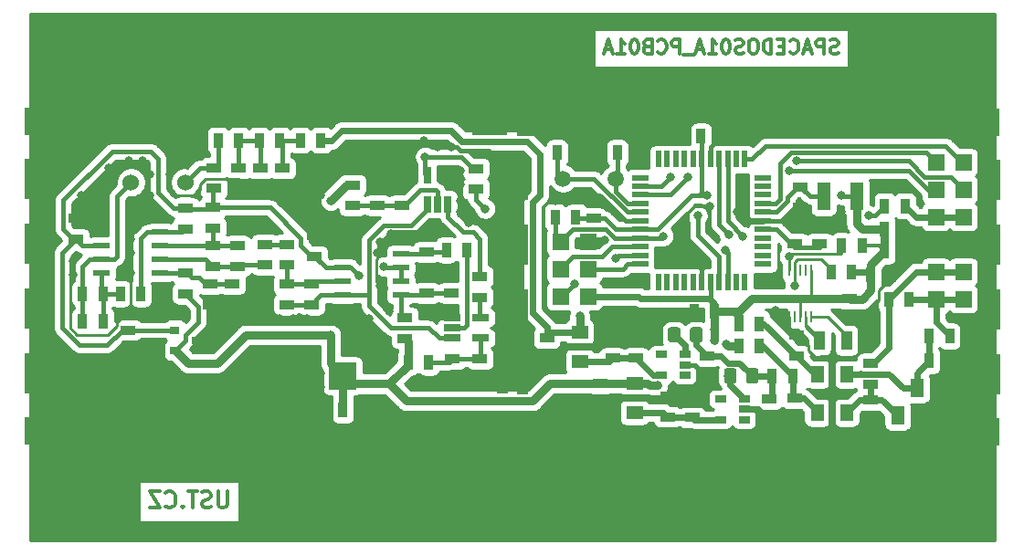
<source format=gbr>
G04 #@! TF.GenerationSoftware,KiCad,Pcbnew,(6.0.0-rc1-dev-1606-g4cd41e394)*
G04 #@! TF.CreationDate,2019-01-30T22:16:11+01:00
G04 #@! TF.ProjectId,SPACEDOS01A_PCB01A,53504143-4544-44f5-9330-31415f504342,REV*
G04 #@! TF.SameCoordinates,Original*
G04 #@! TF.FileFunction,Copper,L2,Bot*
G04 #@! TF.FilePolarity,Positive*
%FSLAX46Y46*%
G04 Gerber Fmt 4.6, Leading zero omitted, Abs format (unit mm)*
G04 Created by KiCad (PCBNEW (6.0.0-rc1-dev-1606-g4cd41e394)) date 30.01.2019 22:16:11*
%MOMM*%
%LPD*%
G04 APERTURE LIST*
%ADD10C,0.300000*%
%ADD11R,1.524000X1.524000*%
%ADD12R,0.250000X1.100000*%
%ADD13R,1.397000X0.889000*%
%ADD14R,3.800000X1.000000*%
%ADD15R,3.300000X2.550000*%
%ADD16R,1.000000X3.800000*%
%ADD17R,1.500000X0.550000*%
%ADD18R,0.550000X1.500000*%
%ADD19R,2.550160X2.499360*%
%ADD20R,0.889000X1.397000*%
%ADD21C,6.000000*%
%ADD22R,1.550000X0.600000*%
%ADD23R,0.650000X1.560000*%
%ADD24R,1.560000X0.650000*%
%ADD25R,0.900000X0.800000*%
%ADD26R,1.400000X0.899000*%
%ADD27R,1.400000X0.889000*%
%ADD28R,1.270000X2.540000*%
%ADD29C,1.501140*%
%ADD30R,1.000000X1.800000*%
%ADD31R,1.300000X1.500000*%
%ADD32R,0.700000X3.000000*%
%ADD33R,1.500000X1.300000*%
%ADD34R,3.000000X0.700000*%
%ADD35C,0.150000*%
%ADD36C,1.150000*%
%ADD37R,1.060000X0.650000*%
%ADD38R,1.300000X1.700000*%
%ADD39C,1.524000*%
%ADD40C,0.800000*%
%ADD41C,0.250000*%
%ADD42C,0.400000*%
%ADD43C,0.600000*%
%ADD44C,0.800000*%
%ADD45C,0.254000*%
G04 APERTURE END LIST*
D10*
X75895380Y46209809D02*
X75709666Y46147904D01*
X75400142Y46147904D01*
X75276333Y46209809D01*
X75214428Y46271714D01*
X75152523Y46395523D01*
X75152523Y46519333D01*
X75214428Y46643142D01*
X75276333Y46705047D01*
X75400142Y46766952D01*
X75647761Y46828857D01*
X75771571Y46890761D01*
X75833476Y46952666D01*
X75895380Y47076476D01*
X75895380Y47200285D01*
X75833476Y47324095D01*
X75771571Y47386000D01*
X75647761Y47447904D01*
X75338238Y47447904D01*
X75152523Y47386000D01*
X74595380Y46147904D02*
X74595380Y47447904D01*
X74100142Y47447904D01*
X73976333Y47386000D01*
X73914428Y47324095D01*
X73852523Y47200285D01*
X73852523Y47014571D01*
X73914428Y46890761D01*
X73976333Y46828857D01*
X74100142Y46766952D01*
X74595380Y46766952D01*
X73357285Y46519333D02*
X72738238Y46519333D01*
X73481095Y46147904D02*
X73047761Y47447904D01*
X72614428Y46147904D01*
X71438238Y46271714D02*
X71500142Y46209809D01*
X71685857Y46147904D01*
X71809666Y46147904D01*
X71995380Y46209809D01*
X72119190Y46333619D01*
X72181095Y46457428D01*
X72243000Y46705047D01*
X72243000Y46890761D01*
X72181095Y47138380D01*
X72119190Y47262190D01*
X71995380Y47386000D01*
X71809666Y47447904D01*
X71685857Y47447904D01*
X71500142Y47386000D01*
X71438238Y47324095D01*
X70881095Y46828857D02*
X70447761Y46828857D01*
X70262047Y46147904D02*
X70881095Y46147904D01*
X70881095Y47447904D01*
X70262047Y47447904D01*
X69704904Y46147904D02*
X69704904Y47447904D01*
X69395380Y47447904D01*
X69209666Y47386000D01*
X69085857Y47262190D01*
X69023952Y47138380D01*
X68962047Y46890761D01*
X68962047Y46705047D01*
X69023952Y46457428D01*
X69085857Y46333619D01*
X69209666Y46209809D01*
X69395380Y46147904D01*
X69704904Y46147904D01*
X68157285Y47447904D02*
X67909666Y47447904D01*
X67785857Y47386000D01*
X67662047Y47262190D01*
X67600142Y47014571D01*
X67600142Y46581238D01*
X67662047Y46333619D01*
X67785857Y46209809D01*
X67909666Y46147904D01*
X68157285Y46147904D01*
X68281095Y46209809D01*
X68404904Y46333619D01*
X68466809Y46581238D01*
X68466809Y47014571D01*
X68404904Y47262190D01*
X68281095Y47386000D01*
X68157285Y47447904D01*
X67104904Y46209809D02*
X66919190Y46147904D01*
X66609666Y46147904D01*
X66485857Y46209809D01*
X66423952Y46271714D01*
X66362047Y46395523D01*
X66362047Y46519333D01*
X66423952Y46643142D01*
X66485857Y46705047D01*
X66609666Y46766952D01*
X66857285Y46828857D01*
X66981095Y46890761D01*
X67043000Y46952666D01*
X67104904Y47076476D01*
X67104904Y47200285D01*
X67043000Y47324095D01*
X66981095Y47386000D01*
X66857285Y47447904D01*
X66547761Y47447904D01*
X66362047Y47386000D01*
X65557285Y47447904D02*
X65433476Y47447904D01*
X65309666Y47386000D01*
X65247761Y47324095D01*
X65185857Y47200285D01*
X65123952Y46952666D01*
X65123952Y46643142D01*
X65185857Y46395523D01*
X65247761Y46271714D01*
X65309666Y46209809D01*
X65433476Y46147904D01*
X65557285Y46147904D01*
X65681095Y46209809D01*
X65743000Y46271714D01*
X65804904Y46395523D01*
X65866809Y46643142D01*
X65866809Y46952666D01*
X65804904Y47200285D01*
X65743000Y47324095D01*
X65681095Y47386000D01*
X65557285Y47447904D01*
X63885857Y46147904D02*
X64628714Y46147904D01*
X64257285Y46147904D02*
X64257285Y47447904D01*
X64381095Y47262190D01*
X64504904Y47138380D01*
X64628714Y47076476D01*
X63390619Y46519333D02*
X62771571Y46519333D01*
X63514428Y46147904D02*
X63081095Y47447904D01*
X62647761Y46147904D01*
X62523952Y46024095D02*
X61533476Y46024095D01*
X61223952Y46147904D02*
X61223952Y47447904D01*
X60728714Y47447904D01*
X60604904Y47386000D01*
X60543000Y47324095D01*
X60481095Y47200285D01*
X60481095Y47014571D01*
X60543000Y46890761D01*
X60604904Y46828857D01*
X60728714Y46766952D01*
X61223952Y46766952D01*
X59181095Y46271714D02*
X59243000Y46209809D01*
X59428714Y46147904D01*
X59552523Y46147904D01*
X59738238Y46209809D01*
X59862047Y46333619D01*
X59923952Y46457428D01*
X59985857Y46705047D01*
X59985857Y46890761D01*
X59923952Y47138380D01*
X59862047Y47262190D01*
X59738238Y47386000D01*
X59552523Y47447904D01*
X59428714Y47447904D01*
X59243000Y47386000D01*
X59181095Y47324095D01*
X58190619Y46828857D02*
X58004904Y46766952D01*
X57943000Y46705047D01*
X57881095Y46581238D01*
X57881095Y46395523D01*
X57943000Y46271714D01*
X58004904Y46209809D01*
X58128714Y46147904D01*
X58623952Y46147904D01*
X58623952Y47447904D01*
X58190619Y47447904D01*
X58066809Y47386000D01*
X58004904Y47324095D01*
X57943000Y47200285D01*
X57943000Y47076476D01*
X58004904Y46952666D01*
X58066809Y46890761D01*
X58190619Y46828857D01*
X58623952Y46828857D01*
X57076333Y47447904D02*
X56952523Y47447904D01*
X56828714Y47386000D01*
X56766809Y47324095D01*
X56704904Y47200285D01*
X56643000Y46952666D01*
X56643000Y46643142D01*
X56704904Y46395523D01*
X56766809Y46271714D01*
X56828714Y46209809D01*
X56952523Y46147904D01*
X57076333Y46147904D01*
X57200142Y46209809D01*
X57262047Y46271714D01*
X57323952Y46395523D01*
X57385857Y46643142D01*
X57385857Y46952666D01*
X57323952Y47200285D01*
X57262047Y47324095D01*
X57200142Y47386000D01*
X57076333Y47447904D01*
X55404904Y46147904D02*
X56147761Y46147904D01*
X55776333Y46147904D02*
X55776333Y47447904D01*
X55900142Y47262190D01*
X56023952Y47138380D01*
X56147761Y47076476D01*
X54909666Y46519333D02*
X54290619Y46519333D01*
X55033476Y46147904D02*
X54600142Y47447904D01*
X54166809Y46147904D01*
X19283714Y5520428D02*
X19283714Y4306142D01*
X19212285Y4163285D01*
X19140857Y4091857D01*
X18998000Y4020428D01*
X18712285Y4020428D01*
X18569428Y4091857D01*
X18498000Y4163285D01*
X18426571Y4306142D01*
X18426571Y5520428D01*
X17783714Y4091857D02*
X17569428Y4020428D01*
X17212285Y4020428D01*
X17069428Y4091857D01*
X16998000Y4163285D01*
X16926571Y4306142D01*
X16926571Y4449000D01*
X16998000Y4591857D01*
X17069428Y4663285D01*
X17212285Y4734714D01*
X17498000Y4806142D01*
X17640857Y4877571D01*
X17712285Y4949000D01*
X17783714Y5091857D01*
X17783714Y5234714D01*
X17712285Y5377571D01*
X17640857Y5449000D01*
X17498000Y5520428D01*
X17140857Y5520428D01*
X16926571Y5449000D01*
X16498000Y5520428D02*
X15640857Y5520428D01*
X16069428Y4020428D02*
X16069428Y5520428D01*
X15140857Y4163285D02*
X15069428Y4091857D01*
X15140857Y4020428D01*
X15212285Y4091857D01*
X15140857Y4163285D01*
X15140857Y4020428D01*
X13569428Y4163285D02*
X13640857Y4091857D01*
X13855142Y4020428D01*
X13998000Y4020428D01*
X14212285Y4091857D01*
X14355142Y4234714D01*
X14426571Y4377571D01*
X14498000Y4663285D01*
X14498000Y4877571D01*
X14426571Y5163285D01*
X14355142Y5306142D01*
X14212285Y5449000D01*
X13998000Y5520428D01*
X13855142Y5520428D01*
X13640857Y5449000D01*
X13569428Y5377571D01*
X13069428Y5520428D02*
X12069428Y5520428D01*
X13069428Y4020428D01*
X12069428Y4020428D01*
D11*
X50165000Y23622000D03*
X52705000Y23622000D03*
X50165000Y26162000D03*
X52705000Y26162000D03*
X50165000Y28702000D03*
X52705000Y28702000D03*
D12*
X73390000Y26026000D03*
X72890000Y26026000D03*
X72390000Y26026000D03*
X71890000Y26026000D03*
X71390000Y26026000D03*
X71390000Y21726000D03*
X71890000Y21726000D03*
X72390000Y21726000D03*
X72890000Y21726000D03*
X73390000Y21726000D03*
D13*
X35466000Y32061500D03*
X35466000Y33966500D03*
X33180000Y32061500D03*
X33180000Y33966500D03*
X30894000Y32061500D03*
X30894000Y33966500D03*
X22766000Y28442000D03*
X22766000Y26537000D03*
X20226000Y26410000D03*
X20226000Y28315000D03*
D14*
X37874000Y40640000D03*
X31874000Y40640000D03*
X25874000Y40640000D03*
X19874000Y40640000D03*
X13874000Y40640000D03*
X7874000Y40640000D03*
X37874000Y10340000D03*
X31874000Y10340000D03*
X25874000Y10340000D03*
X19874000Y10340000D03*
X13874000Y10340000D03*
X7874000Y10340000D03*
D15*
X43624000Y39865000D03*
X2124000Y39865000D03*
X43624000Y11115000D03*
X2124000Y11115000D03*
D16*
X974000Y16490000D03*
X974000Y22490000D03*
X974000Y28490000D03*
X974000Y34490000D03*
X44774000Y16490000D03*
X44774000Y22490000D03*
X44774000Y28490000D03*
X44774000Y34490000D03*
D17*
X57550000Y26640000D03*
X57550000Y27440000D03*
X57550000Y28240000D03*
X57550000Y29040000D03*
X57550000Y29840000D03*
X57550000Y30640000D03*
X57550000Y31440000D03*
X57550000Y32240000D03*
X57550000Y33040000D03*
X57550000Y33840000D03*
X57550000Y34640000D03*
D18*
X59250000Y36340000D03*
X60050000Y36340000D03*
X60850000Y36340000D03*
X61650000Y36340000D03*
X62450000Y36340000D03*
X63250000Y36340000D03*
X64050000Y36340000D03*
X64850000Y36340000D03*
X65650000Y36340000D03*
X66450000Y36340000D03*
X67250000Y36340000D03*
D17*
X68950000Y34640000D03*
X68950000Y33840000D03*
X68950000Y33040000D03*
X68950000Y32240000D03*
X68950000Y31440000D03*
X68950000Y30640000D03*
X68950000Y29840000D03*
X68950000Y29040000D03*
X68950000Y28240000D03*
X68950000Y27440000D03*
X68950000Y26640000D03*
D18*
X67250000Y24940000D03*
X66450000Y24940000D03*
X65650000Y24940000D03*
X64850000Y24940000D03*
X64050000Y24940000D03*
X63250000Y24940000D03*
X62450000Y24940000D03*
X61650000Y24940000D03*
X60850000Y24940000D03*
X60050000Y24940000D03*
X59250000Y24940000D03*
D14*
X83501000Y40579000D03*
X77501000Y40579000D03*
X71501000Y40579000D03*
X65501000Y40579000D03*
X59501000Y40579000D03*
X53501000Y40579000D03*
X83501000Y10279000D03*
X77501000Y10279000D03*
X71501000Y10279000D03*
X65501000Y10279000D03*
X59501000Y10279000D03*
X53501000Y10279000D03*
D15*
X89251000Y39804000D03*
X47751000Y39804000D03*
X89251000Y11054000D03*
X47751000Y11054000D03*
D16*
X46601000Y16429000D03*
X46601000Y22429000D03*
X46601000Y28429000D03*
X46601000Y34429000D03*
X90401000Y16429000D03*
X90401000Y22429000D03*
X90401000Y28429000D03*
X90401000Y34429000D03*
D13*
X18034000Y33655000D03*
X18034000Y35560000D03*
X42705000Y23552500D03*
X42705000Y25457500D03*
D19*
X24940240Y16250000D03*
X29989760Y16250000D03*
D13*
X5240000Y30855000D03*
X5240000Y28950000D03*
D20*
X28100000Y13075000D03*
X30005000Y13075000D03*
X5875000Y23870000D03*
X7780000Y23870000D03*
D13*
X19718000Y24759000D03*
X19718000Y22854000D03*
X40038000Y23933500D03*
X40038000Y25838500D03*
X40165000Y17837500D03*
X40165000Y15932500D03*
D20*
X11272500Y23870000D03*
X9367500Y23870000D03*
D13*
X17686000Y22854000D03*
X17686000Y24759000D03*
X37752000Y25838500D03*
X37752000Y23933500D03*
X42705000Y15932500D03*
X42705000Y17837500D03*
X27338000Y27362500D03*
X27338000Y29267500D03*
X27084000Y22854000D03*
X27084000Y24759000D03*
X37752000Y27743500D03*
X37752000Y29648500D03*
D21*
X86360000Y45720000D03*
X5080000Y45720000D03*
X5080000Y5080000D03*
D13*
X15400000Y23870000D03*
X15400000Y25775000D03*
X35720000Y21647500D03*
X35720000Y19742500D03*
D20*
X36037500Y17520000D03*
X37942500Y17520000D03*
X7780000Y21330000D03*
X5875000Y21330000D03*
D13*
X15400000Y29902500D03*
X15400000Y31807500D03*
X17940000Y31871000D03*
X17940000Y29966000D03*
X17940000Y28315000D03*
X17940000Y26410000D03*
X24798000Y28442000D03*
X24798000Y26537000D03*
X24798000Y24759000D03*
X24798000Y22854000D03*
D20*
X41498500Y27934000D03*
X39593500Y27934000D03*
D22*
X13020000Y25775000D03*
X13020000Y27045000D03*
X13020000Y28315000D03*
X13020000Y29585000D03*
X7620000Y29585000D03*
X7620000Y28315000D03*
X7620000Y27045000D03*
X7620000Y25775000D03*
X29972000Y23743000D03*
X29972000Y25013000D03*
X29972000Y26283000D03*
X29972000Y27553000D03*
X35372000Y27553000D03*
X35372000Y26283000D03*
X35372000Y25013000D03*
X35372000Y23743000D03*
D23*
X39718000Y32172000D03*
X38768000Y32172000D03*
X37818000Y32172000D03*
X37818000Y34872000D03*
X39718000Y34872000D03*
D24*
X42785000Y19745000D03*
X42785000Y21645000D03*
X40085000Y21645000D03*
X40085000Y20695000D03*
X40085000Y19745000D03*
D13*
X10066000Y20504500D03*
X10066000Y18599500D03*
D25*
X16416000Y19552000D03*
X14416000Y20502000D03*
X14416000Y18602000D03*
D26*
X42324000Y33585500D03*
D27*
X42324000Y35490500D03*
D20*
X80835500Y25654000D03*
X78930500Y25654000D03*
X80200500Y27813000D03*
X82105500Y27813000D03*
X82105500Y29845000D03*
X80200500Y29845000D03*
X49847500Y36957000D03*
X51752500Y36957000D03*
D13*
X72390000Y33782000D03*
X72390000Y31877000D03*
D20*
X53530500Y36957000D03*
X55435500Y36957000D03*
D13*
X53213000Y30861000D03*
X53213000Y32766000D03*
D20*
X62547500Y22225000D03*
X64452500Y22225000D03*
X65087500Y38481000D03*
X63182500Y38481000D03*
D13*
X74168000Y30416500D03*
X74168000Y28511500D03*
D20*
X82105500Y32004000D03*
X80200500Y32004000D03*
D13*
X71882000Y28511500D03*
X71882000Y30416500D03*
X76962000Y23431500D03*
X76962000Y21526500D03*
D11*
X87503000Y30988000D03*
X84963000Y30988000D03*
D28*
X77597000Y32893000D03*
X74549000Y32893000D03*
D21*
X86360000Y5080000D03*
D20*
X76200000Y28321000D03*
X78105000Y28321000D03*
X75247500Y25908000D03*
X77152500Y25908000D03*
X49657000Y30988000D03*
X51562000Y30988000D03*
D29*
X50391060Y34544000D03*
X55272940Y34544000D03*
D30*
X74168000Y19558000D03*
X76668000Y19558000D03*
D13*
X24384000Y33591500D03*
X24384000Y35496500D03*
X22352000Y35496500D03*
X22352000Y33591500D03*
X63754000Y18097500D03*
X63754000Y16192500D03*
X69469000Y14097000D03*
X69469000Y12192000D03*
X60071000Y12446000D03*
X60071000Y14351000D03*
X57150000Y17907000D03*
X57150000Y19812000D03*
D31*
X73961000Y12827000D03*
D32*
X75311000Y12827000D03*
D31*
X76661000Y12827000D03*
D13*
X71882000Y12255500D03*
X71882000Y14160500D03*
X62357000Y14287500D03*
X62357000Y12382500D03*
X54991000Y19812000D03*
X54991000Y17907000D03*
D33*
X57023000Y12874000D03*
D34*
X57023000Y14224000D03*
D33*
X57023000Y15574000D03*
X51943000Y17573000D03*
D34*
X51943000Y18923000D03*
D33*
X51943000Y20273000D03*
D13*
X53848000Y13652500D03*
X53848000Y15557500D03*
X48895000Y17843500D03*
X48895000Y19748500D03*
D20*
X27940000Y38100000D03*
X26035000Y38100000D03*
X22225000Y38100000D03*
X24130000Y38100000D03*
X18415000Y38100000D03*
X20320000Y38100000D03*
D35*
G36*
X66244505Y16954796D02*
G01*
X66268773Y16951196D01*
X66292572Y16945235D01*
X66315671Y16936970D01*
X66337850Y16926480D01*
X66358893Y16913868D01*
X66378599Y16899253D01*
X66396777Y16882777D01*
X66413253Y16864599D01*
X66427868Y16844893D01*
X66440480Y16823850D01*
X66450970Y16801671D01*
X66459235Y16778572D01*
X66465196Y16754773D01*
X66468796Y16730505D01*
X66470000Y16706001D01*
X66470000Y15805999D01*
X66468796Y15781495D01*
X66465196Y15757227D01*
X66459235Y15733428D01*
X66450970Y15710329D01*
X66440480Y15688150D01*
X66427868Y15667107D01*
X66413253Y15647401D01*
X66396777Y15629223D01*
X66378599Y15612747D01*
X66358893Y15598132D01*
X66337850Y15585520D01*
X66315671Y15575030D01*
X66292572Y15566765D01*
X66268773Y15560804D01*
X66244505Y15557204D01*
X66220001Y15556000D01*
X65569999Y15556000D01*
X65545495Y15557204D01*
X65521227Y15560804D01*
X65497428Y15566765D01*
X65474329Y15575030D01*
X65452150Y15585520D01*
X65431107Y15598132D01*
X65411401Y15612747D01*
X65393223Y15629223D01*
X65376747Y15647401D01*
X65362132Y15667107D01*
X65349520Y15688150D01*
X65339030Y15710329D01*
X65330765Y15733428D01*
X65324804Y15757227D01*
X65321204Y15781495D01*
X65320000Y15805999D01*
X65320000Y16706001D01*
X65321204Y16730505D01*
X65324804Y16754773D01*
X65330765Y16778572D01*
X65339030Y16801671D01*
X65349520Y16823850D01*
X65362132Y16844893D01*
X65376747Y16864599D01*
X65393223Y16882777D01*
X65411401Y16899253D01*
X65431107Y16913868D01*
X65452150Y16926480D01*
X65474329Y16936970D01*
X65497428Y16945235D01*
X65521227Y16951196D01*
X65545495Y16954796D01*
X65569999Y16956000D01*
X66220001Y16956000D01*
X66244505Y16954796D01*
X66244505Y16954796D01*
G37*
D36*
X65895000Y16256000D03*
D35*
G36*
X68294505Y16954796D02*
G01*
X68318773Y16951196D01*
X68342572Y16945235D01*
X68365671Y16936970D01*
X68387850Y16926480D01*
X68408893Y16913868D01*
X68428599Y16899253D01*
X68446777Y16882777D01*
X68463253Y16864599D01*
X68477868Y16844893D01*
X68490480Y16823850D01*
X68500970Y16801671D01*
X68509235Y16778572D01*
X68515196Y16754773D01*
X68518796Y16730505D01*
X68520000Y16706001D01*
X68520000Y15805999D01*
X68518796Y15781495D01*
X68515196Y15757227D01*
X68509235Y15733428D01*
X68500970Y15710329D01*
X68490480Y15688150D01*
X68477868Y15667107D01*
X68463253Y15647401D01*
X68446777Y15629223D01*
X68428599Y15612747D01*
X68408893Y15598132D01*
X68387850Y15585520D01*
X68365671Y15575030D01*
X68342572Y15566765D01*
X68318773Y15560804D01*
X68294505Y15557204D01*
X68270001Y15556000D01*
X67619999Y15556000D01*
X67595495Y15557204D01*
X67571227Y15560804D01*
X67547428Y15566765D01*
X67524329Y15575030D01*
X67502150Y15585520D01*
X67481107Y15598132D01*
X67461401Y15612747D01*
X67443223Y15629223D01*
X67426747Y15647401D01*
X67412132Y15667107D01*
X67399520Y15688150D01*
X67389030Y15710329D01*
X67380765Y15733428D01*
X67374804Y15757227D01*
X67371204Y15781495D01*
X67370000Y15805999D01*
X67370000Y16706001D01*
X67371204Y16730505D01*
X67374804Y16754773D01*
X67380765Y16778572D01*
X67389030Y16801671D01*
X67399520Y16823850D01*
X67412132Y16844893D01*
X67426747Y16864599D01*
X67443223Y16882777D01*
X67461401Y16899253D01*
X67481107Y16913868D01*
X67502150Y16926480D01*
X67524329Y16936970D01*
X67547428Y16945235D01*
X67571227Y16951196D01*
X67595495Y16954796D01*
X67619999Y16956000D01*
X68270001Y16956000D01*
X68294505Y16954796D01*
X68294505Y16954796D01*
G37*
D36*
X67945000Y16256000D03*
D35*
G36*
X63096505Y20764796D02*
G01*
X63120773Y20761196D01*
X63144572Y20755235D01*
X63167671Y20746970D01*
X63189850Y20736480D01*
X63210893Y20723868D01*
X63230599Y20709253D01*
X63248777Y20692777D01*
X63265253Y20674599D01*
X63279868Y20654893D01*
X63292480Y20633850D01*
X63302970Y20611671D01*
X63311235Y20588572D01*
X63317196Y20564773D01*
X63320796Y20540505D01*
X63322000Y20516001D01*
X63322000Y19615999D01*
X63320796Y19591495D01*
X63317196Y19567227D01*
X63311235Y19543428D01*
X63302970Y19520329D01*
X63292480Y19498150D01*
X63279868Y19477107D01*
X63265253Y19457401D01*
X63248777Y19439223D01*
X63230599Y19422747D01*
X63210893Y19408132D01*
X63189850Y19395520D01*
X63167671Y19385030D01*
X63144572Y19376765D01*
X63120773Y19370804D01*
X63096505Y19367204D01*
X63072001Y19366000D01*
X62421999Y19366000D01*
X62397495Y19367204D01*
X62373227Y19370804D01*
X62349428Y19376765D01*
X62326329Y19385030D01*
X62304150Y19395520D01*
X62283107Y19408132D01*
X62263401Y19422747D01*
X62245223Y19439223D01*
X62228747Y19457401D01*
X62214132Y19477107D01*
X62201520Y19498150D01*
X62191030Y19520329D01*
X62182765Y19543428D01*
X62176804Y19567227D01*
X62173204Y19591495D01*
X62172000Y19615999D01*
X62172000Y20516001D01*
X62173204Y20540505D01*
X62176804Y20564773D01*
X62182765Y20588572D01*
X62191030Y20611671D01*
X62201520Y20633850D01*
X62214132Y20654893D01*
X62228747Y20674599D01*
X62245223Y20692777D01*
X62263401Y20709253D01*
X62283107Y20723868D01*
X62304150Y20736480D01*
X62326329Y20746970D01*
X62349428Y20755235D01*
X62373227Y20761196D01*
X62397495Y20764796D01*
X62421999Y20766000D01*
X63072001Y20766000D01*
X63096505Y20764796D01*
X63096505Y20764796D01*
G37*
D36*
X62747000Y20066000D03*
D35*
G36*
X61046505Y20764796D02*
G01*
X61070773Y20761196D01*
X61094572Y20755235D01*
X61117671Y20746970D01*
X61139850Y20736480D01*
X61160893Y20723868D01*
X61180599Y20709253D01*
X61198777Y20692777D01*
X61215253Y20674599D01*
X61229868Y20654893D01*
X61242480Y20633850D01*
X61252970Y20611671D01*
X61261235Y20588572D01*
X61267196Y20564773D01*
X61270796Y20540505D01*
X61272000Y20516001D01*
X61272000Y19615999D01*
X61270796Y19591495D01*
X61267196Y19567227D01*
X61261235Y19543428D01*
X61252970Y19520329D01*
X61242480Y19498150D01*
X61229868Y19477107D01*
X61215253Y19457401D01*
X61198777Y19439223D01*
X61180599Y19422747D01*
X61160893Y19408132D01*
X61139850Y19395520D01*
X61117671Y19385030D01*
X61094572Y19376765D01*
X61070773Y19370804D01*
X61046505Y19367204D01*
X61022001Y19366000D01*
X60371999Y19366000D01*
X60347495Y19367204D01*
X60323227Y19370804D01*
X60299428Y19376765D01*
X60276329Y19385030D01*
X60254150Y19395520D01*
X60233107Y19408132D01*
X60213401Y19422747D01*
X60195223Y19439223D01*
X60178747Y19457401D01*
X60164132Y19477107D01*
X60151520Y19498150D01*
X60141030Y19520329D01*
X60132765Y19543428D01*
X60126804Y19567227D01*
X60123204Y19591495D01*
X60122000Y19615999D01*
X60122000Y20516001D01*
X60123204Y20540505D01*
X60126804Y20564773D01*
X60132765Y20588572D01*
X60141030Y20611671D01*
X60151520Y20633850D01*
X60164132Y20654893D01*
X60178747Y20674599D01*
X60195223Y20692777D01*
X60213401Y20709253D01*
X60233107Y20723868D01*
X60254150Y20736480D01*
X60276329Y20746970D01*
X60299428Y20755235D01*
X60323227Y20761196D01*
X60347495Y20764796D01*
X60371999Y20766000D01*
X61022001Y20766000D01*
X61046505Y20764796D01*
X61046505Y20764796D01*
G37*
D36*
X60697000Y20066000D03*
D37*
X64983000Y14097000D03*
X64983000Y12197000D03*
X67183000Y12197000D03*
X67183000Y13147000D03*
X67183000Y14097000D03*
X61679000Y18222000D03*
X61679000Y17272000D03*
X61679000Y16322000D03*
X59479000Y16322000D03*
X59479000Y18222000D03*
D13*
X20320000Y33591500D03*
X20320000Y35496500D03*
D31*
X76661000Y16383000D03*
D32*
X75311000Y16383000D03*
D31*
X73961000Y16383000D03*
D13*
X72009000Y20002500D03*
X72009000Y18097500D03*
D11*
X87503000Y25908000D03*
X84963000Y25908000D03*
X87503000Y28448000D03*
X84963000Y28448000D03*
X84963000Y23368000D03*
X87503000Y23368000D03*
D20*
X80581500Y23368000D03*
X82486500Y23368000D03*
X66675000Y19050000D03*
X68580000Y19050000D03*
X68580000Y21082000D03*
X66675000Y21082000D03*
X71691500Y16256000D03*
X69786500Y16256000D03*
D38*
X84907000Y12573000D03*
X81407000Y12573000D03*
X83185000Y15113000D03*
X86685000Y15113000D03*
D13*
X78867000Y15494000D03*
X78867000Y17399000D03*
D20*
X86233000Y19939000D03*
X84328000Y19939000D03*
D13*
X78867000Y14033500D03*
X78867000Y12128500D03*
D20*
X86233000Y17653000D03*
X84328000Y17653000D03*
D39*
X10360000Y34190000D03*
X15360000Y34190000D03*
D11*
X84963000Y36068000D03*
X87503000Y36068000D03*
X84963000Y33528000D03*
X87503000Y33528000D03*
D40*
X37465000Y15875000D03*
X12860000Y23870000D03*
X14732000Y22352000D03*
X12225000Y21965000D03*
X10668000Y21965000D03*
X10320000Y25775000D03*
X10320000Y27680000D03*
X10320000Y28950000D03*
X10319457Y30200565D03*
X4064000Y34544000D03*
X12225000Y31490000D03*
X30640000Y30220000D03*
X31910000Y30220000D03*
X33428186Y28701814D03*
X38895000Y30220000D03*
X33218000Y27680000D03*
X34450000Y29420000D03*
X37625000Y21965000D03*
X38895000Y21965000D03*
X39530000Y29585000D03*
X38768000Y25902000D03*
X30767000Y28823000D03*
X29862000Y28823000D03*
X4986000Y25648000D03*
X4986000Y26918000D03*
X9304000Y22092000D03*
X33434000Y24632000D03*
X50038000Y13716000D03*
X51308000Y13716000D03*
X52578000Y13716000D03*
X50038000Y12446000D03*
X51308000Y12446000D03*
X52578000Y12446000D03*
X33020000Y13716000D03*
X32766000Y12192000D03*
X34290000Y12192000D03*
X35814000Y12192000D03*
X37338000Y12192000D03*
X39116000Y12192000D03*
X40640000Y12192000D03*
X28575000Y11430000D03*
X26670000Y12700000D03*
X26670000Y13970000D03*
X27940000Y15240000D03*
X27940000Y16510000D03*
X27305000Y17780000D03*
X26035000Y18415000D03*
X24765000Y18415000D03*
X23495000Y18415000D03*
X22225000Y18415000D03*
X20955000Y17780000D03*
X19685000Y16510000D03*
X18415000Y15875000D03*
X17145000Y15875000D03*
X15240000Y15875000D03*
X13970000Y17145000D03*
X12700000Y17145000D03*
X17780000Y19050000D03*
X17780000Y20320000D03*
X17780000Y21590000D03*
X19050000Y21590000D03*
X19050000Y20320000D03*
X20320000Y21590000D03*
X21590000Y21590000D03*
X22860000Y21590000D03*
X24130000Y21590000D03*
X25400000Y21590000D03*
X26670000Y21590000D03*
X21590000Y22860000D03*
X21590000Y24892000D03*
X22860000Y24892000D03*
X22860000Y22860000D03*
X31115000Y22225000D03*
X29972000Y21844000D03*
X30480000Y20320000D03*
X30480000Y19050000D03*
X31750000Y19050000D03*
X31750000Y20320000D03*
X32385000Y21590000D03*
X34290000Y22225000D03*
X34036000Y17272000D03*
X34290000Y18415000D03*
X33655000Y19685000D03*
X32512000Y17272000D03*
X10795000Y17145000D03*
X8890000Y17145000D03*
X7620000Y17780000D03*
X5715000Y17780000D03*
X4445000Y18415000D03*
X3175000Y19685000D03*
X2540000Y20955000D03*
X2540000Y22225000D03*
X2540000Y24130000D03*
X2540000Y26035000D03*
X2540000Y27940000D03*
X2540000Y29845000D03*
X2540000Y31750000D03*
X2540000Y33020000D03*
X5715000Y33020000D03*
X6985000Y31750000D03*
X7620000Y33020000D03*
X8255000Y34290000D03*
X8255000Y35560000D03*
X10160000Y36195000D03*
X11430000Y36195000D03*
X12065000Y34925000D03*
X10795000Y31750000D03*
X12065000Y33020000D03*
X5080000Y35560000D03*
X13970000Y34925000D03*
X14605000Y36195000D03*
X15875000Y36195000D03*
X16510000Y37465000D03*
X16510000Y38735000D03*
X19685000Y30480000D03*
X20955000Y30480000D03*
X22225000Y30480000D03*
X23368000Y29972000D03*
X24765000Y32004000D03*
X26035000Y30988000D03*
X27305000Y30480000D03*
X27305000Y31750000D03*
X27940000Y33020000D03*
X28575000Y34290000D03*
X26035000Y33655000D03*
X26035000Y35560000D03*
X27305000Y36195000D03*
X28575000Y36195000D03*
X29845000Y35560000D03*
X31115000Y35560000D03*
X32385000Y35560000D03*
X33655000Y35560000D03*
X34925000Y35560000D03*
X36195000Y36195000D03*
X36195000Y37465000D03*
X37465000Y38100000D03*
X38735000Y37465000D03*
X40005000Y37465000D03*
X40894000Y35306000D03*
X40894000Y34036000D03*
X40894000Y32512000D03*
X40894000Y31496000D03*
X41656000Y30480000D03*
X42926000Y30480000D03*
X43688000Y29464000D03*
X50800000Y39116000D03*
X52324000Y39116000D03*
X53848000Y39116000D03*
X55372000Y39116000D03*
X56896000Y39116000D03*
X58420000Y39116000D03*
X59944000Y39116000D03*
X61468000Y39116000D03*
X59436000Y26924000D03*
X60960000Y26924000D03*
X61976000Y26924000D03*
X62992000Y26924000D03*
X58928000Y20320000D03*
X53848000Y20320000D03*
X57912000Y24892000D03*
X69596000Y24892000D03*
X70104000Y22352000D03*
X76200000Y31496000D03*
X66548000Y31496000D03*
X64008000Y32004000D03*
X67183000Y38735000D03*
X68453000Y38735000D03*
X75311000Y14605000D03*
X51054000Y32512000D03*
X50038000Y21717000D03*
X49657000Y32512000D03*
X54864000Y24892000D03*
X54229000Y28829000D03*
X6096000Y36576000D03*
X7112000Y37592000D03*
X8636000Y38608000D03*
X10160000Y38608000D03*
X11684000Y38608000D03*
X13208000Y38608000D03*
X14224000Y37592000D03*
X79248000Y21844000D03*
X79248000Y20320000D03*
X78232000Y19304000D03*
X78232000Y39243000D03*
X76708000Y39243000D03*
X75184000Y39243000D03*
X73660000Y39243000D03*
X72136000Y39243000D03*
X70612000Y39243000D03*
X69596000Y39243000D03*
X87884000Y12192000D03*
X87884000Y13716000D03*
X88392000Y16764000D03*
X79248000Y33528000D03*
X67056000Y34036000D03*
X37625000Y36570000D03*
X33815000Y26410000D03*
X59690000Y29210000D03*
X78740000Y31115000D03*
X65747314Y29387314D03*
X71882000Y24638000D03*
X67056000Y29210000D03*
X71374778Y27336070D03*
X51435000Y24765000D03*
X55245000Y27140000D03*
X61976000Y34671000D03*
X71374000Y35306000D03*
X60325000Y34671000D03*
X72066686Y36191990D03*
X28862000Y20060000D03*
X28862000Y32506000D03*
X64389000Y19558000D03*
X64389000Y20574000D03*
X59182000Y15367000D03*
X58420000Y15367000D03*
X76200000Y33020000D03*
X63754000Y33020000D03*
X65532000Y19177000D03*
X51943000Y21844000D03*
X31496000Y25527000D03*
X65405000Y27940000D03*
X43180000Y31750000D03*
X62865000Y31115000D03*
D41*
X10320000Y21965000D02*
X10320000Y25775000D01*
X14130000Y22600000D02*
X12860000Y23870000D01*
X14130000Y21965000D02*
X14130000Y22600000D01*
X10320000Y21965000D02*
X12225000Y21965000D01*
X10320000Y27680000D02*
X10320000Y25775000D01*
X10319457Y28950543D02*
X10320000Y28950000D01*
X10319457Y30200565D02*
X10319457Y28950543D01*
X12225000Y31490000D02*
X13495000Y31490000D01*
D42*
X30767000Y29077000D02*
X31910000Y30220000D01*
X30767000Y28823000D02*
X30767000Y29077000D01*
X39530000Y29585000D02*
X38895000Y30220000D01*
X34615000Y29585000D02*
X34450000Y29420000D01*
X39530000Y29585000D02*
X34615000Y29585000D01*
X39215000Y21645000D02*
X38895000Y21965000D01*
X40085000Y21645000D02*
X39215000Y21645000D01*
X39466500Y29648500D02*
X39530000Y29585000D01*
X37752000Y29648500D02*
X39466500Y29648500D01*
D41*
X38831500Y25838500D02*
X38768000Y25902000D01*
X40038000Y25838500D02*
X38831500Y25838500D01*
X29972000Y28713000D02*
X29862000Y28823000D01*
X29972000Y27553000D02*
X29972000Y28713000D01*
X9754315Y21965000D02*
X9627315Y21838000D01*
X10320000Y21965000D02*
X9754315Y21965000D01*
X9042499Y20864497D02*
X8238002Y20060000D01*
X9627315Y21838000D02*
X9042499Y21253184D01*
X9042499Y21253184D02*
X9042499Y20864497D01*
X8238002Y20060000D02*
X5347476Y20060000D01*
X5347476Y20060000D02*
X4732000Y20675476D01*
X4732000Y25394000D02*
X4986000Y25648000D01*
X4732000Y22092000D02*
X4732000Y25394000D01*
X4732000Y22092000D02*
X4732000Y26918000D01*
X4732000Y20675476D02*
X4732000Y22092000D01*
X10320000Y21965000D02*
X9431000Y21965000D01*
X9431000Y21965000D02*
X9304000Y22092000D01*
X33089999Y24976001D02*
X33434000Y24632000D01*
X33089999Y26986314D02*
X33089999Y24976001D01*
X33218000Y27680000D02*
X33218000Y27114315D01*
X33218000Y27114315D02*
X33089999Y26986314D01*
D42*
X64050000Y37443500D02*
X65087500Y38481000D01*
X64050000Y36340000D02*
X64050000Y37443500D01*
X71658500Y30640000D02*
X71882000Y30416500D01*
X68950000Y30640000D02*
X71658500Y30640000D01*
X63250000Y26666000D02*
X62992000Y26924000D01*
X63250000Y24940000D02*
X63250000Y26666000D01*
D41*
X71390000Y20621500D02*
X72009000Y20002500D01*
X71390000Y21726000D02*
X71390000Y20621500D01*
X73152000Y18588998D02*
X73960998Y17780000D01*
X73152000Y19113500D02*
X73152000Y18588998D01*
X72009000Y20002500D02*
X72263000Y20002500D01*
X72263000Y20002500D02*
X73152000Y19113500D01*
X75311000Y17533000D02*
X75311000Y16383000D01*
X74711000Y18133000D02*
X75311000Y17533000D01*
X74313998Y18133000D02*
X74711000Y18133000D01*
X73960998Y17780000D02*
X74313998Y18133000D01*
D42*
X62674500Y17272000D02*
X63754000Y16192500D01*
X61679000Y17272000D02*
X62674500Y17272000D01*
D43*
X68514000Y13147000D02*
X69469000Y12192000D01*
X67183000Y13147000D02*
X68514000Y13147000D01*
X67404000Y30640000D02*
X66548000Y31496000D01*
X68950000Y30640000D02*
X67404000Y30640000D01*
D10*
X62643998Y32004000D02*
X64008000Y32004000D01*
X61976000Y26924000D02*
X61976000Y31336002D01*
X61976000Y31336002D02*
X62643998Y32004000D01*
D42*
X51453999Y32911999D02*
X51054000Y32512000D01*
X53914003Y32911999D02*
X51453999Y32911999D01*
X56186002Y30640000D02*
X53914003Y32911999D01*
X57550000Y30640000D02*
X56186002Y30640000D01*
X52705000Y28702000D02*
X54102000Y28702000D01*
X54102000Y28702000D02*
X54229000Y28829000D01*
D41*
X21399500Y33591500D02*
X22352000Y33591500D01*
X21336000Y33528000D02*
X21399500Y33591500D01*
X17272000Y34544000D02*
X20320000Y34544000D01*
X13970000Y33274000D02*
X14224000Y33020000D01*
X14224000Y33020000D02*
X16256000Y33020000D01*
X20320000Y34544000D02*
X21336000Y33528000D01*
X13970000Y34925000D02*
X13970000Y33274000D01*
X16256000Y33020000D02*
X16764000Y33528000D01*
X16764000Y33528000D02*
X16764000Y34036000D01*
X16764000Y34036000D02*
X17272000Y34544000D01*
D42*
X44774000Y35890000D02*
X44774000Y34490000D01*
X43493990Y37170010D02*
X44774000Y35890000D01*
X40865675Y37170010D02*
X43493990Y37170010D01*
X40570685Y37465000D02*
X40865675Y37170010D01*
X40005000Y37465000D02*
X40570685Y37465000D01*
D41*
X79655510Y23271510D02*
X77910500Y21526500D01*
X77910500Y21526500D02*
X76962000Y21526500D01*
X79655510Y24220010D02*
X79655510Y23271510D01*
X80835500Y25400000D02*
X79655510Y24220010D01*
X80835500Y25654000D02*
X80835500Y25400000D01*
D42*
X9367500Y23870000D02*
X7780000Y23870000D01*
X7620000Y25775000D02*
X7620000Y24030000D01*
X7620000Y24030000D02*
X7780000Y23870000D01*
X7780000Y21330000D02*
X7780000Y23870000D01*
X17686000Y24759000D02*
X19718000Y24759000D01*
X15400000Y25775000D02*
X15654000Y25775000D01*
X15654000Y25775000D02*
X16035000Y25394000D01*
X16035000Y25394000D02*
X16670000Y25394000D01*
X17305000Y24759000D02*
X16670000Y25394000D01*
X17686000Y24759000D02*
X17305000Y24759000D01*
X13020000Y25775000D02*
X15400000Y25775000D01*
X35372000Y23743000D02*
X35372000Y21995500D01*
X35372000Y21995500D02*
X35720000Y21647500D01*
X37752000Y23933500D02*
X40038000Y23933500D01*
X35372000Y23743000D02*
X37561500Y23743000D01*
X37561500Y23743000D02*
X37752000Y23933500D01*
X38768000Y32172000D02*
X38768000Y33352000D01*
X38768000Y33352000D02*
X38598000Y33522000D01*
X37180500Y33522000D02*
X38598000Y33522000D01*
X35466000Y32061500D02*
X35720000Y32061500D01*
X35720000Y32061500D02*
X37180500Y33522000D01*
X33180000Y32061500D02*
X35466000Y32061500D01*
X30894000Y32061500D02*
X33180000Y32061500D01*
X37942500Y17520000D02*
X39847500Y17520000D01*
X39847500Y17520000D02*
X40165000Y17837500D01*
X40165000Y17837500D02*
X42705000Y17837500D01*
X42785000Y19745000D02*
X42785000Y17917500D01*
X42785000Y17917500D02*
X42705000Y17837500D01*
X11272500Y23870000D02*
X11272500Y29012500D01*
X11272500Y29012500D02*
X11845000Y29585000D01*
X13020000Y29585000D02*
X11845000Y29585000D01*
X13020000Y29585000D02*
X15082500Y29585000D01*
X15082500Y29585000D02*
X15400000Y29902500D01*
X13020000Y27045000D02*
X17305000Y27045000D01*
X17305000Y27045000D02*
X17940000Y26410000D01*
X20226000Y26410000D02*
X17940000Y26410000D01*
X22766000Y26537000D02*
X20353000Y26537000D01*
X20353000Y26537000D02*
X20226000Y26410000D01*
X17940000Y28315000D02*
X20226000Y28315000D01*
X17940000Y28315000D02*
X17940000Y29966000D01*
X13020000Y28315000D02*
X17940000Y28315000D01*
X22766000Y28442000D02*
X24798000Y28442000D01*
X33815000Y30220000D02*
X32418000Y28823000D01*
X32418000Y28823000D02*
X32418000Y27680000D01*
X36321000Y30220000D02*
X33815000Y30220000D01*
X37818000Y31717000D02*
X36321000Y30220000D01*
X32418000Y23870000D02*
X32418000Y27680000D01*
X32418000Y22727000D02*
X32418000Y23870000D01*
X31783000Y23743000D02*
X32291000Y23743000D01*
X32291000Y23743000D02*
X32418000Y23870000D01*
X34450000Y20695000D02*
X33180000Y21965000D01*
X33180000Y21965000D02*
X32418000Y22727000D01*
X29972000Y23743000D02*
X31783000Y23743000D01*
X37955000Y20695000D02*
X34450000Y20695000D01*
X38905000Y19745000D02*
X37955000Y20695000D01*
X40085000Y19745000D02*
X38905000Y19745000D01*
X37818000Y31717000D02*
X37818000Y32172000D01*
X24798000Y22854000D02*
X27084000Y22854000D01*
X29972000Y23743000D02*
X27973000Y23743000D01*
X27973000Y23743000D02*
X27084000Y22854000D01*
X29972000Y25013000D02*
X27338000Y25013000D01*
X27338000Y25013000D02*
X27084000Y24759000D01*
X24798000Y24759000D02*
X27084000Y24759000D01*
X24798000Y26537000D02*
X24798000Y24759000D01*
X37752000Y27743500D02*
X39403000Y27743500D01*
X39403000Y27743500D02*
X39593500Y27934000D01*
X35372000Y27553000D02*
X37561500Y27553000D01*
X37561500Y27553000D02*
X37752000Y27743500D01*
X39718000Y30992000D02*
X41125000Y29585000D01*
X39718000Y32172000D02*
X39718000Y30992000D01*
X41125000Y29585000D02*
X42070000Y29585000D01*
X42070000Y29585000D02*
X42705000Y28950000D01*
X42705000Y28950000D02*
X42705000Y25457500D01*
X41498500Y27934000D02*
X41498500Y20928500D01*
X41498500Y20928500D02*
X41265000Y20695000D01*
X41265000Y20695000D02*
X40085000Y20695000D01*
X20320000Y38100000D02*
X22225000Y38100000D01*
X20320000Y38100000D02*
X20320000Y35496500D01*
X22352000Y37973000D02*
X22225000Y38100000D01*
X22352000Y35496500D02*
X22352000Y37973000D01*
X5875000Y21330000D02*
X5875000Y23870000D01*
X6510000Y27045000D02*
X5875000Y26410000D01*
X7620000Y27045000D02*
X6510000Y27045000D01*
X5875000Y26410000D02*
X5875000Y23870000D01*
X8795000Y27045000D02*
X9050000Y27300000D01*
X7620000Y27045000D02*
X8795000Y27045000D01*
X9050000Y27300000D02*
X9050000Y32880000D01*
X9050000Y32880000D02*
X10360000Y34190000D01*
X18415000Y35941000D02*
X18034000Y35560000D01*
X18415000Y38100000D02*
X18415000Y35941000D01*
X16730000Y35560000D02*
X15360000Y34190000D01*
X18034000Y35560000D02*
X16730000Y35560000D01*
D43*
X77867500Y14033500D02*
X76661000Y12827000D01*
X78867000Y14033500D02*
X77867500Y14033500D01*
X79946500Y14033500D02*
X81407000Y12573000D01*
X78867000Y14033500D02*
X79946500Y14033500D01*
X78867000Y15494000D02*
X78867000Y14033500D01*
D42*
X37625000Y36570000D02*
X37625000Y35065000D01*
X37625000Y35065000D02*
X37818000Y34872000D01*
X33942000Y26283000D02*
X33815000Y26410000D01*
X35372000Y26283000D02*
X33942000Y26283000D01*
X35372000Y25013000D02*
X35372000Y26283000D01*
X38190685Y36570000D02*
X37625000Y36570000D01*
X40989000Y36570000D02*
X38190685Y36570000D01*
X42068500Y35490500D02*
X40989000Y36570000D01*
X42324000Y35490500D02*
X42068500Y35490500D01*
D43*
X69786500Y14414500D02*
X69469000Y14097000D01*
X69786500Y16256000D02*
X69786500Y14414500D01*
X67945000Y16256000D02*
X69786500Y16256000D01*
X67321627Y16879373D02*
X67945000Y16256000D01*
X66744990Y17456010D02*
X67321627Y16879373D01*
X65693990Y17456010D02*
X66744990Y17456010D01*
X65052500Y18097500D02*
X65693990Y17456010D01*
X63754000Y18097500D02*
X65052500Y18097500D01*
X62747000Y19104500D02*
X63754000Y18097500D01*
X62747000Y20066000D02*
X62747000Y19104500D01*
D42*
X49847500Y35087560D02*
X50391060Y34544000D01*
X49847500Y36957000D02*
X49847500Y35087560D01*
X56351458Y31440000D02*
X53247458Y34544000D01*
X53247458Y34544000D02*
X52324000Y34544000D01*
X57550000Y31440000D02*
X56351458Y31440000D01*
X50391060Y34544000D02*
X52324000Y34544000D01*
X72390000Y33782000D02*
X72136000Y33782000D01*
X70100000Y31440000D02*
X68950000Y31440000D01*
X70148542Y31440000D02*
X70100000Y31440000D01*
X71212009Y32503467D02*
X70148542Y31440000D01*
X71212010Y32858010D02*
X71212009Y32503467D01*
X72136000Y33782000D02*
X71212010Y32858010D01*
X73279000Y32893000D02*
X72390000Y33782000D01*
X74549000Y32893000D02*
X73279000Y32893000D01*
X55272940Y33367060D02*
X55272940Y34544000D01*
X56400000Y32240000D02*
X55272940Y33367060D01*
X57550000Y32240000D02*
X56400000Y32240000D01*
X55435500Y34706560D02*
X55272940Y34544000D01*
X55435500Y36957000D02*
X55435500Y34706560D01*
D43*
X59643000Y12874000D02*
X60071000Y12446000D01*
X57023000Y12874000D02*
X59643000Y12874000D01*
X62293500Y12446000D02*
X62357000Y12382500D01*
X60071000Y12446000D02*
X62293500Y12446000D01*
X62542500Y12197000D02*
X62357000Y12382500D01*
X64983000Y12197000D02*
X62542500Y12197000D01*
X87503000Y30988000D02*
X84963000Y30988000D01*
X83121500Y30988000D02*
X82105500Y32004000D01*
X84963000Y30988000D02*
X83121500Y30988000D01*
D42*
X57550000Y29040000D02*
X59520000Y29040000D01*
X59520000Y29040000D02*
X59690000Y29210000D01*
X79311500Y31115000D02*
X80200500Y32004000D01*
X78740000Y31115000D02*
X79311500Y31115000D01*
X54380541Y29864001D02*
X51327001Y29864001D01*
X57550000Y29040000D02*
X55204542Y29040000D01*
X55204542Y29040000D02*
X54380541Y29864001D01*
X51327001Y29864001D02*
X50165000Y28702000D01*
X49657000Y29210000D02*
X50165000Y28702000D01*
X49657000Y30988000D02*
X49657000Y29210000D01*
D41*
X71890000Y26826000D02*
X72115000Y27051000D01*
X71890000Y26026000D02*
X71890000Y26826000D01*
X75247500Y26162000D02*
X75247500Y25908000D01*
X74358500Y27051000D02*
X75247500Y26162000D01*
X72115000Y27051000D02*
X74358500Y27051000D01*
D42*
X64850000Y36340000D02*
X64850000Y30284628D01*
X64850000Y30284628D02*
X65747314Y29387314D01*
D41*
X71890000Y24646000D02*
X71882000Y24638000D01*
X71890000Y26026000D02*
X71890000Y24646000D01*
X71390000Y26026000D02*
X71390000Y27321000D01*
D42*
X65650000Y36340000D02*
X65650000Y30616000D01*
X65650000Y30616000D02*
X67056000Y29210000D01*
D41*
X71390000Y27321000D02*
X71374778Y27336070D01*
X76200000Y27651980D02*
X76200000Y28321000D01*
X76153510Y27605490D02*
X76200000Y27651980D01*
X71374778Y27336070D02*
X71674490Y27605490D01*
X71674490Y27605490D02*
X76153510Y27605490D01*
D42*
X53867000Y26162000D02*
X52705000Y26162000D01*
X55922000Y26162000D02*
X53867000Y26162000D01*
X56400000Y26640000D02*
X55922000Y26162000D01*
X57550000Y26640000D02*
X56400000Y26640000D01*
X53994001Y27324001D02*
X51327001Y27324001D01*
X54910000Y28240000D02*
X53994001Y27324001D01*
X57550000Y28240000D02*
X54910000Y28240000D01*
X51327001Y27324001D02*
X50165000Y26162000D01*
X50165000Y23622000D02*
X50292000Y23622000D01*
X50292000Y23622000D02*
X51435000Y24765000D01*
X55545000Y27440000D02*
X57550000Y27440000D01*
X55245000Y27140000D02*
X55545000Y27440000D01*
X57550000Y33040000D02*
X60345000Y33040000D01*
X60345000Y33040000D02*
X61976000Y34671000D01*
X84241458Y33528000D02*
X84963000Y33528000D01*
X82463458Y35306000D02*
X84241458Y33528000D01*
X71374000Y35306000D02*
X82463458Y35306000D01*
X57550000Y33840000D02*
X59494000Y33840000D01*
X59494000Y33840000D02*
X60325000Y34671000D01*
X83927999Y34690001D02*
X82426010Y36191990D01*
X87503000Y33528000D02*
X86340999Y34690001D01*
X82426010Y36191990D02*
X72066686Y36191990D01*
X86340999Y34690001D02*
X83927999Y34690001D01*
D41*
X73765000Y21726000D02*
X73390000Y21726000D01*
X74900000Y21726000D02*
X73765000Y21726000D01*
X76668000Y19958000D02*
X74900000Y21726000D01*
X76668000Y19558000D02*
X76668000Y19958000D01*
X73934000Y19958000D02*
X73934000Y19558000D01*
X72890000Y21002000D02*
X73934000Y19958000D01*
X72890000Y21726000D02*
X72890000Y21002000D01*
X72890000Y20836000D02*
X74168000Y19558000D01*
X72890000Y21726000D02*
X72890000Y20836000D01*
D42*
X15400000Y23870000D02*
X16587499Y22682501D01*
X16587499Y22682501D02*
X16587499Y21247499D01*
X16587499Y21247499D02*
X15400000Y20060000D01*
X15400000Y20060000D02*
X15400000Y19536000D01*
D44*
X36037500Y17520000D02*
X36037500Y19425000D01*
X36037500Y19425000D02*
X35720000Y19742500D01*
X28862000Y20060000D02*
X28862000Y17377760D01*
X28862000Y17377760D02*
X29989760Y16250000D01*
X30005000Y13075000D02*
X30005000Y16234760D01*
X30005000Y16234760D02*
X29989760Y16250000D01*
X28862000Y20060000D02*
X20988000Y20060000D01*
X30322500Y33966500D02*
X28862000Y32506000D01*
X30894000Y33966500D02*
X30322500Y33966500D01*
X20988000Y20060000D02*
X18330000Y17402000D01*
X18330000Y17402000D02*
X15666000Y17402000D01*
X15666000Y17402000D02*
X14466000Y18602000D01*
X14466000Y18602000D02*
X14416000Y18602000D01*
D42*
X14466000Y18602000D02*
X15400000Y19536000D01*
D43*
X77597000Y32639000D02*
X77597000Y32448500D01*
X78676500Y25908000D02*
X78930500Y25654000D01*
X77152500Y25908000D02*
X78676500Y25908000D01*
D44*
X77597000Y32893000D02*
X77597000Y32448500D01*
X80200500Y29845000D02*
X80200500Y27813000D01*
X78930500Y26543000D02*
X78930500Y25654000D01*
X80200500Y27813000D02*
X78930500Y26543000D01*
D10*
X79692500Y28321000D02*
X80200500Y27813000D01*
X78105000Y28321000D02*
X79692500Y28321000D01*
D44*
X78930500Y25654000D02*
X78930500Y25400000D01*
X78930500Y24155500D02*
X78143000Y23368000D01*
X78930500Y25654000D02*
X78930500Y24155500D01*
X77025500Y23368000D02*
X76962000Y23431500D01*
X78143000Y23368000D02*
X77025500Y23368000D01*
X66675000Y21082000D02*
X66675000Y21844000D01*
X66294000Y22225000D02*
X66675000Y21844000D01*
X64452500Y22225000D02*
X66294000Y22225000D01*
X66675000Y22225000D02*
X67881500Y23431500D01*
X66294000Y22225000D02*
X66675000Y22225000D01*
X53848000Y15557500D02*
X57006500Y15557500D01*
X64452500Y22225000D02*
X64452500Y20637500D01*
X64452500Y20637500D02*
X64389000Y20574000D01*
X64389000Y20574000D02*
X64389000Y19558000D01*
X59182000Y15367000D02*
X58420000Y15367000D01*
X58213000Y15574000D02*
X58420000Y15367000D01*
X57023000Y15574000D02*
X58213000Y15574000D01*
D42*
X63250000Y38413500D02*
X63182500Y38481000D01*
X63250000Y36340000D02*
X63250000Y38413500D01*
D44*
X78956000Y29845000D02*
X80200500Y29845000D01*
X78105000Y29845000D02*
X78956000Y29845000D01*
X77597000Y32893000D02*
X77597000Y30353000D01*
X77597000Y30353000D02*
X78105000Y29845000D01*
D42*
X77597000Y32893000D02*
X76327000Y32893000D01*
X76327000Y32893000D02*
X76200000Y33020000D01*
X57550000Y29840000D02*
X59135998Y29840000D01*
X59135998Y29840000D02*
X62315998Y33020000D01*
X63250000Y36340000D02*
X63250000Y33270000D01*
X63250000Y33270000D02*
X63500000Y33020000D01*
X63000000Y33020000D02*
X63250000Y33270000D01*
X62865000Y33020000D02*
X63000000Y33020000D01*
X62315998Y33020000D02*
X62865000Y33020000D01*
D41*
X73390000Y23479000D02*
X73342500Y23431500D01*
D44*
X76962000Y23431500D02*
X73342500Y23431500D01*
D41*
X73390000Y26026000D02*
X73390000Y23479000D01*
X72390000Y23241000D02*
X72199500Y23431500D01*
X72390000Y21726000D02*
X72390000Y23241000D01*
D44*
X73342500Y23431500D02*
X72199500Y23431500D01*
X72199500Y23431500D02*
X67881500Y23431500D01*
D42*
X63754000Y33020000D02*
X63246000Y33020000D01*
X62865000Y33020000D02*
X63246000Y33020000D01*
X63246000Y33020000D02*
X63500000Y33020000D01*
D44*
X36037500Y17266000D02*
X36037500Y17520000D01*
X34281499Y15509999D02*
X36037500Y17266000D01*
X30729761Y15509999D02*
X34281499Y15509999D01*
X29989760Y16250000D02*
X30729761Y15509999D01*
X35862499Y13928999D02*
X34281499Y15509999D01*
X47581001Y13928999D02*
X35862499Y13928999D01*
X49209502Y15557500D02*
X47581001Y13928999D01*
X53848000Y15557500D02*
X49209502Y15557500D01*
D43*
X64452500Y22923500D02*
X64050000Y23326000D01*
X64452500Y22225000D02*
X64452500Y22923500D01*
D42*
X64050000Y24940000D02*
X64050000Y23326000D01*
D43*
X63952499Y23423501D02*
X64050000Y23326000D01*
X57404000Y23622000D02*
X52705000Y23622000D01*
X57602499Y23423501D02*
X57404000Y23622000D01*
X57602499Y23423501D02*
X63952499Y23423501D01*
D42*
X54232084Y30861000D02*
X53213000Y30861000D01*
X55253084Y29840000D02*
X54232084Y30861000D01*
X57550000Y29840000D02*
X55253084Y29840000D01*
X51689000Y30861000D02*
X51562000Y30988000D01*
X53213000Y30861000D02*
X51689000Y30861000D01*
X24130000Y38100000D02*
X26035000Y38100000D01*
X24384000Y37846000D02*
X24130000Y38100000D01*
X24384000Y35496500D02*
X24384000Y37846000D01*
D43*
X54657000Y17573000D02*
X54991000Y17907000D01*
X51943000Y17573000D02*
X54657000Y17573000D01*
X54991000Y17907000D02*
X57150000Y17907000D01*
X58735000Y16322000D02*
X57150000Y17907000D01*
X59479000Y16322000D02*
X58735000Y16322000D01*
X48895000Y19748500D02*
X49419500Y20273000D01*
D44*
X66675000Y19050000D02*
X65659000Y19050000D01*
X65659000Y19050000D02*
X65532000Y19177000D01*
X51943000Y21844000D02*
X51943000Y20273000D01*
D43*
X48942000Y20273000D02*
X48895000Y20320000D01*
X50118000Y20273000D02*
X48942000Y20273000D01*
X48895000Y20320000D02*
X48895000Y19748500D01*
X50118000Y20273000D02*
X51943000Y20273000D01*
X49419500Y20273000D02*
X50118000Y20273000D01*
X48895000Y20793000D02*
X48895000Y20320000D01*
X47601001Y22086999D02*
X48895000Y20793000D01*
X47601001Y32361001D02*
X47601001Y22086999D01*
X48260000Y33020000D02*
X47601001Y32361001D01*
X48260000Y36830000D02*
X48260000Y33020000D01*
X27940000Y38100000D02*
X28984500Y38100000D01*
X40987003Y38028999D02*
X47061001Y38028999D01*
X28984500Y38100000D02*
X29884501Y39000001D01*
X29884501Y39000001D02*
X40016001Y39000001D01*
X47061001Y38028999D02*
X48260000Y36830000D01*
X40016001Y39000001D02*
X40987003Y38028999D01*
X65895000Y15385000D02*
X67183000Y14097000D01*
X65895000Y16256000D02*
X65895000Y15385000D01*
X61679000Y19084000D02*
X60697000Y20066000D01*
X61679000Y18222000D02*
X61679000Y19084000D01*
D42*
X10066000Y20504500D02*
X9544500Y20504500D01*
X9544500Y20504500D02*
X8145000Y19105000D01*
X3970000Y27680000D02*
X3970000Y20695000D01*
X5240000Y28950000D02*
X3970000Y27680000D01*
X3970000Y20695000D02*
X5560000Y19105000D01*
X5560000Y19105000D02*
X8145000Y19105000D01*
X26068000Y29035002D02*
X23232002Y31871000D01*
X23232002Y31871000D02*
X19038500Y31871000D01*
X19038500Y31871000D02*
X17940000Y31871000D01*
X29972000Y26283000D02*
X28417500Y26283000D01*
X28417500Y26283000D02*
X27338000Y27362500D01*
X16670000Y31744000D02*
X17813000Y31744000D01*
X17813000Y31744000D02*
X17940000Y31871000D01*
X16670000Y31744000D02*
X15463500Y31744000D01*
X15463500Y31744000D02*
X15400000Y31807500D01*
X6256000Y28315000D02*
X5875000Y28315000D01*
X7620000Y28315000D02*
X6256000Y28315000D01*
X5875000Y28315000D02*
X5240000Y28950000D01*
X17940000Y33561000D02*
X18034000Y33655000D01*
X17940000Y31871000D02*
X17940000Y33561000D01*
X29972000Y26283000D02*
X30740000Y26283000D01*
X30740000Y26283000D02*
X31496000Y25527000D01*
X26068000Y28378500D02*
X26068000Y29035002D01*
X27084000Y27362500D02*
X26068000Y28378500D01*
X27338000Y27362500D02*
X27084000Y27362500D01*
X65650000Y24940000D02*
X65650000Y27695000D01*
X65650000Y27695000D02*
X65405000Y27940000D01*
X14413500Y20504500D02*
X14416000Y20502000D01*
X10066000Y20504500D02*
X14413500Y20504500D01*
X4986000Y28950000D02*
X5240000Y28950000D01*
X15400000Y31807500D02*
X14301500Y31807500D01*
X4064000Y32553002D02*
X4064000Y29872000D01*
X14301500Y31807500D02*
X12865001Y33243999D01*
X4064000Y29872000D02*
X4986000Y28950000D01*
X12865001Y33243999D02*
X12865001Y36410999D01*
X12865001Y36410999D02*
X12192000Y37084000D01*
X12192000Y37084000D02*
X8594998Y37084000D01*
X8594998Y37084000D02*
X4064000Y32553002D01*
X42324000Y33585500D02*
X42324000Y32606000D01*
X42324000Y32606000D02*
X43180000Y31750000D01*
X62865000Y30549315D02*
X62865000Y31115000D01*
X62865000Y29295998D02*
X62865000Y30549315D01*
X64850000Y27310998D02*
X62865000Y29295998D01*
X64850000Y24940000D02*
X64850000Y27310998D01*
X70172500Y29840000D02*
X71882000Y28130500D01*
X68950000Y29840000D02*
X70172500Y29840000D01*
X71882000Y28130500D02*
X74168000Y28130500D01*
X42705000Y23552500D02*
X42705000Y21725000D01*
X42705000Y21725000D02*
X42785000Y21645000D01*
D43*
X73723500Y16383000D02*
X72009000Y18097500D01*
X73961000Y16383000D02*
X73723500Y16383000D01*
X69024500Y21082000D02*
X72009000Y18097500D01*
X68580000Y21082000D02*
X69024500Y21082000D01*
X71882000Y14160500D02*
X72707500Y14160500D01*
X73961000Y12907000D02*
X73961000Y12827000D01*
X72707500Y14160500D02*
X73961000Y12907000D01*
X71691500Y14351000D02*
X71882000Y14160500D01*
X71691500Y16256000D02*
X71691500Y14351000D01*
X68897500Y19050000D02*
X68580000Y19050000D01*
X71691500Y16256000D02*
X68897500Y19050000D01*
X84328000Y19939000D02*
X84328000Y17653000D01*
X77911000Y16383000D02*
X77982499Y16454499D01*
X76661000Y16383000D02*
X77911000Y16383000D01*
X77966501Y16438501D02*
X77911000Y16383000D01*
X80609499Y16438501D02*
X77966501Y16438501D01*
X81935000Y15113000D02*
X80609499Y16438501D01*
X83185000Y15113000D02*
X81935000Y15113000D01*
X83185000Y16510000D02*
X84328000Y17653000D01*
X83185000Y15113000D02*
X83185000Y16510000D01*
D42*
X87376000Y36068000D02*
X85852000Y37592000D01*
X87503000Y36068000D02*
X87376000Y36068000D01*
X69177000Y37592000D02*
X85852000Y37592000D01*
X67925000Y36340000D02*
X69177000Y37592000D01*
X67250000Y36340000D02*
X67925000Y36340000D01*
X84039010Y36991990D02*
X84963000Y36068000D01*
X71535990Y36991990D02*
X84039010Y36991990D01*
X70485000Y35941000D02*
X71535990Y36991990D01*
X70485000Y32625000D02*
X70485000Y35941000D01*
X68950000Y32240000D02*
X70100000Y32240000D01*
X70100000Y32240000D02*
X70485000Y32625000D01*
D43*
X87503000Y25908000D02*
X84963000Y25908000D01*
X83121500Y25908000D02*
X80581500Y23368000D01*
X84963000Y25908000D02*
X83121500Y25908000D01*
X79121000Y17399000D02*
X78867000Y17399000D01*
X80581500Y18859500D02*
X79121000Y17399000D01*
X80581500Y23368000D02*
X80581500Y18859500D01*
X82486500Y23368000D02*
X84963000Y23368000D01*
X84963000Y23368000D02*
X87503000Y23368000D01*
X84963000Y21209000D02*
X86233000Y19939000D01*
X84963000Y23368000D02*
X84963000Y21209000D01*
D45*
G36*
X90451000Y989000D02*
G01*
X989000Y989000D01*
X989000Y6489000D01*
X11070143Y6489000D01*
X11070143Y2669000D01*
X20425857Y2669000D01*
X20425857Y6489000D01*
X11070143Y6489000D01*
X989000Y6489000D01*
X989000Y27680000D01*
X3130960Y27680000D01*
X3135000Y27638981D01*
X3135001Y20736028D01*
X3130960Y20695000D01*
X3147082Y20531312D01*
X3194828Y20373914D01*
X3272364Y20228855D01*
X3286898Y20211145D01*
X3376710Y20101709D01*
X3408574Y20075559D01*
X4940563Y18543568D01*
X4966709Y18511709D01*
X4998568Y18485563D01*
X4998570Y18485561D01*
X5010423Y18475834D01*
X5093854Y18407364D01*
X5238913Y18329828D01*
X5396311Y18282082D01*
X5518981Y18270000D01*
X5518982Y18270000D01*
X5560000Y18265960D01*
X5601018Y18270000D01*
X8103982Y18270000D01*
X8145000Y18265960D01*
X8186018Y18270000D01*
X8186019Y18270000D01*
X8308689Y18282082D01*
X8466087Y18329828D01*
X8611146Y18407364D01*
X8738291Y18511709D01*
X8764446Y18543578D01*
X9642796Y19421928D01*
X10764500Y19421928D01*
X10888982Y19434188D01*
X11008680Y19470498D01*
X11118994Y19529463D01*
X11215685Y19608815D01*
X11265488Y19669500D01*
X13499481Y19669500D01*
X13514815Y19650815D01*
X13611506Y19571463D01*
X13647918Y19552000D01*
X13611506Y19532537D01*
X13514815Y19453185D01*
X13435463Y19356494D01*
X13376498Y19246180D01*
X13340188Y19126482D01*
X13327928Y19002000D01*
X13327928Y18202000D01*
X13340188Y18077518D01*
X13376498Y17957820D01*
X13435463Y17847506D01*
X13514815Y17750815D01*
X13611506Y17671463D01*
X13721820Y17612498D01*
X13841518Y17576188D01*
X13966000Y17563928D01*
X14040362Y17563928D01*
X14898197Y16706092D01*
X14930604Y16666604D01*
X14970092Y16634197D01*
X15088202Y16537266D01*
X15139214Y16510000D01*
X15268007Y16441159D01*
X15463105Y16381976D01*
X15615162Y16367000D01*
X15615171Y16367000D01*
X15665999Y16361994D01*
X15716827Y16367000D01*
X18279172Y16367000D01*
X18330000Y16361994D01*
X18380828Y16367000D01*
X18380838Y16367000D01*
X18532895Y16381976D01*
X18727993Y16441159D01*
X18907797Y16537266D01*
X19065396Y16666604D01*
X19097807Y16706097D01*
X21416711Y19025000D01*
X27827000Y19025000D01*
X27827001Y17428598D01*
X27821994Y17377760D01*
X27841977Y17174865D01*
X27901160Y16979767D01*
X27997266Y16799963D01*
X28076608Y16703285D01*
X28076608Y15000320D01*
X28088868Y14875838D01*
X28125178Y14756140D01*
X28184143Y14645826D01*
X28263495Y14549135D01*
X28360186Y14469783D01*
X28470500Y14410818D01*
X28590198Y14374508D01*
X28714680Y14362248D01*
X28970000Y14362248D01*
X28970000Y14014391D01*
X28934688Y13897982D01*
X28922428Y13773500D01*
X28922428Y12376500D01*
X28934688Y12252018D01*
X28970998Y12132320D01*
X29029963Y12022006D01*
X29109315Y11925315D01*
X29206006Y11845963D01*
X29316320Y11786998D01*
X29436018Y11750688D01*
X29560500Y11738428D01*
X30449500Y11738428D01*
X30573982Y11750688D01*
X30693680Y11786998D01*
X30803994Y11845963D01*
X30900685Y11925315D01*
X30980037Y12022006D01*
X31039002Y12132320D01*
X31075312Y12252018D01*
X31087572Y12376500D01*
X31087572Y13773500D01*
X31075312Y13897982D01*
X31040000Y14014390D01*
X31040000Y14362248D01*
X31264840Y14362248D01*
X31389322Y14374508D01*
X31509020Y14410818D01*
X31619334Y14469783D01*
X31625690Y14474999D01*
X33852789Y14474999D01*
X35094696Y13233091D01*
X35127103Y13193603D01*
X35166591Y13161196D01*
X35284701Y13064265D01*
X35376904Y13014982D01*
X35464506Y12968158D01*
X35659604Y12908975D01*
X35811661Y12893999D01*
X35811664Y12893999D01*
X35862499Y12888992D01*
X35913334Y12893999D01*
X47530173Y12893999D01*
X47581001Y12888993D01*
X47631829Y12893999D01*
X47631839Y12893999D01*
X47783896Y12908975D01*
X47978994Y12968158D01*
X48158798Y13064265D01*
X48316397Y13193603D01*
X48348808Y13233096D01*
X49638213Y14522500D01*
X52908610Y14522500D01*
X53025018Y14487188D01*
X53149500Y14474928D01*
X54546500Y14474928D01*
X54670982Y14487188D01*
X54787390Y14522500D01*
X55781040Y14522500D01*
X55821815Y14472815D01*
X55918506Y14393463D01*
X56028820Y14334498D01*
X56148518Y14298188D01*
X56273000Y14285928D01*
X57773000Y14285928D01*
X57897482Y14298188D01*
X58017180Y14334498D01*
X58100533Y14379052D01*
X58118102Y14371774D01*
X58168223Y14361804D01*
X58217105Y14346976D01*
X58267943Y14341969D01*
X58318061Y14332000D01*
X58369171Y14332000D01*
X58419999Y14326994D01*
X58470827Y14332000D01*
X59283939Y14332000D01*
X59334057Y14341969D01*
X59384895Y14346976D01*
X59433777Y14361804D01*
X59483898Y14371774D01*
X59531113Y14391331D01*
X59579993Y14406159D01*
X59625042Y14430238D01*
X59672256Y14449795D01*
X59714746Y14478186D01*
X59759797Y14502266D01*
X59799284Y14534672D01*
X59841774Y14563063D01*
X59877908Y14599197D01*
X59917396Y14631604D01*
X59949803Y14671092D01*
X59985937Y14707226D01*
X60014328Y14749716D01*
X60046734Y14789203D01*
X60070814Y14834254D01*
X60099205Y14876744D01*
X60118762Y14923958D01*
X60142841Y14969007D01*
X60157669Y15017887D01*
X60177226Y15065102D01*
X60187196Y15115223D01*
X60202024Y15164105D01*
X60207031Y15214943D01*
X60217000Y15265061D01*
X60217000Y15316162D01*
X60222007Y15367000D01*
X60219038Y15397141D01*
X60253180Y15407498D01*
X60363494Y15466463D01*
X60460185Y15545815D01*
X60539537Y15642506D01*
X60579000Y15716335D01*
X60618463Y15642506D01*
X60697815Y15545815D01*
X60794506Y15466463D01*
X60904820Y15407498D01*
X61024518Y15371188D01*
X61149000Y15358928D01*
X62209000Y15358928D01*
X62333482Y15371188D01*
X62453180Y15407498D01*
X62563494Y15466463D01*
X62660185Y15545815D01*
X62739537Y15642506D01*
X62798502Y15752820D01*
X62834812Y15872518D01*
X62847072Y15997000D01*
X62847072Y16647000D01*
X62834812Y16771482D01*
X62798502Y16891180D01*
X62739537Y17001494D01*
X62660185Y17098185D01*
X62563494Y17177537D01*
X62453180Y17236502D01*
X62336159Y17272000D01*
X62453180Y17307498D01*
X62505273Y17335343D01*
X62524963Y17298506D01*
X62604315Y17201815D01*
X62701006Y17122463D01*
X62811320Y17063498D01*
X62931018Y17027188D01*
X63055500Y17014928D01*
X64452500Y17014928D01*
X64576982Y17027188D01*
X64696680Y17063498D01*
X64740689Y17087022D01*
X64760790Y17066921D01*
X64749528Y17045851D01*
X64698992Y16879255D01*
X64681928Y16706001D01*
X64681928Y15805999D01*
X64698992Y15632745D01*
X64749528Y15466149D01*
X64831595Y15312613D01*
X64942038Y15178038D01*
X64993528Y15135781D01*
X65016494Y15060072D01*
X64453000Y15060072D01*
X64328518Y15047812D01*
X64208820Y15011502D01*
X64098506Y14952537D01*
X64001815Y14873185D01*
X63922463Y14776494D01*
X63863498Y14666180D01*
X63827188Y14546482D01*
X63814928Y14422000D01*
X63814928Y13772000D01*
X63827188Y13647518D01*
X63863498Y13527820D01*
X63922463Y13417506D01*
X64001815Y13320815D01*
X64098506Y13241463D01*
X64208820Y13182498D01*
X64325841Y13147000D01*
X64276393Y13132000D01*
X63612493Y13132000D01*
X63586037Y13181494D01*
X63506685Y13278185D01*
X63409994Y13357537D01*
X63299680Y13416502D01*
X63179982Y13452812D01*
X63055500Y13465072D01*
X61658500Y13465072D01*
X61534018Y13452812D01*
X61414320Y13416502D01*
X61347901Y13381000D01*
X61172779Y13381000D01*
X61123994Y13421037D01*
X61013680Y13480002D01*
X60893982Y13516312D01*
X60769500Y13528572D01*
X60315364Y13528572D01*
X60307344Y13538344D01*
X60164972Y13655186D01*
X60002540Y13742007D01*
X59826292Y13795471D01*
X59688932Y13809000D01*
X59643000Y13813524D01*
X59597068Y13809000D01*
X58340683Y13809000D01*
X58303537Y13878494D01*
X58224185Y13975185D01*
X58127494Y14054537D01*
X58017180Y14113502D01*
X57897482Y14149812D01*
X57773000Y14162072D01*
X56273000Y14162072D01*
X56148518Y14149812D01*
X56028820Y14113502D01*
X55918506Y14054537D01*
X55821815Y13975185D01*
X55742463Y13878494D01*
X55683498Y13768180D01*
X55647188Y13648482D01*
X55634928Y13524000D01*
X55634928Y12224000D01*
X55647188Y12099518D01*
X55683498Y11979820D01*
X55742463Y11869506D01*
X55821815Y11772815D01*
X55918506Y11693463D01*
X56028820Y11634498D01*
X56148518Y11598188D01*
X56273000Y11585928D01*
X57773000Y11585928D01*
X57897482Y11598188D01*
X58017180Y11634498D01*
X58127494Y11693463D01*
X58224185Y11772815D01*
X58303537Y11869506D01*
X58340683Y11939000D01*
X58740584Y11939000D01*
X58746688Y11877018D01*
X58782998Y11757320D01*
X58841963Y11647006D01*
X58921315Y11550315D01*
X59018006Y11470963D01*
X59128320Y11411998D01*
X59248018Y11375688D01*
X59372500Y11363428D01*
X60769500Y11363428D01*
X60893982Y11375688D01*
X61013680Y11411998D01*
X61123994Y11470963D01*
X61172779Y11511000D01*
X61187467Y11511000D01*
X61207315Y11486815D01*
X61304006Y11407463D01*
X61414320Y11348498D01*
X61534018Y11312188D01*
X61658500Y11299928D01*
X62278773Y11299928D01*
X62359208Y11275528D01*
X62542500Y11257476D01*
X62588435Y11262000D01*
X64276393Y11262000D01*
X64328518Y11246188D01*
X64453000Y11233928D01*
X65513000Y11233928D01*
X65637482Y11246188D01*
X65757180Y11282498D01*
X65867494Y11341463D01*
X65964185Y11420815D01*
X66043537Y11517506D01*
X66083000Y11591335D01*
X66122463Y11517506D01*
X66201815Y11420815D01*
X66298506Y11341463D01*
X66408820Y11282498D01*
X66528518Y11246188D01*
X66653000Y11233928D01*
X67713000Y11233928D01*
X67837482Y11246188D01*
X67957180Y11282498D01*
X68067494Y11341463D01*
X68164185Y11420815D01*
X68243537Y11517506D01*
X68302502Y11627820D01*
X68338812Y11747518D01*
X68351072Y11872000D01*
X68351072Y12522000D01*
X68338812Y12646482D01*
X68302502Y12766180D01*
X68243537Y12876494D01*
X68164185Y12973185D01*
X68067494Y13052537D01*
X67957180Y13111502D01*
X67840159Y13147000D01*
X67957180Y13182498D01*
X68067494Y13241463D01*
X68164185Y13320815D01*
X68202691Y13367735D01*
X68239963Y13298006D01*
X68319315Y13201315D01*
X68416006Y13121963D01*
X68526320Y13062998D01*
X68646018Y13026688D01*
X68770500Y13014428D01*
X70167500Y13014428D01*
X70291982Y13026688D01*
X70411680Y13062998D01*
X70521994Y13121963D01*
X70618685Y13201315D01*
X70698037Y13298006D01*
X70700813Y13303200D01*
X70732315Y13264815D01*
X70829006Y13185463D01*
X70939320Y13126498D01*
X71059018Y13090188D01*
X71183500Y13077928D01*
X72467783Y13077928D01*
X72672928Y12872783D01*
X72672928Y12077000D01*
X72685188Y11952518D01*
X72721498Y11832820D01*
X72780463Y11722506D01*
X72859815Y11625815D01*
X72956506Y11546463D01*
X73066820Y11487498D01*
X73186518Y11451188D01*
X73311000Y11438928D01*
X74611000Y11438928D01*
X74735482Y11451188D01*
X74855180Y11487498D01*
X74965494Y11546463D01*
X75062185Y11625815D01*
X75141537Y11722506D01*
X75200502Y11832820D01*
X75236812Y11952518D01*
X75249072Y12077000D01*
X75249072Y13577000D01*
X75236812Y13701482D01*
X75200502Y13821180D01*
X75141537Y13931494D01*
X75062185Y14028185D01*
X74965494Y14107537D01*
X74855180Y14166502D01*
X74735482Y14202812D01*
X74611000Y14215072D01*
X73975217Y14215072D01*
X73401130Y14789159D01*
X73371844Y14824844D01*
X73229472Y14941686D01*
X73067040Y15028507D01*
X73050210Y15033612D01*
X73031685Y15056185D01*
X73010391Y15073660D01*
X73066820Y15043498D01*
X73186518Y15007188D01*
X73311000Y14994928D01*
X74611000Y14994928D01*
X74735482Y15007188D01*
X74855180Y15043498D01*
X74965494Y15102463D01*
X75062185Y15181815D01*
X75141537Y15278506D01*
X75200502Y15388820D01*
X75236812Y15508518D01*
X75249072Y15633000D01*
X75249072Y17133000D01*
X75236812Y17257482D01*
X75200502Y17377180D01*
X75141537Y17487494D01*
X75062185Y17584185D01*
X74965494Y17663537D01*
X74855180Y17722502D01*
X74735482Y17758812D01*
X74611000Y17771072D01*
X73657718Y17771072D01*
X73345572Y18083217D01*
X73345572Y18110323D01*
X73423820Y18068498D01*
X73543518Y18032188D01*
X73668000Y18019928D01*
X74668000Y18019928D01*
X74792482Y18032188D01*
X74912180Y18068498D01*
X75022494Y18127463D01*
X75119185Y18206815D01*
X75198537Y18303506D01*
X75257502Y18413820D01*
X75293812Y18533518D01*
X75306072Y18658000D01*
X75306072Y20245126D01*
X75529928Y20021270D01*
X75529928Y18658000D01*
X75542188Y18533518D01*
X75578498Y18413820D01*
X75637463Y18303506D01*
X75716815Y18206815D01*
X75813506Y18127463D01*
X75923820Y18068498D01*
X76043518Y18032188D01*
X76168000Y18019928D01*
X77168000Y18019928D01*
X77292482Y18032188D01*
X77412180Y18068498D01*
X77522494Y18127463D01*
X77619185Y18206815D01*
X77698537Y18303506D01*
X77757502Y18413820D01*
X77793812Y18533518D01*
X77806072Y18658000D01*
X77806072Y20458000D01*
X77793812Y20582482D01*
X77757502Y20702180D01*
X77698537Y20812494D01*
X77619185Y20909185D01*
X77522494Y20988537D01*
X77412180Y21047502D01*
X77292482Y21083812D01*
X77168000Y21096072D01*
X76604730Y21096072D01*
X75463804Y22236997D01*
X75440001Y22266001D01*
X75324276Y22360974D01*
X75257812Y22396500D01*
X76022610Y22396500D01*
X76139018Y22361188D01*
X76263500Y22348928D01*
X76819467Y22348928D01*
X76822605Y22347976D01*
X76974662Y22333000D01*
X76974665Y22333000D01*
X77025500Y22327993D01*
X77076335Y22333000D01*
X78092172Y22333000D01*
X78143000Y22327994D01*
X78193828Y22333000D01*
X78193838Y22333000D01*
X78345895Y22347976D01*
X78540993Y22407159D01*
X78720797Y22503266D01*
X78878396Y22632604D01*
X78910807Y22672097D01*
X79498928Y23260217D01*
X79498928Y22669500D01*
X79511188Y22545018D01*
X79547498Y22425320D01*
X79606463Y22315006D01*
X79646500Y22266220D01*
X79646501Y19246790D01*
X78881283Y18481572D01*
X78168500Y18481572D01*
X78044018Y18469312D01*
X77924320Y18433002D01*
X77814006Y18374037D01*
X77717315Y18294685D01*
X77637963Y18197994D01*
X77578998Y18087680D01*
X77542688Y17967982D01*
X77530428Y17843500D01*
X77530428Y17730010D01*
X77435482Y17758812D01*
X77311000Y17771072D01*
X76011000Y17771072D01*
X75886518Y17758812D01*
X75766820Y17722502D01*
X75656506Y17663537D01*
X75559815Y17584185D01*
X75480463Y17487494D01*
X75421498Y17377180D01*
X75385188Y17257482D01*
X75372928Y17133000D01*
X75372928Y15633000D01*
X75385188Y15508518D01*
X75421498Y15388820D01*
X75480463Y15278506D01*
X75559815Y15181815D01*
X75656506Y15102463D01*
X75766820Y15043498D01*
X75886518Y15007188D01*
X76011000Y14994928D01*
X77311000Y14994928D01*
X77435482Y15007188D01*
X77531720Y15036381D01*
X77542688Y14925018D01*
X77546293Y14913135D01*
X77507959Y14901507D01*
X77486132Y14889840D01*
X77345528Y14814686D01*
X77203156Y14697844D01*
X77173870Y14662159D01*
X76726783Y14215072D01*
X76011000Y14215072D01*
X75886518Y14202812D01*
X75766820Y14166502D01*
X75656506Y14107537D01*
X75559815Y14028185D01*
X75480463Y13931494D01*
X75421498Y13821180D01*
X75385188Y13701482D01*
X75372928Y13577000D01*
X75372928Y12077000D01*
X75385188Y11952518D01*
X75421498Y11832820D01*
X75480463Y11722506D01*
X75559815Y11625815D01*
X75656506Y11546463D01*
X75766820Y11487498D01*
X75886518Y11451188D01*
X76011000Y11438928D01*
X77311000Y11438928D01*
X77435482Y11451188D01*
X77555180Y11487498D01*
X77665494Y11546463D01*
X77762185Y11625815D01*
X77841537Y11722506D01*
X77900502Y11832820D01*
X77936812Y11952518D01*
X77949072Y12077000D01*
X77949072Y12792783D01*
X78112712Y12956423D01*
X78168500Y12950928D01*
X79565500Y12950928D01*
X79689982Y12963188D01*
X79693466Y12964245D01*
X80118928Y12538783D01*
X80118928Y11723000D01*
X80131188Y11598518D01*
X80167498Y11478820D01*
X80226463Y11368506D01*
X80305815Y11271815D01*
X80402506Y11192463D01*
X80512820Y11133498D01*
X80632518Y11097188D01*
X80757000Y11084928D01*
X82057000Y11084928D01*
X82181482Y11097188D01*
X82301180Y11133498D01*
X82411494Y11192463D01*
X82508185Y11271815D01*
X82587537Y11368506D01*
X82646502Y11478820D01*
X82682812Y11598518D01*
X82695072Y11723000D01*
X82695072Y13423000D01*
X82682812Y13547482D01*
X82659319Y13624928D01*
X83835000Y13624928D01*
X83959482Y13637188D01*
X84079180Y13673498D01*
X84189494Y13732463D01*
X84286185Y13811815D01*
X84365537Y13908506D01*
X84424502Y14018820D01*
X84460812Y14138518D01*
X84473072Y14263000D01*
X84473072Y15963000D01*
X84460812Y16087482D01*
X84424502Y16207180D01*
X84366107Y16316428D01*
X84772500Y16316428D01*
X84896982Y16328688D01*
X85016680Y16364998D01*
X85126994Y16423963D01*
X85223685Y16503315D01*
X85303037Y16600006D01*
X85362002Y16710320D01*
X85398312Y16830018D01*
X85410572Y16954500D01*
X85410572Y18351500D01*
X85398312Y18475982D01*
X85362002Y18595680D01*
X85303037Y18705994D01*
X85263000Y18754779D01*
X85263000Y18837221D01*
X85280500Y18858544D01*
X85337315Y18789315D01*
X85434006Y18709963D01*
X85544320Y18650998D01*
X85664018Y18614688D01*
X85788500Y18602428D01*
X86677500Y18602428D01*
X86801982Y18614688D01*
X86921680Y18650998D01*
X87031994Y18709963D01*
X87128685Y18789315D01*
X87208037Y18886006D01*
X87267002Y18996320D01*
X87303312Y19116018D01*
X87315572Y19240500D01*
X87315572Y20637500D01*
X87303312Y20761982D01*
X87267002Y20881680D01*
X87208037Y20991994D01*
X87128685Y21088685D01*
X87031994Y21168037D01*
X86921680Y21227002D01*
X86801982Y21263312D01*
X86677500Y21275572D01*
X86218717Y21275572D01*
X85898000Y21596289D01*
X85898000Y21994906D01*
X85969180Y22016498D01*
X86079494Y22075463D01*
X86176185Y22154815D01*
X86233000Y22224044D01*
X86289815Y22154815D01*
X86386506Y22075463D01*
X86496820Y22016498D01*
X86616518Y21980188D01*
X86741000Y21967928D01*
X88265000Y21967928D01*
X88389482Y21980188D01*
X88509180Y22016498D01*
X88619494Y22075463D01*
X88716185Y22154815D01*
X88795537Y22251506D01*
X88854502Y22361820D01*
X88890812Y22481518D01*
X88903072Y22606000D01*
X88903072Y24130000D01*
X88890812Y24254482D01*
X88854502Y24374180D01*
X88795537Y24484494D01*
X88716185Y24581185D01*
X88646956Y24638000D01*
X88716185Y24694815D01*
X88795537Y24791506D01*
X88854502Y24901820D01*
X88890812Y25021518D01*
X88903072Y25146000D01*
X88903072Y26670000D01*
X88890812Y26794482D01*
X88854502Y26914180D01*
X88795537Y27024494D01*
X88716185Y27121185D01*
X88619494Y27200537D01*
X88509180Y27259502D01*
X88389482Y27295812D01*
X88265000Y27308072D01*
X86741000Y27308072D01*
X86616518Y27295812D01*
X86496820Y27259502D01*
X86386506Y27200537D01*
X86289815Y27121185D01*
X86233000Y27051956D01*
X86176185Y27121185D01*
X86079494Y27200537D01*
X85969180Y27259502D01*
X85849482Y27295812D01*
X85725000Y27308072D01*
X84201000Y27308072D01*
X84076518Y27295812D01*
X83956820Y27259502D01*
X83846506Y27200537D01*
X83749815Y27121185D01*
X83670463Y27024494D01*
X83611498Y26914180D01*
X83589906Y26843000D01*
X83167424Y26843000D01*
X83121499Y26847523D01*
X83075574Y26843000D01*
X83075568Y26843000D01*
X82956610Y26831283D01*
X82938207Y26829471D01*
X82903406Y26818914D01*
X82761960Y26776007D01*
X82599528Y26689186D01*
X82457156Y26572344D01*
X82427874Y26536664D01*
X80595783Y24704572D01*
X80137000Y24704572D01*
X80012518Y24692312D01*
X79965500Y24678049D01*
X79965500Y24714610D01*
X80000812Y24831018D01*
X80013072Y24955500D01*
X80013072Y26161862D01*
X80327639Y26476428D01*
X80645000Y26476428D01*
X80769482Y26488688D01*
X80889180Y26524998D01*
X80999494Y26583963D01*
X81096185Y26663315D01*
X81175537Y26760006D01*
X81234502Y26870320D01*
X81270812Y26990018D01*
X81283072Y27114500D01*
X81283072Y28511500D01*
X81270812Y28635982D01*
X81235500Y28752390D01*
X81235500Y28905610D01*
X81270812Y29022018D01*
X81283072Y29146500D01*
X81283072Y30543500D01*
X81270812Y30667982D01*
X81234502Y30787680D01*
X81178466Y30892513D01*
X81209815Y30854315D01*
X81306506Y30774963D01*
X81416820Y30715998D01*
X81536518Y30679688D01*
X81661000Y30667428D01*
X82119783Y30667428D01*
X82427870Y30359341D01*
X82457156Y30323656D01*
X82599528Y30206814D01*
X82761960Y30119993D01*
X82893800Y30080000D01*
X82938208Y30066529D01*
X83121500Y30048476D01*
X83167432Y30053000D01*
X83589906Y30053000D01*
X83611498Y29981820D01*
X83670463Y29871506D01*
X83749815Y29774815D01*
X83846506Y29695463D01*
X83956820Y29636498D01*
X84076518Y29600188D01*
X84201000Y29587928D01*
X85725000Y29587928D01*
X85849482Y29600188D01*
X85969180Y29636498D01*
X86079494Y29695463D01*
X86176185Y29774815D01*
X86233000Y29844044D01*
X86289815Y29774815D01*
X86386506Y29695463D01*
X86496820Y29636498D01*
X86616518Y29600188D01*
X86741000Y29587928D01*
X88265000Y29587928D01*
X88389482Y29600188D01*
X88509180Y29636498D01*
X88619494Y29695463D01*
X88716185Y29774815D01*
X88795537Y29871506D01*
X88854502Y29981820D01*
X88890812Y30101518D01*
X88903072Y30226000D01*
X88903072Y31750000D01*
X88890812Y31874482D01*
X88854502Y31994180D01*
X88795537Y32104494D01*
X88716185Y32201185D01*
X88646956Y32258000D01*
X88716185Y32314815D01*
X88795537Y32411506D01*
X88854502Y32521820D01*
X88890812Y32641518D01*
X88903072Y32766000D01*
X88903072Y34290000D01*
X88890812Y34414482D01*
X88854502Y34534180D01*
X88795537Y34644494D01*
X88716185Y34741185D01*
X88646956Y34798000D01*
X88716185Y34854815D01*
X88795537Y34951506D01*
X88854502Y35061820D01*
X88890812Y35181518D01*
X88903072Y35306000D01*
X88903072Y36830000D01*
X88890812Y36954482D01*
X88854502Y37074180D01*
X88795537Y37184494D01*
X88716185Y37281185D01*
X88619494Y37360537D01*
X88509180Y37419502D01*
X88389482Y37455812D01*
X88265000Y37468072D01*
X87156795Y37468072D01*
X86471446Y38153421D01*
X86445291Y38185291D01*
X86318146Y38289636D01*
X86173087Y38367172D01*
X86015689Y38414918D01*
X85893019Y38427000D01*
X85893018Y38427000D01*
X85852000Y38431040D01*
X85810982Y38427000D01*
X69218007Y38427000D01*
X69176999Y38431039D01*
X69135991Y38427000D01*
X69135981Y38427000D01*
X69013311Y38414918D01*
X68855913Y38367172D01*
X68710854Y38289636D01*
X68583709Y38185291D01*
X68557558Y38153426D01*
X67959231Y37555099D01*
X67879494Y37620537D01*
X67769180Y37679502D01*
X67649482Y37715812D01*
X67525000Y37728072D01*
X66975000Y37728072D01*
X66850518Y37715812D01*
X66850000Y37715655D01*
X66849482Y37715812D01*
X66725000Y37728072D01*
X66175000Y37728072D01*
X66050518Y37715812D01*
X66050000Y37715655D01*
X66049482Y37715812D01*
X65925000Y37728072D01*
X65375000Y37728072D01*
X65250518Y37715812D01*
X65250000Y37715655D01*
X65249482Y37715812D01*
X65125000Y37728072D01*
X64575000Y37728072D01*
X64450518Y37715812D01*
X64330820Y37679502D01*
X64245494Y37633894D01*
X64252812Y37658018D01*
X64265072Y37782500D01*
X64265072Y39179500D01*
X64252812Y39303982D01*
X64216502Y39423680D01*
X64157537Y39533994D01*
X64078185Y39630685D01*
X63981494Y39710037D01*
X63871180Y39769002D01*
X63751482Y39805312D01*
X63627000Y39817572D01*
X62738000Y39817572D01*
X62613518Y39805312D01*
X62493820Y39769002D01*
X62383506Y39710037D01*
X62286815Y39630685D01*
X62207463Y39533994D01*
X62148498Y39423680D01*
X62112188Y39303982D01*
X62099928Y39179500D01*
X62099928Y37782500D01*
X62105958Y37721272D01*
X62050518Y37715812D01*
X62050000Y37715655D01*
X62049482Y37715812D01*
X61925000Y37728072D01*
X61375000Y37728072D01*
X61250518Y37715812D01*
X61250000Y37715655D01*
X61249482Y37715812D01*
X61125000Y37728072D01*
X60575000Y37728072D01*
X60450518Y37715812D01*
X60450000Y37715655D01*
X60449482Y37715812D01*
X60325000Y37728072D01*
X59775000Y37728072D01*
X59650518Y37715812D01*
X59650000Y37715655D01*
X59649482Y37715812D01*
X59525000Y37728072D01*
X58975000Y37728072D01*
X58850518Y37715812D01*
X58730820Y37679502D01*
X58620506Y37620537D01*
X58523815Y37541185D01*
X58444463Y37444494D01*
X58385498Y37334180D01*
X58349188Y37214482D01*
X58336928Y37090000D01*
X58336928Y35590000D01*
X58340962Y35549038D01*
X58300000Y35553072D01*
X56800000Y35553072D01*
X56675518Y35540812D01*
X56555820Y35504502D01*
X56445506Y35445537D01*
X56375404Y35388006D01*
X56349182Y35427249D01*
X56270500Y35505931D01*
X56270500Y35757512D01*
X56331185Y35807315D01*
X56410537Y35904006D01*
X56469502Y36014320D01*
X56505812Y36134018D01*
X56518072Y36258500D01*
X56518072Y37655500D01*
X56505812Y37779982D01*
X56469502Y37899680D01*
X56410537Y38009994D01*
X56331185Y38106685D01*
X56234494Y38186037D01*
X56124180Y38245002D01*
X56004482Y38281312D01*
X55880000Y38293572D01*
X54991000Y38293572D01*
X54866518Y38281312D01*
X54746820Y38245002D01*
X54636506Y38186037D01*
X54539815Y38106685D01*
X54460463Y38009994D01*
X54401498Y37899680D01*
X54365188Y37779982D01*
X54352928Y37655500D01*
X54352928Y36258500D01*
X54365188Y36134018D01*
X54401498Y36014320D01*
X54460463Y35904006D01*
X54539815Y35807315D01*
X54598090Y35759490D01*
X54389691Y35620242D01*
X54196698Y35427249D01*
X54045064Y35200313D01*
X53965089Y35007236D01*
X53866904Y35105421D01*
X53840749Y35137291D01*
X53713604Y35241636D01*
X53568545Y35319172D01*
X53411147Y35366918D01*
X53288477Y35379000D01*
X53288476Y35379000D01*
X53247458Y35383040D01*
X53206440Y35379000D01*
X51499541Y35379000D01*
X51467302Y35427249D01*
X51274309Y35620242D01*
X51047373Y35771876D01*
X50798651Y35874900D01*
X50822537Y35904006D01*
X50881502Y36014320D01*
X50917812Y36134018D01*
X50930072Y36258500D01*
X50930072Y37655500D01*
X50917812Y37779982D01*
X50881502Y37899680D01*
X50822537Y38009994D01*
X50743185Y38106685D01*
X50646494Y38186037D01*
X50536180Y38245002D01*
X50416482Y38281312D01*
X50292000Y38293572D01*
X49403000Y38293572D01*
X49278518Y38281312D01*
X49158820Y38245002D01*
X49048506Y38186037D01*
X48951815Y38106685D01*
X48872463Y38009994D01*
X48813498Y37899680D01*
X48777188Y37779982D01*
X48764928Y37655500D01*
X48764928Y37647361D01*
X47754631Y38657658D01*
X47725345Y38693343D01*
X47582973Y38810185D01*
X47420541Y38897006D01*
X47244293Y38950470D01*
X47106933Y38963999D01*
X47061001Y38968523D01*
X47015069Y38963999D01*
X41374293Y38963999D01*
X40709631Y39628660D01*
X40680345Y39664345D01*
X40537973Y39781187D01*
X40375541Y39868008D01*
X40199293Y39921472D01*
X40061933Y39935001D01*
X40016001Y39939525D01*
X39970069Y39935001D01*
X29930436Y39935001D01*
X29884501Y39939525D01*
X29701209Y39921473D01*
X29524960Y39868008D01*
X29468381Y39837766D01*
X29362529Y39781187D01*
X29220157Y39664345D01*
X29190871Y39628660D01*
X28822619Y39260408D01*
X28738994Y39329037D01*
X28628680Y39388002D01*
X28508982Y39424312D01*
X28384500Y39436572D01*
X27495500Y39436572D01*
X27371018Y39424312D01*
X27251320Y39388002D01*
X27141006Y39329037D01*
X27044315Y39249685D01*
X26987500Y39180456D01*
X26930685Y39249685D01*
X26833994Y39329037D01*
X26723680Y39388002D01*
X26603982Y39424312D01*
X26479500Y39436572D01*
X25590500Y39436572D01*
X25466018Y39424312D01*
X25346320Y39388002D01*
X25236006Y39329037D01*
X25139315Y39249685D01*
X25082500Y39180456D01*
X25025685Y39249685D01*
X24928994Y39329037D01*
X24818680Y39388002D01*
X24698982Y39424312D01*
X24574500Y39436572D01*
X23685500Y39436572D01*
X23561018Y39424312D01*
X23441320Y39388002D01*
X23331006Y39329037D01*
X23234315Y39249685D01*
X23177500Y39180456D01*
X23120685Y39249685D01*
X23023994Y39329037D01*
X22913680Y39388002D01*
X22793982Y39424312D01*
X22669500Y39436572D01*
X21780500Y39436572D01*
X21656018Y39424312D01*
X21536320Y39388002D01*
X21426006Y39329037D01*
X21329315Y39249685D01*
X21272500Y39180456D01*
X21215685Y39249685D01*
X21118994Y39329037D01*
X21008680Y39388002D01*
X20888982Y39424312D01*
X20764500Y39436572D01*
X19875500Y39436572D01*
X19751018Y39424312D01*
X19631320Y39388002D01*
X19521006Y39329037D01*
X19424315Y39249685D01*
X19367500Y39180456D01*
X19310685Y39249685D01*
X19213994Y39329037D01*
X19103680Y39388002D01*
X18983982Y39424312D01*
X18859500Y39436572D01*
X17970500Y39436572D01*
X17846018Y39424312D01*
X17726320Y39388002D01*
X17616006Y39329037D01*
X17519315Y39249685D01*
X17439963Y39152994D01*
X17380998Y39042680D01*
X17344688Y38922982D01*
X17332428Y38798500D01*
X17332428Y37401500D01*
X17344688Y37277018D01*
X17380998Y37157320D01*
X17439963Y37047006D01*
X17519315Y36950315D01*
X17580001Y36900512D01*
X17580001Y36642572D01*
X17335500Y36642572D01*
X17211018Y36630312D01*
X17091320Y36594002D01*
X16981006Y36535037D01*
X16884315Y36455685D01*
X16834512Y36395000D01*
X16771018Y36395000D01*
X16730000Y36399040D01*
X16688982Y36395000D01*
X16688981Y36395000D01*
X16566311Y36382918D01*
X16408913Y36335172D01*
X16263854Y36257636D01*
X16136709Y36153291D01*
X16110563Y36121432D01*
X15563101Y35573969D01*
X15497592Y35587000D01*
X15222408Y35587000D01*
X14952510Y35533314D01*
X14698273Y35428005D01*
X14469465Y35275120D01*
X14274880Y35080535D01*
X14121995Y34851727D01*
X14016686Y34597490D01*
X13963000Y34327592D01*
X13963000Y34052408D01*
X14016686Y33782510D01*
X14121995Y33528273D01*
X14274880Y33299465D01*
X14469465Y33104880D01*
X14698273Y32951995D01*
X14847768Y32890072D01*
X14701500Y32890072D01*
X14577018Y32877812D01*
X14457320Y32841502D01*
X14451485Y32838383D01*
X13700001Y33589866D01*
X13700001Y36369981D01*
X13704041Y36411000D01*
X13687919Y36574688D01*
X13640173Y36732086D01*
X13562637Y36877145D01*
X13541418Y36903000D01*
X13458292Y37004290D01*
X13426427Y37030441D01*
X12811446Y37645422D01*
X12785291Y37677291D01*
X12658146Y37781636D01*
X12513087Y37859172D01*
X12355689Y37906918D01*
X12233019Y37919000D01*
X12233018Y37919000D01*
X12192000Y37923040D01*
X12150982Y37919000D01*
X8636016Y37919000D01*
X8594998Y37923040D01*
X8553979Y37919000D01*
X8431309Y37906918D01*
X8273911Y37859172D01*
X8128852Y37781636D01*
X8001707Y37677291D01*
X7975561Y37645432D01*
X3502579Y33172448D01*
X3470709Y33146293D01*
X3376021Y33030914D01*
X3366364Y33019147D01*
X3288828Y32874088D01*
X3241082Y32716690D01*
X3224960Y32553002D01*
X3229000Y32511983D01*
X3229001Y29913028D01*
X3224960Y29872000D01*
X3241082Y29708312D01*
X3288828Y29550914D01*
X3366364Y29405855D01*
X3375683Y29394500D01*
X3470710Y29278709D01*
X3502574Y29252559D01*
X3903428Y28851704D01*
X3903428Y28794295D01*
X3408579Y28299446D01*
X3376709Y28273291D01*
X3284675Y28161146D01*
X3272364Y28146145D01*
X3194828Y28001086D01*
X3147082Y27843688D01*
X3130960Y27680000D01*
X989000Y27680000D01*
X989000Y48382000D01*
X53213000Y48382000D01*
X53213000Y44862000D01*
X76883000Y44862000D01*
X76883000Y48382000D01*
X53213000Y48382000D01*
X989000Y48382000D01*
X989000Y49811000D01*
X90451001Y49811000D01*
X90451000Y989000D01*
X90451000Y989000D01*
G37*
X90451000Y989000D02*
X989000Y989000D01*
X989000Y6489000D01*
X11070143Y6489000D01*
X11070143Y2669000D01*
X20425857Y2669000D01*
X20425857Y6489000D01*
X11070143Y6489000D01*
X989000Y6489000D01*
X989000Y27680000D01*
X3130960Y27680000D01*
X3135000Y27638981D01*
X3135001Y20736028D01*
X3130960Y20695000D01*
X3147082Y20531312D01*
X3194828Y20373914D01*
X3272364Y20228855D01*
X3286898Y20211145D01*
X3376710Y20101709D01*
X3408574Y20075559D01*
X4940563Y18543568D01*
X4966709Y18511709D01*
X4998568Y18485563D01*
X4998570Y18485561D01*
X5010423Y18475834D01*
X5093854Y18407364D01*
X5238913Y18329828D01*
X5396311Y18282082D01*
X5518981Y18270000D01*
X5518982Y18270000D01*
X5560000Y18265960D01*
X5601018Y18270000D01*
X8103982Y18270000D01*
X8145000Y18265960D01*
X8186018Y18270000D01*
X8186019Y18270000D01*
X8308689Y18282082D01*
X8466087Y18329828D01*
X8611146Y18407364D01*
X8738291Y18511709D01*
X8764446Y18543578D01*
X9642796Y19421928D01*
X10764500Y19421928D01*
X10888982Y19434188D01*
X11008680Y19470498D01*
X11118994Y19529463D01*
X11215685Y19608815D01*
X11265488Y19669500D01*
X13499481Y19669500D01*
X13514815Y19650815D01*
X13611506Y19571463D01*
X13647918Y19552000D01*
X13611506Y19532537D01*
X13514815Y19453185D01*
X13435463Y19356494D01*
X13376498Y19246180D01*
X13340188Y19126482D01*
X13327928Y19002000D01*
X13327928Y18202000D01*
X13340188Y18077518D01*
X13376498Y17957820D01*
X13435463Y17847506D01*
X13514815Y17750815D01*
X13611506Y17671463D01*
X13721820Y17612498D01*
X13841518Y17576188D01*
X13966000Y17563928D01*
X14040362Y17563928D01*
X14898197Y16706092D01*
X14930604Y16666604D01*
X14970092Y16634197D01*
X15088202Y16537266D01*
X15139214Y16510000D01*
X15268007Y16441159D01*
X15463105Y16381976D01*
X15615162Y16367000D01*
X15615171Y16367000D01*
X15665999Y16361994D01*
X15716827Y16367000D01*
X18279172Y16367000D01*
X18330000Y16361994D01*
X18380828Y16367000D01*
X18380838Y16367000D01*
X18532895Y16381976D01*
X18727993Y16441159D01*
X18907797Y16537266D01*
X19065396Y16666604D01*
X19097807Y16706097D01*
X21416711Y19025000D01*
X27827000Y19025000D01*
X27827001Y17428598D01*
X27821994Y17377760D01*
X27841977Y17174865D01*
X27901160Y16979767D01*
X27997266Y16799963D01*
X28076608Y16703285D01*
X28076608Y15000320D01*
X28088868Y14875838D01*
X28125178Y14756140D01*
X28184143Y14645826D01*
X28263495Y14549135D01*
X28360186Y14469783D01*
X28470500Y14410818D01*
X28590198Y14374508D01*
X28714680Y14362248D01*
X28970000Y14362248D01*
X28970000Y14014391D01*
X28934688Y13897982D01*
X28922428Y13773500D01*
X28922428Y12376500D01*
X28934688Y12252018D01*
X28970998Y12132320D01*
X29029963Y12022006D01*
X29109315Y11925315D01*
X29206006Y11845963D01*
X29316320Y11786998D01*
X29436018Y11750688D01*
X29560500Y11738428D01*
X30449500Y11738428D01*
X30573982Y11750688D01*
X30693680Y11786998D01*
X30803994Y11845963D01*
X30900685Y11925315D01*
X30980037Y12022006D01*
X31039002Y12132320D01*
X31075312Y12252018D01*
X31087572Y12376500D01*
X31087572Y13773500D01*
X31075312Y13897982D01*
X31040000Y14014390D01*
X31040000Y14362248D01*
X31264840Y14362248D01*
X31389322Y14374508D01*
X31509020Y14410818D01*
X31619334Y14469783D01*
X31625690Y14474999D01*
X33852789Y14474999D01*
X35094696Y13233091D01*
X35127103Y13193603D01*
X35166591Y13161196D01*
X35284701Y13064265D01*
X35376904Y13014982D01*
X35464506Y12968158D01*
X35659604Y12908975D01*
X35811661Y12893999D01*
X35811664Y12893999D01*
X35862499Y12888992D01*
X35913334Y12893999D01*
X47530173Y12893999D01*
X47581001Y12888993D01*
X47631829Y12893999D01*
X47631839Y12893999D01*
X47783896Y12908975D01*
X47978994Y12968158D01*
X48158798Y13064265D01*
X48316397Y13193603D01*
X48348808Y13233096D01*
X49638213Y14522500D01*
X52908610Y14522500D01*
X53025018Y14487188D01*
X53149500Y14474928D01*
X54546500Y14474928D01*
X54670982Y14487188D01*
X54787390Y14522500D01*
X55781040Y14522500D01*
X55821815Y14472815D01*
X55918506Y14393463D01*
X56028820Y14334498D01*
X56148518Y14298188D01*
X56273000Y14285928D01*
X57773000Y14285928D01*
X57897482Y14298188D01*
X58017180Y14334498D01*
X58100533Y14379052D01*
X58118102Y14371774D01*
X58168223Y14361804D01*
X58217105Y14346976D01*
X58267943Y14341969D01*
X58318061Y14332000D01*
X58369171Y14332000D01*
X58419999Y14326994D01*
X58470827Y14332000D01*
X59283939Y14332000D01*
X59334057Y14341969D01*
X59384895Y14346976D01*
X59433777Y14361804D01*
X59483898Y14371774D01*
X59531113Y14391331D01*
X59579993Y14406159D01*
X59625042Y14430238D01*
X59672256Y14449795D01*
X59714746Y14478186D01*
X59759797Y14502266D01*
X59799284Y14534672D01*
X59841774Y14563063D01*
X59877908Y14599197D01*
X59917396Y14631604D01*
X59949803Y14671092D01*
X59985937Y14707226D01*
X60014328Y14749716D01*
X60046734Y14789203D01*
X60070814Y14834254D01*
X60099205Y14876744D01*
X60118762Y14923958D01*
X60142841Y14969007D01*
X60157669Y15017887D01*
X60177226Y15065102D01*
X60187196Y15115223D01*
X60202024Y15164105D01*
X60207031Y15214943D01*
X60217000Y15265061D01*
X60217000Y15316162D01*
X60222007Y15367000D01*
X60219038Y15397141D01*
X60253180Y15407498D01*
X60363494Y15466463D01*
X60460185Y15545815D01*
X60539537Y15642506D01*
X60579000Y15716335D01*
X60618463Y15642506D01*
X60697815Y15545815D01*
X60794506Y15466463D01*
X60904820Y15407498D01*
X61024518Y15371188D01*
X61149000Y15358928D01*
X62209000Y15358928D01*
X62333482Y15371188D01*
X62453180Y15407498D01*
X62563494Y15466463D01*
X62660185Y15545815D01*
X62739537Y15642506D01*
X62798502Y15752820D01*
X62834812Y15872518D01*
X62847072Y15997000D01*
X62847072Y16647000D01*
X62834812Y16771482D01*
X62798502Y16891180D01*
X62739537Y17001494D01*
X62660185Y17098185D01*
X62563494Y17177537D01*
X62453180Y17236502D01*
X62336159Y17272000D01*
X62453180Y17307498D01*
X62505273Y17335343D01*
X62524963Y17298506D01*
X62604315Y17201815D01*
X62701006Y17122463D01*
X62811320Y17063498D01*
X62931018Y17027188D01*
X63055500Y17014928D01*
X64452500Y17014928D01*
X64576982Y17027188D01*
X64696680Y17063498D01*
X64740689Y17087022D01*
X64760790Y17066921D01*
X64749528Y17045851D01*
X64698992Y16879255D01*
X64681928Y16706001D01*
X64681928Y15805999D01*
X64698992Y15632745D01*
X64749528Y15466149D01*
X64831595Y15312613D01*
X64942038Y15178038D01*
X64993528Y15135781D01*
X65016494Y15060072D01*
X64453000Y15060072D01*
X64328518Y15047812D01*
X64208820Y15011502D01*
X64098506Y14952537D01*
X64001815Y14873185D01*
X63922463Y14776494D01*
X63863498Y14666180D01*
X63827188Y14546482D01*
X63814928Y14422000D01*
X63814928Y13772000D01*
X63827188Y13647518D01*
X63863498Y13527820D01*
X63922463Y13417506D01*
X64001815Y13320815D01*
X64098506Y13241463D01*
X64208820Y13182498D01*
X64325841Y13147000D01*
X64276393Y13132000D01*
X63612493Y13132000D01*
X63586037Y13181494D01*
X63506685Y13278185D01*
X63409994Y13357537D01*
X63299680Y13416502D01*
X63179982Y13452812D01*
X63055500Y13465072D01*
X61658500Y13465072D01*
X61534018Y13452812D01*
X61414320Y13416502D01*
X61347901Y13381000D01*
X61172779Y13381000D01*
X61123994Y13421037D01*
X61013680Y13480002D01*
X60893982Y13516312D01*
X60769500Y13528572D01*
X60315364Y13528572D01*
X60307344Y13538344D01*
X60164972Y13655186D01*
X60002540Y13742007D01*
X59826292Y13795471D01*
X59688932Y13809000D01*
X59643000Y13813524D01*
X59597068Y13809000D01*
X58340683Y13809000D01*
X58303537Y13878494D01*
X58224185Y13975185D01*
X58127494Y14054537D01*
X58017180Y14113502D01*
X57897482Y14149812D01*
X57773000Y14162072D01*
X56273000Y14162072D01*
X56148518Y14149812D01*
X56028820Y14113502D01*
X55918506Y14054537D01*
X55821815Y13975185D01*
X55742463Y13878494D01*
X55683498Y13768180D01*
X55647188Y13648482D01*
X55634928Y13524000D01*
X55634928Y12224000D01*
X55647188Y12099518D01*
X55683498Y11979820D01*
X55742463Y11869506D01*
X55821815Y11772815D01*
X55918506Y11693463D01*
X56028820Y11634498D01*
X56148518Y11598188D01*
X56273000Y11585928D01*
X57773000Y11585928D01*
X57897482Y11598188D01*
X58017180Y11634498D01*
X58127494Y11693463D01*
X58224185Y11772815D01*
X58303537Y11869506D01*
X58340683Y11939000D01*
X58740584Y11939000D01*
X58746688Y11877018D01*
X58782998Y11757320D01*
X58841963Y11647006D01*
X58921315Y11550315D01*
X59018006Y11470963D01*
X59128320Y11411998D01*
X59248018Y11375688D01*
X59372500Y11363428D01*
X60769500Y11363428D01*
X60893982Y11375688D01*
X61013680Y11411998D01*
X61123994Y11470963D01*
X61172779Y11511000D01*
X61187467Y11511000D01*
X61207315Y11486815D01*
X61304006Y11407463D01*
X61414320Y11348498D01*
X61534018Y11312188D01*
X61658500Y11299928D01*
X62278773Y11299928D01*
X62359208Y11275528D01*
X62542500Y11257476D01*
X62588435Y11262000D01*
X64276393Y11262000D01*
X64328518Y11246188D01*
X64453000Y11233928D01*
X65513000Y11233928D01*
X65637482Y11246188D01*
X65757180Y11282498D01*
X65867494Y11341463D01*
X65964185Y11420815D01*
X66043537Y11517506D01*
X66083000Y11591335D01*
X66122463Y11517506D01*
X66201815Y11420815D01*
X66298506Y11341463D01*
X66408820Y11282498D01*
X66528518Y11246188D01*
X66653000Y11233928D01*
X67713000Y11233928D01*
X67837482Y11246188D01*
X67957180Y11282498D01*
X68067494Y11341463D01*
X68164185Y11420815D01*
X68243537Y11517506D01*
X68302502Y11627820D01*
X68338812Y11747518D01*
X68351072Y11872000D01*
X68351072Y12522000D01*
X68338812Y12646482D01*
X68302502Y12766180D01*
X68243537Y12876494D01*
X68164185Y12973185D01*
X68067494Y13052537D01*
X67957180Y13111502D01*
X67840159Y13147000D01*
X67957180Y13182498D01*
X68067494Y13241463D01*
X68164185Y13320815D01*
X68202691Y13367735D01*
X68239963Y13298006D01*
X68319315Y13201315D01*
X68416006Y13121963D01*
X68526320Y13062998D01*
X68646018Y13026688D01*
X68770500Y13014428D01*
X70167500Y13014428D01*
X70291982Y13026688D01*
X70411680Y13062998D01*
X70521994Y13121963D01*
X70618685Y13201315D01*
X70698037Y13298006D01*
X70700813Y13303200D01*
X70732315Y13264815D01*
X70829006Y13185463D01*
X70939320Y13126498D01*
X71059018Y13090188D01*
X71183500Y13077928D01*
X72467783Y13077928D01*
X72672928Y12872783D01*
X72672928Y12077000D01*
X72685188Y11952518D01*
X72721498Y11832820D01*
X72780463Y11722506D01*
X72859815Y11625815D01*
X72956506Y11546463D01*
X73066820Y11487498D01*
X73186518Y11451188D01*
X73311000Y11438928D01*
X74611000Y11438928D01*
X74735482Y11451188D01*
X74855180Y11487498D01*
X74965494Y11546463D01*
X75062185Y11625815D01*
X75141537Y11722506D01*
X75200502Y11832820D01*
X75236812Y11952518D01*
X75249072Y12077000D01*
X75249072Y13577000D01*
X75236812Y13701482D01*
X75200502Y13821180D01*
X75141537Y13931494D01*
X75062185Y14028185D01*
X74965494Y14107537D01*
X74855180Y14166502D01*
X74735482Y14202812D01*
X74611000Y14215072D01*
X73975217Y14215072D01*
X73401130Y14789159D01*
X73371844Y14824844D01*
X73229472Y14941686D01*
X73067040Y15028507D01*
X73050210Y15033612D01*
X73031685Y15056185D01*
X73010391Y15073660D01*
X73066820Y15043498D01*
X73186518Y15007188D01*
X73311000Y14994928D01*
X74611000Y14994928D01*
X74735482Y15007188D01*
X74855180Y15043498D01*
X74965494Y15102463D01*
X75062185Y15181815D01*
X75141537Y15278506D01*
X75200502Y15388820D01*
X75236812Y15508518D01*
X75249072Y15633000D01*
X75249072Y17133000D01*
X75236812Y17257482D01*
X75200502Y17377180D01*
X75141537Y17487494D01*
X75062185Y17584185D01*
X74965494Y17663537D01*
X74855180Y17722502D01*
X74735482Y17758812D01*
X74611000Y17771072D01*
X73657718Y17771072D01*
X73345572Y18083217D01*
X73345572Y18110323D01*
X73423820Y18068498D01*
X73543518Y18032188D01*
X73668000Y18019928D01*
X74668000Y18019928D01*
X74792482Y18032188D01*
X74912180Y18068498D01*
X75022494Y18127463D01*
X75119185Y18206815D01*
X75198537Y18303506D01*
X75257502Y18413820D01*
X75293812Y18533518D01*
X75306072Y18658000D01*
X75306072Y20245126D01*
X75529928Y20021270D01*
X75529928Y18658000D01*
X75542188Y18533518D01*
X75578498Y18413820D01*
X75637463Y18303506D01*
X75716815Y18206815D01*
X75813506Y18127463D01*
X75923820Y18068498D01*
X76043518Y18032188D01*
X76168000Y18019928D01*
X77168000Y18019928D01*
X77292482Y18032188D01*
X77412180Y18068498D01*
X77522494Y18127463D01*
X77619185Y18206815D01*
X77698537Y18303506D01*
X77757502Y18413820D01*
X77793812Y18533518D01*
X77806072Y18658000D01*
X77806072Y20458000D01*
X77793812Y20582482D01*
X77757502Y20702180D01*
X77698537Y20812494D01*
X77619185Y20909185D01*
X77522494Y20988537D01*
X77412180Y21047502D01*
X77292482Y21083812D01*
X77168000Y21096072D01*
X76604730Y21096072D01*
X75463804Y22236997D01*
X75440001Y22266001D01*
X75324276Y22360974D01*
X75257812Y22396500D01*
X76022610Y22396500D01*
X76139018Y22361188D01*
X76263500Y22348928D01*
X76819467Y22348928D01*
X76822605Y22347976D01*
X76974662Y22333000D01*
X76974665Y22333000D01*
X77025500Y22327993D01*
X77076335Y22333000D01*
X78092172Y22333000D01*
X78143000Y22327994D01*
X78193828Y22333000D01*
X78193838Y22333000D01*
X78345895Y22347976D01*
X78540993Y22407159D01*
X78720797Y22503266D01*
X78878396Y22632604D01*
X78910807Y22672097D01*
X79498928Y23260217D01*
X79498928Y22669500D01*
X79511188Y22545018D01*
X79547498Y22425320D01*
X79606463Y22315006D01*
X79646500Y22266220D01*
X79646501Y19246790D01*
X78881283Y18481572D01*
X78168500Y18481572D01*
X78044018Y18469312D01*
X77924320Y18433002D01*
X77814006Y18374037D01*
X77717315Y18294685D01*
X77637963Y18197994D01*
X77578998Y18087680D01*
X77542688Y17967982D01*
X77530428Y17843500D01*
X77530428Y17730010D01*
X77435482Y17758812D01*
X77311000Y17771072D01*
X76011000Y17771072D01*
X75886518Y17758812D01*
X75766820Y17722502D01*
X75656506Y17663537D01*
X75559815Y17584185D01*
X75480463Y17487494D01*
X75421498Y17377180D01*
X75385188Y17257482D01*
X75372928Y17133000D01*
X75372928Y15633000D01*
X75385188Y15508518D01*
X75421498Y15388820D01*
X75480463Y15278506D01*
X75559815Y15181815D01*
X75656506Y15102463D01*
X75766820Y15043498D01*
X75886518Y15007188D01*
X76011000Y14994928D01*
X77311000Y14994928D01*
X77435482Y15007188D01*
X77531720Y15036381D01*
X77542688Y14925018D01*
X77546293Y14913135D01*
X77507959Y14901507D01*
X77486132Y14889840D01*
X77345528Y14814686D01*
X77203156Y14697844D01*
X77173870Y14662159D01*
X76726783Y14215072D01*
X76011000Y14215072D01*
X75886518Y14202812D01*
X75766820Y14166502D01*
X75656506Y14107537D01*
X75559815Y14028185D01*
X75480463Y13931494D01*
X75421498Y13821180D01*
X75385188Y13701482D01*
X75372928Y13577000D01*
X75372928Y12077000D01*
X75385188Y11952518D01*
X75421498Y11832820D01*
X75480463Y11722506D01*
X75559815Y11625815D01*
X75656506Y11546463D01*
X75766820Y11487498D01*
X75886518Y11451188D01*
X76011000Y11438928D01*
X77311000Y11438928D01*
X77435482Y11451188D01*
X77555180Y11487498D01*
X77665494Y11546463D01*
X77762185Y11625815D01*
X77841537Y11722506D01*
X77900502Y11832820D01*
X77936812Y11952518D01*
X77949072Y12077000D01*
X77949072Y12792783D01*
X78112712Y12956423D01*
X78168500Y12950928D01*
X79565500Y12950928D01*
X79689982Y12963188D01*
X79693466Y12964245D01*
X80118928Y12538783D01*
X80118928Y11723000D01*
X80131188Y11598518D01*
X80167498Y11478820D01*
X80226463Y11368506D01*
X80305815Y11271815D01*
X80402506Y11192463D01*
X80512820Y11133498D01*
X80632518Y11097188D01*
X80757000Y11084928D01*
X82057000Y11084928D01*
X82181482Y11097188D01*
X82301180Y11133498D01*
X82411494Y11192463D01*
X82508185Y11271815D01*
X82587537Y11368506D01*
X82646502Y11478820D01*
X82682812Y11598518D01*
X82695072Y11723000D01*
X82695072Y13423000D01*
X82682812Y13547482D01*
X82659319Y13624928D01*
X83835000Y13624928D01*
X83959482Y13637188D01*
X84079180Y13673498D01*
X84189494Y13732463D01*
X84286185Y13811815D01*
X84365537Y13908506D01*
X84424502Y14018820D01*
X84460812Y14138518D01*
X84473072Y14263000D01*
X84473072Y15963000D01*
X84460812Y16087482D01*
X84424502Y16207180D01*
X84366107Y16316428D01*
X84772500Y16316428D01*
X84896982Y16328688D01*
X85016680Y16364998D01*
X85126994Y16423963D01*
X85223685Y16503315D01*
X85303037Y16600006D01*
X85362002Y16710320D01*
X85398312Y16830018D01*
X85410572Y16954500D01*
X85410572Y18351500D01*
X85398312Y18475982D01*
X85362002Y18595680D01*
X85303037Y18705994D01*
X85263000Y18754779D01*
X85263000Y18837221D01*
X85280500Y18858544D01*
X85337315Y18789315D01*
X85434006Y18709963D01*
X85544320Y18650998D01*
X85664018Y18614688D01*
X85788500Y18602428D01*
X86677500Y18602428D01*
X86801982Y18614688D01*
X86921680Y18650998D01*
X87031994Y18709963D01*
X87128685Y18789315D01*
X87208037Y18886006D01*
X87267002Y18996320D01*
X87303312Y19116018D01*
X87315572Y19240500D01*
X87315572Y20637500D01*
X87303312Y20761982D01*
X87267002Y20881680D01*
X87208037Y20991994D01*
X87128685Y21088685D01*
X87031994Y21168037D01*
X86921680Y21227002D01*
X86801982Y21263312D01*
X86677500Y21275572D01*
X86218717Y21275572D01*
X85898000Y21596289D01*
X85898000Y21994906D01*
X85969180Y22016498D01*
X86079494Y22075463D01*
X86176185Y22154815D01*
X86233000Y22224044D01*
X86289815Y22154815D01*
X86386506Y22075463D01*
X86496820Y22016498D01*
X86616518Y21980188D01*
X86741000Y21967928D01*
X88265000Y21967928D01*
X88389482Y21980188D01*
X88509180Y22016498D01*
X88619494Y22075463D01*
X88716185Y22154815D01*
X88795537Y22251506D01*
X88854502Y22361820D01*
X88890812Y22481518D01*
X88903072Y22606000D01*
X88903072Y24130000D01*
X88890812Y24254482D01*
X88854502Y24374180D01*
X88795537Y24484494D01*
X88716185Y24581185D01*
X88646956Y24638000D01*
X88716185Y24694815D01*
X88795537Y24791506D01*
X88854502Y24901820D01*
X88890812Y25021518D01*
X88903072Y25146000D01*
X88903072Y26670000D01*
X88890812Y26794482D01*
X88854502Y26914180D01*
X88795537Y27024494D01*
X88716185Y27121185D01*
X88619494Y27200537D01*
X88509180Y27259502D01*
X88389482Y27295812D01*
X88265000Y27308072D01*
X86741000Y27308072D01*
X86616518Y27295812D01*
X86496820Y27259502D01*
X86386506Y27200537D01*
X86289815Y27121185D01*
X86233000Y27051956D01*
X86176185Y27121185D01*
X86079494Y27200537D01*
X85969180Y27259502D01*
X85849482Y27295812D01*
X85725000Y27308072D01*
X84201000Y27308072D01*
X84076518Y27295812D01*
X83956820Y27259502D01*
X83846506Y27200537D01*
X83749815Y27121185D01*
X83670463Y27024494D01*
X83611498Y26914180D01*
X83589906Y26843000D01*
X83167424Y26843000D01*
X83121499Y26847523D01*
X83075574Y26843000D01*
X83075568Y26843000D01*
X82956610Y26831283D01*
X82938207Y26829471D01*
X82903406Y26818914D01*
X82761960Y26776007D01*
X82599528Y26689186D01*
X82457156Y26572344D01*
X82427874Y26536664D01*
X80595783Y24704572D01*
X80137000Y24704572D01*
X80012518Y24692312D01*
X79965500Y24678049D01*
X79965500Y24714610D01*
X80000812Y24831018D01*
X80013072Y24955500D01*
X80013072Y26161862D01*
X80327639Y26476428D01*
X80645000Y26476428D01*
X80769482Y26488688D01*
X80889180Y26524998D01*
X80999494Y26583963D01*
X81096185Y26663315D01*
X81175537Y26760006D01*
X81234502Y26870320D01*
X81270812Y26990018D01*
X81283072Y27114500D01*
X81283072Y28511500D01*
X81270812Y28635982D01*
X81235500Y28752390D01*
X81235500Y28905610D01*
X81270812Y29022018D01*
X81283072Y29146500D01*
X81283072Y30543500D01*
X81270812Y30667982D01*
X81234502Y30787680D01*
X81178466Y30892513D01*
X81209815Y30854315D01*
X81306506Y30774963D01*
X81416820Y30715998D01*
X81536518Y30679688D01*
X81661000Y30667428D01*
X82119783Y30667428D01*
X82427870Y30359341D01*
X82457156Y30323656D01*
X82599528Y30206814D01*
X82761960Y30119993D01*
X82893800Y30080000D01*
X82938208Y30066529D01*
X83121500Y30048476D01*
X83167432Y30053000D01*
X83589906Y30053000D01*
X83611498Y29981820D01*
X83670463Y29871506D01*
X83749815Y29774815D01*
X83846506Y29695463D01*
X83956820Y29636498D01*
X84076518Y29600188D01*
X84201000Y29587928D01*
X85725000Y29587928D01*
X85849482Y29600188D01*
X85969180Y29636498D01*
X86079494Y29695463D01*
X86176185Y29774815D01*
X86233000Y29844044D01*
X86289815Y29774815D01*
X86386506Y29695463D01*
X86496820Y29636498D01*
X86616518Y29600188D01*
X86741000Y29587928D01*
X88265000Y29587928D01*
X88389482Y29600188D01*
X88509180Y29636498D01*
X88619494Y29695463D01*
X88716185Y29774815D01*
X88795537Y29871506D01*
X88854502Y29981820D01*
X88890812Y30101518D01*
X88903072Y30226000D01*
X88903072Y31750000D01*
X88890812Y31874482D01*
X88854502Y31994180D01*
X88795537Y32104494D01*
X88716185Y32201185D01*
X88646956Y32258000D01*
X88716185Y32314815D01*
X88795537Y32411506D01*
X88854502Y32521820D01*
X88890812Y32641518D01*
X88903072Y32766000D01*
X88903072Y34290000D01*
X88890812Y34414482D01*
X88854502Y34534180D01*
X88795537Y34644494D01*
X88716185Y34741185D01*
X88646956Y34798000D01*
X88716185Y34854815D01*
X88795537Y34951506D01*
X88854502Y35061820D01*
X88890812Y35181518D01*
X88903072Y35306000D01*
X88903072Y36830000D01*
X88890812Y36954482D01*
X88854502Y37074180D01*
X88795537Y37184494D01*
X88716185Y37281185D01*
X88619494Y37360537D01*
X88509180Y37419502D01*
X88389482Y37455812D01*
X88265000Y37468072D01*
X87156795Y37468072D01*
X86471446Y38153421D01*
X86445291Y38185291D01*
X86318146Y38289636D01*
X86173087Y38367172D01*
X86015689Y38414918D01*
X85893019Y38427000D01*
X85893018Y38427000D01*
X85852000Y38431040D01*
X85810982Y38427000D01*
X69218007Y38427000D01*
X69176999Y38431039D01*
X69135991Y38427000D01*
X69135981Y38427000D01*
X69013311Y38414918D01*
X68855913Y38367172D01*
X68710854Y38289636D01*
X68583709Y38185291D01*
X68557558Y38153426D01*
X67959231Y37555099D01*
X67879494Y37620537D01*
X67769180Y37679502D01*
X67649482Y37715812D01*
X67525000Y37728072D01*
X66975000Y37728072D01*
X66850518Y37715812D01*
X66850000Y37715655D01*
X66849482Y37715812D01*
X66725000Y37728072D01*
X66175000Y37728072D01*
X66050518Y37715812D01*
X66050000Y37715655D01*
X66049482Y37715812D01*
X65925000Y37728072D01*
X65375000Y37728072D01*
X65250518Y37715812D01*
X65250000Y37715655D01*
X65249482Y37715812D01*
X65125000Y37728072D01*
X64575000Y37728072D01*
X64450518Y37715812D01*
X64330820Y37679502D01*
X64245494Y37633894D01*
X64252812Y37658018D01*
X64265072Y37782500D01*
X64265072Y39179500D01*
X64252812Y39303982D01*
X64216502Y39423680D01*
X64157537Y39533994D01*
X64078185Y39630685D01*
X63981494Y39710037D01*
X63871180Y39769002D01*
X63751482Y39805312D01*
X63627000Y39817572D01*
X62738000Y39817572D01*
X62613518Y39805312D01*
X62493820Y39769002D01*
X62383506Y39710037D01*
X62286815Y39630685D01*
X62207463Y39533994D01*
X62148498Y39423680D01*
X62112188Y39303982D01*
X62099928Y39179500D01*
X62099928Y37782500D01*
X62105958Y37721272D01*
X62050518Y37715812D01*
X62050000Y37715655D01*
X62049482Y37715812D01*
X61925000Y37728072D01*
X61375000Y37728072D01*
X61250518Y37715812D01*
X61250000Y37715655D01*
X61249482Y37715812D01*
X61125000Y37728072D01*
X60575000Y37728072D01*
X60450518Y37715812D01*
X60450000Y37715655D01*
X60449482Y37715812D01*
X60325000Y37728072D01*
X59775000Y37728072D01*
X59650518Y37715812D01*
X59650000Y37715655D01*
X59649482Y37715812D01*
X59525000Y37728072D01*
X58975000Y37728072D01*
X58850518Y37715812D01*
X58730820Y37679502D01*
X58620506Y37620537D01*
X58523815Y37541185D01*
X58444463Y37444494D01*
X58385498Y37334180D01*
X58349188Y37214482D01*
X58336928Y37090000D01*
X58336928Y35590000D01*
X58340962Y35549038D01*
X58300000Y35553072D01*
X56800000Y35553072D01*
X56675518Y35540812D01*
X56555820Y35504502D01*
X56445506Y35445537D01*
X56375404Y35388006D01*
X56349182Y35427249D01*
X56270500Y35505931D01*
X56270500Y35757512D01*
X56331185Y35807315D01*
X56410537Y35904006D01*
X56469502Y36014320D01*
X56505812Y36134018D01*
X56518072Y36258500D01*
X56518072Y37655500D01*
X56505812Y37779982D01*
X56469502Y37899680D01*
X56410537Y38009994D01*
X56331185Y38106685D01*
X56234494Y38186037D01*
X56124180Y38245002D01*
X56004482Y38281312D01*
X55880000Y38293572D01*
X54991000Y38293572D01*
X54866518Y38281312D01*
X54746820Y38245002D01*
X54636506Y38186037D01*
X54539815Y38106685D01*
X54460463Y38009994D01*
X54401498Y37899680D01*
X54365188Y37779982D01*
X54352928Y37655500D01*
X54352928Y36258500D01*
X54365188Y36134018D01*
X54401498Y36014320D01*
X54460463Y35904006D01*
X54539815Y35807315D01*
X54598090Y35759490D01*
X54389691Y35620242D01*
X54196698Y35427249D01*
X54045064Y35200313D01*
X53965089Y35007236D01*
X53866904Y35105421D01*
X53840749Y35137291D01*
X53713604Y35241636D01*
X53568545Y35319172D01*
X53411147Y35366918D01*
X53288477Y35379000D01*
X53288476Y35379000D01*
X53247458Y35383040D01*
X53206440Y35379000D01*
X51499541Y35379000D01*
X51467302Y35427249D01*
X51274309Y35620242D01*
X51047373Y35771876D01*
X50798651Y35874900D01*
X50822537Y35904006D01*
X50881502Y36014320D01*
X50917812Y36134018D01*
X50930072Y36258500D01*
X50930072Y37655500D01*
X50917812Y37779982D01*
X50881502Y37899680D01*
X50822537Y38009994D01*
X50743185Y38106685D01*
X50646494Y38186037D01*
X50536180Y38245002D01*
X50416482Y38281312D01*
X50292000Y38293572D01*
X49403000Y38293572D01*
X49278518Y38281312D01*
X49158820Y38245002D01*
X49048506Y38186037D01*
X48951815Y38106685D01*
X48872463Y38009994D01*
X48813498Y37899680D01*
X48777188Y37779982D01*
X48764928Y37655500D01*
X48764928Y37647361D01*
X47754631Y38657658D01*
X47725345Y38693343D01*
X47582973Y38810185D01*
X47420541Y38897006D01*
X47244293Y38950470D01*
X47106933Y38963999D01*
X47061001Y38968523D01*
X47015069Y38963999D01*
X41374293Y38963999D01*
X40709631Y39628660D01*
X40680345Y39664345D01*
X40537973Y39781187D01*
X40375541Y39868008D01*
X40199293Y39921472D01*
X40061933Y39935001D01*
X40016001Y39939525D01*
X39970069Y39935001D01*
X29930436Y39935001D01*
X29884501Y39939525D01*
X29701209Y39921473D01*
X29524960Y39868008D01*
X29468381Y39837766D01*
X29362529Y39781187D01*
X29220157Y39664345D01*
X29190871Y39628660D01*
X28822619Y39260408D01*
X28738994Y39329037D01*
X28628680Y39388002D01*
X28508982Y39424312D01*
X28384500Y39436572D01*
X27495500Y39436572D01*
X27371018Y39424312D01*
X27251320Y39388002D01*
X27141006Y39329037D01*
X27044315Y39249685D01*
X26987500Y39180456D01*
X26930685Y39249685D01*
X26833994Y39329037D01*
X26723680Y39388002D01*
X26603982Y39424312D01*
X26479500Y39436572D01*
X25590500Y39436572D01*
X25466018Y39424312D01*
X25346320Y39388002D01*
X25236006Y39329037D01*
X25139315Y39249685D01*
X25082500Y39180456D01*
X25025685Y39249685D01*
X24928994Y39329037D01*
X24818680Y39388002D01*
X24698982Y39424312D01*
X24574500Y39436572D01*
X23685500Y39436572D01*
X23561018Y39424312D01*
X23441320Y39388002D01*
X23331006Y39329037D01*
X23234315Y39249685D01*
X23177500Y39180456D01*
X23120685Y39249685D01*
X23023994Y39329037D01*
X22913680Y39388002D01*
X22793982Y39424312D01*
X22669500Y39436572D01*
X21780500Y39436572D01*
X21656018Y39424312D01*
X21536320Y39388002D01*
X21426006Y39329037D01*
X21329315Y39249685D01*
X21272500Y39180456D01*
X21215685Y39249685D01*
X21118994Y39329037D01*
X21008680Y39388002D01*
X20888982Y39424312D01*
X20764500Y39436572D01*
X19875500Y39436572D01*
X19751018Y39424312D01*
X19631320Y39388002D01*
X19521006Y39329037D01*
X19424315Y39249685D01*
X19367500Y39180456D01*
X19310685Y39249685D01*
X19213994Y39329037D01*
X19103680Y39388002D01*
X18983982Y39424312D01*
X18859500Y39436572D01*
X17970500Y39436572D01*
X17846018Y39424312D01*
X17726320Y39388002D01*
X17616006Y39329037D01*
X17519315Y39249685D01*
X17439963Y39152994D01*
X17380998Y39042680D01*
X17344688Y38922982D01*
X17332428Y38798500D01*
X17332428Y37401500D01*
X17344688Y37277018D01*
X17380998Y37157320D01*
X17439963Y37047006D01*
X17519315Y36950315D01*
X17580001Y36900512D01*
X17580001Y36642572D01*
X17335500Y36642572D01*
X17211018Y36630312D01*
X17091320Y36594002D01*
X16981006Y36535037D01*
X16884315Y36455685D01*
X16834512Y36395000D01*
X16771018Y36395000D01*
X16730000Y36399040D01*
X16688982Y36395000D01*
X16688981Y36395000D01*
X16566311Y36382918D01*
X16408913Y36335172D01*
X16263854Y36257636D01*
X16136709Y36153291D01*
X16110563Y36121432D01*
X15563101Y35573969D01*
X15497592Y35587000D01*
X15222408Y35587000D01*
X14952510Y35533314D01*
X14698273Y35428005D01*
X14469465Y35275120D01*
X14274880Y35080535D01*
X14121995Y34851727D01*
X14016686Y34597490D01*
X13963000Y34327592D01*
X13963000Y34052408D01*
X14016686Y33782510D01*
X14121995Y33528273D01*
X14274880Y33299465D01*
X14469465Y33104880D01*
X14698273Y32951995D01*
X14847768Y32890072D01*
X14701500Y32890072D01*
X14577018Y32877812D01*
X14457320Y32841502D01*
X14451485Y32838383D01*
X13700001Y33589866D01*
X13700001Y36369981D01*
X13704041Y36411000D01*
X13687919Y36574688D01*
X13640173Y36732086D01*
X13562637Y36877145D01*
X13541418Y36903000D01*
X13458292Y37004290D01*
X13426427Y37030441D01*
X12811446Y37645422D01*
X12785291Y37677291D01*
X12658146Y37781636D01*
X12513087Y37859172D01*
X12355689Y37906918D01*
X12233019Y37919000D01*
X12233018Y37919000D01*
X12192000Y37923040D01*
X12150982Y37919000D01*
X8636016Y37919000D01*
X8594998Y37923040D01*
X8553979Y37919000D01*
X8431309Y37906918D01*
X8273911Y37859172D01*
X8128852Y37781636D01*
X8001707Y37677291D01*
X7975561Y37645432D01*
X3502579Y33172448D01*
X3470709Y33146293D01*
X3376021Y33030914D01*
X3366364Y33019147D01*
X3288828Y32874088D01*
X3241082Y32716690D01*
X3224960Y32553002D01*
X3229000Y32511983D01*
X3229001Y29913028D01*
X3224960Y29872000D01*
X3241082Y29708312D01*
X3288828Y29550914D01*
X3366364Y29405855D01*
X3375683Y29394500D01*
X3470710Y29278709D01*
X3502574Y29252559D01*
X3903428Y28851704D01*
X3903428Y28794295D01*
X3408579Y28299446D01*
X3376709Y28273291D01*
X3284675Y28161146D01*
X3272364Y28146145D01*
X3194828Y28001086D01*
X3147082Y27843688D01*
X3130960Y27680000D01*
X989000Y27680000D01*
X989000Y48382000D01*
X53213000Y48382000D01*
X53213000Y44862000D01*
X76883000Y44862000D01*
X76883000Y48382000D01*
X53213000Y48382000D01*
X989000Y48382000D01*
X989000Y49811000D01*
X90451001Y49811000D01*
X90451000Y989000D01*
G36*
X47325000Y36442711D02*
G01*
X47325001Y33407290D01*
X46972342Y33054631D01*
X46936657Y33025345D01*
X46819815Y32882972D01*
X46732994Y32720540D01*
X46685806Y32564981D01*
X46679530Y32544292D01*
X46661477Y32361001D01*
X46666001Y32315069D01*
X46666002Y22132941D01*
X46661477Y22086999D01*
X46679530Y21903708D01*
X46731459Y21732524D01*
X46732995Y21727459D01*
X46819816Y21565027D01*
X46936658Y21422655D01*
X46972337Y21393374D01*
X47734592Y20631119D01*
X47665963Y20547494D01*
X47606998Y20437180D01*
X47570688Y20317482D01*
X47558428Y20193000D01*
X47558428Y19304000D01*
X47570688Y19179518D01*
X47606998Y19059820D01*
X47665963Y18949506D01*
X47745315Y18852815D01*
X47842006Y18773463D01*
X47952320Y18714498D01*
X48072018Y18678188D01*
X48196500Y18665928D01*
X49593500Y18665928D01*
X49717982Y18678188D01*
X49837680Y18714498D01*
X49947994Y18773463D01*
X50044685Y18852815D01*
X50124037Y18949506D01*
X50183002Y19059820D01*
X50219312Y19179518D01*
X50231572Y19304000D01*
X50231572Y19338000D01*
X50625317Y19338000D01*
X50662463Y19268506D01*
X50741815Y19171815D01*
X50838506Y19092463D01*
X50948820Y19033498D01*
X51068518Y18997188D01*
X51193000Y18984928D01*
X52693000Y18984928D01*
X52817482Y18997188D01*
X52937180Y19033498D01*
X53047494Y19092463D01*
X53144185Y19171815D01*
X53223537Y19268506D01*
X53282502Y19378820D01*
X53318812Y19498518D01*
X53331072Y19623000D01*
X53331072Y20923000D01*
X53318812Y21047482D01*
X53282502Y21167180D01*
X53223537Y21277494D01*
X53144185Y21374185D01*
X53047494Y21453537D01*
X52978000Y21490683D01*
X52978000Y21945939D01*
X52968031Y21996057D01*
X52963024Y22046895D01*
X52948196Y22095777D01*
X52938226Y22145898D01*
X52918669Y22193113D01*
X52909928Y22221928D01*
X53467000Y22221928D01*
X53591482Y22234188D01*
X53711180Y22270498D01*
X53821494Y22329463D01*
X53918185Y22408815D01*
X53997537Y22505506D01*
X54056502Y22615820D01*
X54078094Y22687000D01*
X57026078Y22687000D01*
X57080527Y22642315D01*
X57242959Y22555494D01*
X57415739Y22503082D01*
X57419207Y22502030D01*
X57602499Y22483977D01*
X57648431Y22488501D01*
X63369928Y22488501D01*
X63369928Y21526500D01*
X63382188Y21402018D01*
X63401080Y21339739D01*
X63245255Y21387008D01*
X63072001Y21404072D01*
X62421999Y21404072D01*
X62248745Y21387008D01*
X62082149Y21336472D01*
X61928613Y21254405D01*
X61794038Y21143962D01*
X61722000Y21056184D01*
X61649962Y21143962D01*
X61515387Y21254405D01*
X61361851Y21336472D01*
X61195255Y21387008D01*
X61022001Y21404072D01*
X60371999Y21404072D01*
X60198745Y21387008D01*
X60032149Y21336472D01*
X59878613Y21254405D01*
X59744038Y21143962D01*
X59633595Y21009387D01*
X59551528Y20855851D01*
X59500992Y20689255D01*
X59483928Y20516001D01*
X59483928Y19615999D01*
X59500992Y19442745D01*
X59551528Y19276149D01*
X59600210Y19185072D01*
X58949000Y19185072D01*
X58824518Y19172812D01*
X58704820Y19136502D01*
X58594506Y19077537D01*
X58497815Y18998185D01*
X58418463Y18901494D01*
X58359498Y18791180D01*
X58345904Y18746367D01*
X58299685Y18802685D01*
X58202994Y18882037D01*
X58092680Y18941002D01*
X57972982Y18977312D01*
X57848500Y18989572D01*
X56451500Y18989572D01*
X56327018Y18977312D01*
X56207320Y18941002D01*
X56097006Y18882037D01*
X56070500Y18860284D01*
X56043994Y18882037D01*
X55933680Y18941002D01*
X55813982Y18977312D01*
X55689500Y18989572D01*
X54292500Y18989572D01*
X54168018Y18977312D01*
X54048320Y18941002D01*
X53938006Y18882037D01*
X53841315Y18802685D01*
X53761963Y18705994D01*
X53702998Y18595680D01*
X53676401Y18508000D01*
X53260683Y18508000D01*
X53223537Y18577494D01*
X53144185Y18674185D01*
X53047494Y18753537D01*
X52937180Y18812502D01*
X52817482Y18848812D01*
X52693000Y18861072D01*
X51193000Y18861072D01*
X51068518Y18848812D01*
X50948820Y18812502D01*
X50838506Y18753537D01*
X50741815Y18674185D01*
X50662463Y18577494D01*
X50603498Y18467180D01*
X50567188Y18347482D01*
X50554928Y18223000D01*
X50554928Y16923000D01*
X50567188Y16798518D01*
X50603498Y16678820D01*
X50649638Y16592500D01*
X49260329Y16592500D01*
X49209501Y16597506D01*
X49158673Y16592500D01*
X49158664Y16592500D01*
X49006607Y16577524D01*
X48811509Y16518341D01*
X48765104Y16493537D01*
X48631704Y16422234D01*
X48551600Y16356494D01*
X48474106Y16292896D01*
X48441699Y16253408D01*
X47152291Y14963999D01*
X36291210Y14963999D01*
X35745209Y15509999D01*
X36418639Y16183428D01*
X36482000Y16183428D01*
X36606482Y16195688D01*
X36726180Y16231998D01*
X36836494Y16290963D01*
X36933185Y16370315D01*
X36990000Y16439544D01*
X37046815Y16370315D01*
X37143506Y16290963D01*
X37253820Y16231998D01*
X37373518Y16195688D01*
X37498000Y16183428D01*
X38387000Y16183428D01*
X38511482Y16195688D01*
X38631180Y16231998D01*
X38741494Y16290963D01*
X38838185Y16370315D01*
X38917537Y16467006D01*
X38976502Y16577320D01*
X39009166Y16685000D01*
X39806482Y16685000D01*
X39847500Y16680960D01*
X39888518Y16685000D01*
X39888519Y16685000D01*
X40011189Y16697082D01*
X40168587Y16744828D01*
X40187483Y16754928D01*
X40863500Y16754928D01*
X40987982Y16767188D01*
X41107680Y16803498D01*
X41217994Y16862463D01*
X41314685Y16941815D01*
X41364488Y17002500D01*
X41505512Y17002500D01*
X41555315Y16941815D01*
X41652006Y16862463D01*
X41762320Y16803498D01*
X41882018Y16767188D01*
X42006500Y16754928D01*
X43403500Y16754928D01*
X43527982Y16767188D01*
X43647680Y16803498D01*
X43757994Y16862463D01*
X43854685Y16941815D01*
X43934037Y17038506D01*
X43993002Y17148820D01*
X44029312Y17268518D01*
X44041572Y17393000D01*
X44041572Y18282000D01*
X44029312Y18406482D01*
X43993002Y18526180D01*
X43934037Y18636494D01*
X43854685Y18733185D01*
X43757994Y18812537D01*
X43755089Y18814090D01*
X43809180Y18830498D01*
X43919494Y18889463D01*
X44016185Y18968815D01*
X44095537Y19065506D01*
X44154502Y19175820D01*
X44190812Y19295518D01*
X44203072Y19420000D01*
X44203072Y20070000D01*
X44190812Y20194482D01*
X44154502Y20314180D01*
X44095537Y20424494D01*
X44016185Y20521185D01*
X43919494Y20600537D01*
X43809180Y20659502D01*
X43692159Y20695000D01*
X43809180Y20730498D01*
X43919494Y20789463D01*
X44016185Y20868815D01*
X44095537Y20965506D01*
X44154502Y21075820D01*
X44190812Y21195518D01*
X44203072Y21320000D01*
X44203072Y21970000D01*
X44190812Y22094482D01*
X44154502Y22214180D01*
X44095537Y22324494D01*
X44016185Y22421185D01*
X43919494Y22500537D01*
X43809180Y22559502D01*
X43755089Y22575910D01*
X43757994Y22577463D01*
X43854685Y22656815D01*
X43934037Y22753506D01*
X43993002Y22863820D01*
X44029312Y22983518D01*
X44041572Y23108000D01*
X44041572Y23997000D01*
X44029312Y24121482D01*
X43993002Y24241180D01*
X43934037Y24351494D01*
X43854685Y24448185D01*
X43785456Y24505000D01*
X43854685Y24561815D01*
X43934037Y24658506D01*
X43993002Y24768820D01*
X44029312Y24888518D01*
X44041572Y25013000D01*
X44041572Y25902000D01*
X44029312Y26026482D01*
X43993002Y26146180D01*
X43934037Y26256494D01*
X43854685Y26353185D01*
X43757994Y26432537D01*
X43647680Y26491502D01*
X43540000Y26524166D01*
X43540000Y28908982D01*
X43544040Y28950000D01*
X43539932Y28991710D01*
X43527918Y29113689D01*
X43480172Y29271087D01*
X43402636Y29416146D01*
X43383485Y29439482D01*
X43324439Y29511430D01*
X43324437Y29511432D01*
X43298291Y29543291D01*
X43266432Y29569436D01*
X42689445Y30146422D01*
X42663291Y30178291D01*
X42536146Y30282636D01*
X42391087Y30360172D01*
X42233689Y30407918D01*
X42111019Y30420000D01*
X42111018Y30420000D01*
X42070000Y30424040D01*
X42028982Y30420000D01*
X41470868Y30420000D01*
X40658231Y31232636D01*
X40668812Y31267518D01*
X40681072Y31392000D01*
X40681072Y32952000D01*
X40668812Y33076482D01*
X40632502Y33196180D01*
X40573537Y33306494D01*
X40494185Y33403185D01*
X40397494Y33482537D01*
X40287180Y33541502D01*
X40167482Y33577812D01*
X40043000Y33590072D01*
X39568354Y33590072D01*
X39543172Y33673087D01*
X39465636Y33818146D01*
X39361291Y33945291D01*
X39329421Y33971446D01*
X39217446Y34083421D01*
X39191291Y34115291D01*
X39064146Y34219636D01*
X38919087Y34297172D01*
X38781072Y34339038D01*
X38781072Y35652000D01*
X38772897Y35735000D01*
X40643133Y35735000D01*
X40985928Y35392204D01*
X40985928Y35046000D01*
X40998188Y34921518D01*
X41034498Y34801820D01*
X41093463Y34691506D01*
X41172815Y34594815D01*
X41238998Y34540500D01*
X41172815Y34486185D01*
X41093463Y34389494D01*
X41034498Y34279180D01*
X40998188Y34159482D01*
X40985928Y34035000D01*
X40985928Y33136000D01*
X40998188Y33011518D01*
X41034498Y32891820D01*
X41093463Y32781506D01*
X41172815Y32684815D01*
X41269506Y32605463D01*
X41379820Y32546498D01*
X41494239Y32511789D01*
X41501082Y32442312D01*
X41548828Y32284914D01*
X41626364Y32139855D01*
X41635612Y32128586D01*
X41730710Y32012709D01*
X41762574Y31986559D01*
X42155908Y31593224D01*
X42184774Y31448102D01*
X42262795Y31259744D01*
X42376063Y31090226D01*
X42520226Y30946063D01*
X42689744Y30832795D01*
X42878102Y30754774D01*
X43078061Y30715000D01*
X43281939Y30715000D01*
X43481898Y30754774D01*
X43670256Y30832795D01*
X43839774Y30946063D01*
X43983937Y31090226D01*
X44097205Y31259744D01*
X44175226Y31448102D01*
X44215000Y31648061D01*
X44215000Y31851939D01*
X44175226Y32051898D01*
X44097205Y32240256D01*
X43983937Y32409774D01*
X43839774Y32553937D01*
X43670256Y32667205D01*
X43513888Y32731975D01*
X43554537Y32781506D01*
X43613502Y32891820D01*
X43649812Y33011518D01*
X43662072Y33136000D01*
X43662072Y34035000D01*
X43649812Y34159482D01*
X43613502Y34279180D01*
X43554537Y34389494D01*
X43475185Y34486185D01*
X43409002Y34540500D01*
X43475185Y34594815D01*
X43554537Y34691506D01*
X43613502Y34801820D01*
X43649812Y34921518D01*
X43662072Y35046000D01*
X43662072Y35935000D01*
X43649812Y36059482D01*
X43613502Y36179180D01*
X43554537Y36289494D01*
X43475185Y36386185D01*
X43378494Y36465537D01*
X43268180Y36524502D01*
X43148482Y36560812D01*
X43024000Y36573072D01*
X42166796Y36573072D01*
X41645868Y37093999D01*
X46673712Y37093999D01*
X47325000Y36442711D01*
X47325000Y36442711D01*
G37*
X47325000Y36442711D02*
X47325001Y33407290D01*
X46972342Y33054631D01*
X46936657Y33025345D01*
X46819815Y32882972D01*
X46732994Y32720540D01*
X46685806Y32564981D01*
X46679530Y32544292D01*
X46661477Y32361001D01*
X46666001Y32315069D01*
X46666002Y22132941D01*
X46661477Y22086999D01*
X46679530Y21903708D01*
X46731459Y21732524D01*
X46732995Y21727459D01*
X46819816Y21565027D01*
X46936658Y21422655D01*
X46972337Y21393374D01*
X47734592Y20631119D01*
X47665963Y20547494D01*
X47606998Y20437180D01*
X47570688Y20317482D01*
X47558428Y20193000D01*
X47558428Y19304000D01*
X47570688Y19179518D01*
X47606998Y19059820D01*
X47665963Y18949506D01*
X47745315Y18852815D01*
X47842006Y18773463D01*
X47952320Y18714498D01*
X48072018Y18678188D01*
X48196500Y18665928D01*
X49593500Y18665928D01*
X49717982Y18678188D01*
X49837680Y18714498D01*
X49947994Y18773463D01*
X50044685Y18852815D01*
X50124037Y18949506D01*
X50183002Y19059820D01*
X50219312Y19179518D01*
X50231572Y19304000D01*
X50231572Y19338000D01*
X50625317Y19338000D01*
X50662463Y19268506D01*
X50741815Y19171815D01*
X50838506Y19092463D01*
X50948820Y19033498D01*
X51068518Y18997188D01*
X51193000Y18984928D01*
X52693000Y18984928D01*
X52817482Y18997188D01*
X52937180Y19033498D01*
X53047494Y19092463D01*
X53144185Y19171815D01*
X53223537Y19268506D01*
X53282502Y19378820D01*
X53318812Y19498518D01*
X53331072Y19623000D01*
X53331072Y20923000D01*
X53318812Y21047482D01*
X53282502Y21167180D01*
X53223537Y21277494D01*
X53144185Y21374185D01*
X53047494Y21453537D01*
X52978000Y21490683D01*
X52978000Y21945939D01*
X52968031Y21996057D01*
X52963024Y22046895D01*
X52948196Y22095777D01*
X52938226Y22145898D01*
X52918669Y22193113D01*
X52909928Y22221928D01*
X53467000Y22221928D01*
X53591482Y22234188D01*
X53711180Y22270498D01*
X53821494Y22329463D01*
X53918185Y22408815D01*
X53997537Y22505506D01*
X54056502Y22615820D01*
X54078094Y22687000D01*
X57026078Y22687000D01*
X57080527Y22642315D01*
X57242959Y22555494D01*
X57415739Y22503082D01*
X57419207Y22502030D01*
X57602499Y22483977D01*
X57648431Y22488501D01*
X63369928Y22488501D01*
X63369928Y21526500D01*
X63382188Y21402018D01*
X63401080Y21339739D01*
X63245255Y21387008D01*
X63072001Y21404072D01*
X62421999Y21404072D01*
X62248745Y21387008D01*
X62082149Y21336472D01*
X61928613Y21254405D01*
X61794038Y21143962D01*
X61722000Y21056184D01*
X61649962Y21143962D01*
X61515387Y21254405D01*
X61361851Y21336472D01*
X61195255Y21387008D01*
X61022001Y21404072D01*
X60371999Y21404072D01*
X60198745Y21387008D01*
X60032149Y21336472D01*
X59878613Y21254405D01*
X59744038Y21143962D01*
X59633595Y21009387D01*
X59551528Y20855851D01*
X59500992Y20689255D01*
X59483928Y20516001D01*
X59483928Y19615999D01*
X59500992Y19442745D01*
X59551528Y19276149D01*
X59600210Y19185072D01*
X58949000Y19185072D01*
X58824518Y19172812D01*
X58704820Y19136502D01*
X58594506Y19077537D01*
X58497815Y18998185D01*
X58418463Y18901494D01*
X58359498Y18791180D01*
X58345904Y18746367D01*
X58299685Y18802685D01*
X58202994Y18882037D01*
X58092680Y18941002D01*
X57972982Y18977312D01*
X57848500Y18989572D01*
X56451500Y18989572D01*
X56327018Y18977312D01*
X56207320Y18941002D01*
X56097006Y18882037D01*
X56070500Y18860284D01*
X56043994Y18882037D01*
X55933680Y18941002D01*
X55813982Y18977312D01*
X55689500Y18989572D01*
X54292500Y18989572D01*
X54168018Y18977312D01*
X54048320Y18941002D01*
X53938006Y18882037D01*
X53841315Y18802685D01*
X53761963Y18705994D01*
X53702998Y18595680D01*
X53676401Y18508000D01*
X53260683Y18508000D01*
X53223537Y18577494D01*
X53144185Y18674185D01*
X53047494Y18753537D01*
X52937180Y18812502D01*
X52817482Y18848812D01*
X52693000Y18861072D01*
X51193000Y18861072D01*
X51068518Y18848812D01*
X50948820Y18812502D01*
X50838506Y18753537D01*
X50741815Y18674185D01*
X50662463Y18577494D01*
X50603498Y18467180D01*
X50567188Y18347482D01*
X50554928Y18223000D01*
X50554928Y16923000D01*
X50567188Y16798518D01*
X50603498Y16678820D01*
X50649638Y16592500D01*
X49260329Y16592500D01*
X49209501Y16597506D01*
X49158673Y16592500D01*
X49158664Y16592500D01*
X49006607Y16577524D01*
X48811509Y16518341D01*
X48765104Y16493537D01*
X48631704Y16422234D01*
X48551600Y16356494D01*
X48474106Y16292896D01*
X48441699Y16253408D01*
X47152291Y14963999D01*
X36291210Y14963999D01*
X35745209Y15509999D01*
X36418639Y16183428D01*
X36482000Y16183428D01*
X36606482Y16195688D01*
X36726180Y16231998D01*
X36836494Y16290963D01*
X36933185Y16370315D01*
X36990000Y16439544D01*
X37046815Y16370315D01*
X37143506Y16290963D01*
X37253820Y16231998D01*
X37373518Y16195688D01*
X37498000Y16183428D01*
X38387000Y16183428D01*
X38511482Y16195688D01*
X38631180Y16231998D01*
X38741494Y16290963D01*
X38838185Y16370315D01*
X38917537Y16467006D01*
X38976502Y16577320D01*
X39009166Y16685000D01*
X39806482Y16685000D01*
X39847500Y16680960D01*
X39888518Y16685000D01*
X39888519Y16685000D01*
X40011189Y16697082D01*
X40168587Y16744828D01*
X40187483Y16754928D01*
X40863500Y16754928D01*
X40987982Y16767188D01*
X41107680Y16803498D01*
X41217994Y16862463D01*
X41314685Y16941815D01*
X41364488Y17002500D01*
X41505512Y17002500D01*
X41555315Y16941815D01*
X41652006Y16862463D01*
X41762320Y16803498D01*
X41882018Y16767188D01*
X42006500Y16754928D01*
X43403500Y16754928D01*
X43527982Y16767188D01*
X43647680Y16803498D01*
X43757994Y16862463D01*
X43854685Y16941815D01*
X43934037Y17038506D01*
X43993002Y17148820D01*
X44029312Y17268518D01*
X44041572Y17393000D01*
X44041572Y18282000D01*
X44029312Y18406482D01*
X43993002Y18526180D01*
X43934037Y18636494D01*
X43854685Y18733185D01*
X43757994Y18812537D01*
X43755089Y18814090D01*
X43809180Y18830498D01*
X43919494Y18889463D01*
X44016185Y18968815D01*
X44095537Y19065506D01*
X44154502Y19175820D01*
X44190812Y19295518D01*
X44203072Y19420000D01*
X44203072Y20070000D01*
X44190812Y20194482D01*
X44154502Y20314180D01*
X44095537Y20424494D01*
X44016185Y20521185D01*
X43919494Y20600537D01*
X43809180Y20659502D01*
X43692159Y20695000D01*
X43809180Y20730498D01*
X43919494Y20789463D01*
X44016185Y20868815D01*
X44095537Y20965506D01*
X44154502Y21075820D01*
X44190812Y21195518D01*
X44203072Y21320000D01*
X44203072Y21970000D01*
X44190812Y22094482D01*
X44154502Y22214180D01*
X44095537Y22324494D01*
X44016185Y22421185D01*
X43919494Y22500537D01*
X43809180Y22559502D01*
X43755089Y22575910D01*
X43757994Y22577463D01*
X43854685Y22656815D01*
X43934037Y22753506D01*
X43993002Y22863820D01*
X44029312Y22983518D01*
X44041572Y23108000D01*
X44041572Y23997000D01*
X44029312Y24121482D01*
X43993002Y24241180D01*
X43934037Y24351494D01*
X43854685Y24448185D01*
X43785456Y24505000D01*
X43854685Y24561815D01*
X43934037Y24658506D01*
X43993002Y24768820D01*
X44029312Y24888518D01*
X44041572Y25013000D01*
X44041572Y25902000D01*
X44029312Y26026482D01*
X43993002Y26146180D01*
X43934037Y26256494D01*
X43854685Y26353185D01*
X43757994Y26432537D01*
X43647680Y26491502D01*
X43540000Y26524166D01*
X43540000Y28908982D01*
X43544040Y28950000D01*
X43539932Y28991710D01*
X43527918Y29113689D01*
X43480172Y29271087D01*
X43402636Y29416146D01*
X43383485Y29439482D01*
X43324439Y29511430D01*
X43324437Y29511432D01*
X43298291Y29543291D01*
X43266432Y29569436D01*
X42689445Y30146422D01*
X42663291Y30178291D01*
X42536146Y30282636D01*
X42391087Y30360172D01*
X42233689Y30407918D01*
X42111019Y30420000D01*
X42111018Y30420000D01*
X42070000Y30424040D01*
X42028982Y30420000D01*
X41470868Y30420000D01*
X40658231Y31232636D01*
X40668812Y31267518D01*
X40681072Y31392000D01*
X40681072Y32952000D01*
X40668812Y33076482D01*
X40632502Y33196180D01*
X40573537Y33306494D01*
X40494185Y33403185D01*
X40397494Y33482537D01*
X40287180Y33541502D01*
X40167482Y33577812D01*
X40043000Y33590072D01*
X39568354Y33590072D01*
X39543172Y33673087D01*
X39465636Y33818146D01*
X39361291Y33945291D01*
X39329421Y33971446D01*
X39217446Y34083421D01*
X39191291Y34115291D01*
X39064146Y34219636D01*
X38919087Y34297172D01*
X38781072Y34339038D01*
X38781072Y35652000D01*
X38772897Y35735000D01*
X40643133Y35735000D01*
X40985928Y35392204D01*
X40985928Y35046000D01*
X40998188Y34921518D01*
X41034498Y34801820D01*
X41093463Y34691506D01*
X41172815Y34594815D01*
X41238998Y34540500D01*
X41172815Y34486185D01*
X41093463Y34389494D01*
X41034498Y34279180D01*
X40998188Y34159482D01*
X40985928Y34035000D01*
X40985928Y33136000D01*
X40998188Y33011518D01*
X41034498Y32891820D01*
X41093463Y32781506D01*
X41172815Y32684815D01*
X41269506Y32605463D01*
X41379820Y32546498D01*
X41494239Y32511789D01*
X41501082Y32442312D01*
X41548828Y32284914D01*
X41626364Y32139855D01*
X41635612Y32128586D01*
X41730710Y32012709D01*
X41762574Y31986559D01*
X42155908Y31593224D01*
X42184774Y31448102D01*
X42262795Y31259744D01*
X42376063Y31090226D01*
X42520226Y30946063D01*
X42689744Y30832795D01*
X42878102Y30754774D01*
X43078061Y30715000D01*
X43281939Y30715000D01*
X43481898Y30754774D01*
X43670256Y30832795D01*
X43839774Y30946063D01*
X43983937Y31090226D01*
X44097205Y31259744D01*
X44175226Y31448102D01*
X44215000Y31648061D01*
X44215000Y31851939D01*
X44175226Y32051898D01*
X44097205Y32240256D01*
X43983937Y32409774D01*
X43839774Y32553937D01*
X43670256Y32667205D01*
X43513888Y32731975D01*
X43554537Y32781506D01*
X43613502Y32891820D01*
X43649812Y33011518D01*
X43662072Y33136000D01*
X43662072Y34035000D01*
X43649812Y34159482D01*
X43613502Y34279180D01*
X43554537Y34389494D01*
X43475185Y34486185D01*
X43409002Y34540500D01*
X43475185Y34594815D01*
X43554537Y34691506D01*
X43613502Y34801820D01*
X43649812Y34921518D01*
X43662072Y35046000D01*
X43662072Y35935000D01*
X43649812Y36059482D01*
X43613502Y36179180D01*
X43554537Y36289494D01*
X43475185Y36386185D01*
X43378494Y36465537D01*
X43268180Y36524502D01*
X43148482Y36560812D01*
X43024000Y36573072D01*
X42166796Y36573072D01*
X41645868Y37093999D01*
X46673712Y37093999D01*
X47325000Y36442711D01*
G36*
X21616315Y25641315D02*
G01*
X21713006Y25561963D01*
X21823320Y25502998D01*
X21943018Y25466688D01*
X22067500Y25454428D01*
X23464500Y25454428D01*
X23516334Y25459533D01*
X23509998Y25447680D01*
X23473688Y25327982D01*
X23461428Y25203500D01*
X23461428Y24314500D01*
X23473688Y24190018D01*
X23509998Y24070320D01*
X23568963Y23960006D01*
X23648315Y23863315D01*
X23717544Y23806500D01*
X23648315Y23749685D01*
X23568963Y23652994D01*
X23509998Y23542680D01*
X23473688Y23422982D01*
X23461428Y23298500D01*
X23461428Y22409500D01*
X23473688Y22285018D01*
X23509998Y22165320D01*
X23568963Y22055006D01*
X23648315Y21958315D01*
X23745006Y21878963D01*
X23855320Y21819998D01*
X23975018Y21783688D01*
X24099500Y21771428D01*
X25496500Y21771428D01*
X25620982Y21783688D01*
X25740680Y21819998D01*
X25850994Y21878963D01*
X25941000Y21952829D01*
X26031006Y21878963D01*
X26141320Y21819998D01*
X26261018Y21783688D01*
X26385500Y21771428D01*
X27782500Y21771428D01*
X27906982Y21783688D01*
X28026680Y21819998D01*
X28136994Y21878963D01*
X28233685Y21958315D01*
X28313037Y22055006D01*
X28372002Y22165320D01*
X28408312Y22285018D01*
X28420572Y22409500D01*
X28420572Y22908000D01*
X28850856Y22908000D01*
X28952820Y22853498D01*
X29072518Y22817188D01*
X29197000Y22804928D01*
X30747000Y22804928D01*
X30871482Y22817188D01*
X30991180Y22853498D01*
X31093144Y22908000D01*
X31583000Y22908000D01*
X31583000Y22768019D01*
X31578960Y22727000D01*
X31590875Y22606026D01*
X31595082Y22563312D01*
X31642828Y22405914D01*
X31720364Y22260855D01*
X31824709Y22133709D01*
X31856578Y22107555D01*
X32618570Y21345561D01*
X32618581Y21345552D01*
X33830558Y20133574D01*
X33856709Y20101709D01*
X33983854Y19997364D01*
X34128913Y19919828D01*
X34286311Y19872082D01*
X34383428Y19862517D01*
X34383428Y19298000D01*
X34395688Y19173518D01*
X34431998Y19053820D01*
X34490963Y18943506D01*
X34570315Y18846815D01*
X34667006Y18767463D01*
X34777320Y18708498D01*
X34897018Y18672188D01*
X35002501Y18661799D01*
X35002500Y18459392D01*
X34967188Y18342982D01*
X34954928Y18218500D01*
X34954928Y17647139D01*
X33852789Y16544999D01*
X31902912Y16544999D01*
X31902912Y17499680D01*
X31890652Y17624162D01*
X31854342Y17743860D01*
X31795377Y17854174D01*
X31716025Y17950865D01*
X31619334Y18030217D01*
X31509020Y18089182D01*
X31389322Y18125492D01*
X31264840Y18137752D01*
X29897000Y18137752D01*
X29897000Y20009162D01*
X29902007Y20060000D01*
X29897000Y20110838D01*
X29897000Y20161939D01*
X29887031Y20212057D01*
X29882024Y20262895D01*
X29867196Y20311777D01*
X29857226Y20361898D01*
X29837669Y20409113D01*
X29822841Y20457993D01*
X29798762Y20503042D01*
X29779205Y20550256D01*
X29750814Y20592746D01*
X29726734Y20637797D01*
X29694328Y20677284D01*
X29665937Y20719774D01*
X29629803Y20755908D01*
X29597396Y20795396D01*
X29557908Y20827803D01*
X29521774Y20863937D01*
X29479284Y20892328D01*
X29439797Y20924734D01*
X29394746Y20948814D01*
X29352256Y20977205D01*
X29305042Y20996762D01*
X29259993Y21020841D01*
X29211113Y21035669D01*
X29163898Y21055226D01*
X29113777Y21065196D01*
X29064895Y21080024D01*
X29014057Y21085031D01*
X28963939Y21095000D01*
X28912838Y21095000D01*
X28862000Y21100007D01*
X28811162Y21095000D01*
X21038835Y21095000D01*
X20988000Y21100007D01*
X20937165Y21095000D01*
X20937162Y21095000D01*
X20785105Y21080024D01*
X20590007Y21020841D01*
X20508370Y20977205D01*
X20410202Y20924734D01*
X20302080Y20836000D01*
X20252604Y20795396D01*
X20220197Y20755908D01*
X17901290Y18437000D01*
X16094711Y18437000D01*
X15788289Y18743421D01*
X15961426Y18916558D01*
X15993291Y18942709D01*
X16097636Y19069854D01*
X16175172Y19214913D01*
X16222918Y19372311D01*
X16235000Y19494981D01*
X16235000Y19494991D01*
X16239039Y19535999D01*
X16235000Y19577007D01*
X16235000Y19714133D01*
X17148925Y20628057D01*
X17180790Y20654208D01*
X17285135Y20781353D01*
X17362671Y20926412D01*
X17410417Y21083810D01*
X17416156Y21142082D01*
X17426539Y21247498D01*
X17422499Y21288517D01*
X17422499Y22641483D01*
X17426539Y22682502D01*
X17410417Y22846190D01*
X17362671Y23003588D01*
X17285135Y23148647D01*
X17258116Y23181570D01*
X17180790Y23275792D01*
X17148927Y23301941D01*
X16736572Y23714296D01*
X16736572Y23728605D01*
X16743320Y23724998D01*
X16863018Y23688688D01*
X16987500Y23676428D01*
X18384500Y23676428D01*
X18508982Y23688688D01*
X18628680Y23724998D01*
X18702000Y23764189D01*
X18775320Y23724998D01*
X18895018Y23688688D01*
X19019500Y23676428D01*
X20416500Y23676428D01*
X20540982Y23688688D01*
X20660680Y23724998D01*
X20770994Y23783963D01*
X20867685Y23863315D01*
X20947037Y23960006D01*
X21006002Y24070320D01*
X21042312Y24190018D01*
X21054572Y24314500D01*
X21054572Y25203500D01*
X21042312Y25327982D01*
X21039058Y25338711D01*
X21048982Y25339688D01*
X21168680Y25375998D01*
X21278994Y25434963D01*
X21375685Y25514315D01*
X21455037Y25611006D01*
X21503675Y25702000D01*
X21566512Y25702000D01*
X21616315Y25641315D01*
X21616315Y25641315D01*
G37*
X21616315Y25641315D02*
X21713006Y25561963D01*
X21823320Y25502998D01*
X21943018Y25466688D01*
X22067500Y25454428D01*
X23464500Y25454428D01*
X23516334Y25459533D01*
X23509998Y25447680D01*
X23473688Y25327982D01*
X23461428Y25203500D01*
X23461428Y24314500D01*
X23473688Y24190018D01*
X23509998Y24070320D01*
X23568963Y23960006D01*
X23648315Y23863315D01*
X23717544Y23806500D01*
X23648315Y23749685D01*
X23568963Y23652994D01*
X23509998Y23542680D01*
X23473688Y23422982D01*
X23461428Y23298500D01*
X23461428Y22409500D01*
X23473688Y22285018D01*
X23509998Y22165320D01*
X23568963Y22055006D01*
X23648315Y21958315D01*
X23745006Y21878963D01*
X23855320Y21819998D01*
X23975018Y21783688D01*
X24099500Y21771428D01*
X25496500Y21771428D01*
X25620982Y21783688D01*
X25740680Y21819998D01*
X25850994Y21878963D01*
X25941000Y21952829D01*
X26031006Y21878963D01*
X26141320Y21819998D01*
X26261018Y21783688D01*
X26385500Y21771428D01*
X27782500Y21771428D01*
X27906982Y21783688D01*
X28026680Y21819998D01*
X28136994Y21878963D01*
X28233685Y21958315D01*
X28313037Y22055006D01*
X28372002Y22165320D01*
X28408312Y22285018D01*
X28420572Y22409500D01*
X28420572Y22908000D01*
X28850856Y22908000D01*
X28952820Y22853498D01*
X29072518Y22817188D01*
X29197000Y22804928D01*
X30747000Y22804928D01*
X30871482Y22817188D01*
X30991180Y22853498D01*
X31093144Y22908000D01*
X31583000Y22908000D01*
X31583000Y22768019D01*
X31578960Y22727000D01*
X31590875Y22606026D01*
X31595082Y22563312D01*
X31642828Y22405914D01*
X31720364Y22260855D01*
X31824709Y22133709D01*
X31856578Y22107555D01*
X32618570Y21345561D01*
X32618581Y21345552D01*
X33830558Y20133574D01*
X33856709Y20101709D01*
X33983854Y19997364D01*
X34128913Y19919828D01*
X34286311Y19872082D01*
X34383428Y19862517D01*
X34383428Y19298000D01*
X34395688Y19173518D01*
X34431998Y19053820D01*
X34490963Y18943506D01*
X34570315Y18846815D01*
X34667006Y18767463D01*
X34777320Y18708498D01*
X34897018Y18672188D01*
X35002501Y18661799D01*
X35002500Y18459392D01*
X34967188Y18342982D01*
X34954928Y18218500D01*
X34954928Y17647139D01*
X33852789Y16544999D01*
X31902912Y16544999D01*
X31902912Y17499680D01*
X31890652Y17624162D01*
X31854342Y17743860D01*
X31795377Y17854174D01*
X31716025Y17950865D01*
X31619334Y18030217D01*
X31509020Y18089182D01*
X31389322Y18125492D01*
X31264840Y18137752D01*
X29897000Y18137752D01*
X29897000Y20009162D01*
X29902007Y20060000D01*
X29897000Y20110838D01*
X29897000Y20161939D01*
X29887031Y20212057D01*
X29882024Y20262895D01*
X29867196Y20311777D01*
X29857226Y20361898D01*
X29837669Y20409113D01*
X29822841Y20457993D01*
X29798762Y20503042D01*
X29779205Y20550256D01*
X29750814Y20592746D01*
X29726734Y20637797D01*
X29694328Y20677284D01*
X29665937Y20719774D01*
X29629803Y20755908D01*
X29597396Y20795396D01*
X29557908Y20827803D01*
X29521774Y20863937D01*
X29479284Y20892328D01*
X29439797Y20924734D01*
X29394746Y20948814D01*
X29352256Y20977205D01*
X29305042Y20996762D01*
X29259993Y21020841D01*
X29211113Y21035669D01*
X29163898Y21055226D01*
X29113777Y21065196D01*
X29064895Y21080024D01*
X29014057Y21085031D01*
X28963939Y21095000D01*
X28912838Y21095000D01*
X28862000Y21100007D01*
X28811162Y21095000D01*
X21038835Y21095000D01*
X20988000Y21100007D01*
X20937165Y21095000D01*
X20937162Y21095000D01*
X20785105Y21080024D01*
X20590007Y21020841D01*
X20508370Y20977205D01*
X20410202Y20924734D01*
X20302080Y20836000D01*
X20252604Y20795396D01*
X20220197Y20755908D01*
X17901290Y18437000D01*
X16094711Y18437000D01*
X15788289Y18743421D01*
X15961426Y18916558D01*
X15993291Y18942709D01*
X16097636Y19069854D01*
X16175172Y19214913D01*
X16222918Y19372311D01*
X16235000Y19494981D01*
X16235000Y19494991D01*
X16239039Y19535999D01*
X16235000Y19577007D01*
X16235000Y19714133D01*
X17148925Y20628057D01*
X17180790Y20654208D01*
X17285135Y20781353D01*
X17362671Y20926412D01*
X17410417Y21083810D01*
X17416156Y21142082D01*
X17426539Y21247498D01*
X17422499Y21288517D01*
X17422499Y22641483D01*
X17426539Y22682502D01*
X17410417Y22846190D01*
X17362671Y23003588D01*
X17285135Y23148647D01*
X17258116Y23181570D01*
X17180790Y23275792D01*
X17148927Y23301941D01*
X16736572Y23714296D01*
X16736572Y23728605D01*
X16743320Y23724998D01*
X16863018Y23688688D01*
X16987500Y23676428D01*
X18384500Y23676428D01*
X18508982Y23688688D01*
X18628680Y23724998D01*
X18702000Y23764189D01*
X18775320Y23724998D01*
X18895018Y23688688D01*
X19019500Y23676428D01*
X20416500Y23676428D01*
X20540982Y23688688D01*
X20660680Y23724998D01*
X20770994Y23783963D01*
X20867685Y23863315D01*
X20947037Y23960006D01*
X21006002Y24070320D01*
X21042312Y24190018D01*
X21054572Y24314500D01*
X21054572Y25203500D01*
X21042312Y25327982D01*
X21039058Y25338711D01*
X21048982Y25339688D01*
X21168680Y25375998D01*
X21278994Y25434963D01*
X21375685Y25514315D01*
X21455037Y25611006D01*
X21503675Y25702000D01*
X21566512Y25702000D01*
X21616315Y25641315D01*
G36*
X71126928Y22276000D02*
G01*
X71126928Y21176000D01*
X71139188Y21051518D01*
X71175498Y20931820D01*
X71234463Y20821506D01*
X71313815Y20724815D01*
X71410506Y20645463D01*
X71520820Y20586498D01*
X71640518Y20550188D01*
X71765000Y20537928D01*
X72015000Y20537928D01*
X72139482Y20550188D01*
X72140000Y20550345D01*
X72140518Y20550188D01*
X72183795Y20545926D01*
X72184454Y20543754D01*
X72255026Y20411724D01*
X72315292Y20338291D01*
X72350000Y20295999D01*
X72378998Y20272201D01*
X73029928Y19621270D01*
X73029928Y19089677D01*
X72951680Y19131502D01*
X72831982Y19167812D01*
X72707500Y19180072D01*
X72248718Y19180072D01*
X69718130Y21710659D01*
X69688844Y21746344D01*
X69662572Y21767905D01*
X69662572Y21780500D01*
X69650312Y21904982D01*
X69614002Y22024680D01*
X69555037Y22134994D01*
X69475685Y22231685D01*
X69378994Y22311037D01*
X69268680Y22370002D01*
X69181328Y22396500D01*
X71138796Y22396500D01*
X71126928Y22276000D01*
X71126928Y22276000D01*
G37*
X71126928Y22276000D02*
X71126928Y21176000D01*
X71139188Y21051518D01*
X71175498Y20931820D01*
X71234463Y20821506D01*
X71313815Y20724815D01*
X71410506Y20645463D01*
X71520820Y20586498D01*
X71640518Y20550188D01*
X71765000Y20537928D01*
X72015000Y20537928D01*
X72139482Y20550188D01*
X72140000Y20550345D01*
X72140518Y20550188D01*
X72183795Y20545926D01*
X72184454Y20543754D01*
X72255026Y20411724D01*
X72315292Y20338291D01*
X72350000Y20295999D01*
X72378998Y20272201D01*
X73029928Y19621270D01*
X73029928Y19089677D01*
X72951680Y19131502D01*
X72831982Y19167812D01*
X72707500Y19180072D01*
X72248718Y19180072D01*
X69718130Y21710659D01*
X69688844Y21746344D01*
X69662572Y21767905D01*
X69662572Y21780500D01*
X69650312Y21904982D01*
X69614002Y22024680D01*
X69555037Y22134994D01*
X69475685Y22231685D01*
X69378994Y22311037D01*
X69268680Y22370002D01*
X69181328Y22396500D01*
X71138796Y22396500D01*
X71126928Y22276000D01*
G36*
X38985006Y22958463D02*
G01*
X39095320Y22899498D01*
X39215018Y22863188D01*
X39339500Y22850928D01*
X40663501Y22850928D01*
X40663501Y21658072D01*
X39305000Y21658072D01*
X39180518Y21645812D01*
X39060820Y21609502D01*
X38950506Y21550537D01*
X38853815Y21471185D01*
X38774463Y21374494D01*
X38715498Y21264180D01*
X38680863Y21150004D01*
X38574445Y21256422D01*
X38548291Y21288291D01*
X38421146Y21392636D01*
X38276087Y21470172D01*
X38118689Y21517918D01*
X37996019Y21530000D01*
X37996018Y21530000D01*
X37955000Y21534040D01*
X37913982Y21530000D01*
X37056572Y21530000D01*
X37056572Y22092000D01*
X37044312Y22216482D01*
X37008002Y22336180D01*
X36949037Y22446494D01*
X36869685Y22543185D01*
X36772994Y22622537D01*
X36662680Y22681502D01*
X36542982Y22717812D01*
X36418500Y22730072D01*
X36207000Y22730072D01*
X36207000Y22810837D01*
X36271482Y22817188D01*
X36391180Y22853498D01*
X36493144Y22908000D01*
X36793414Y22908000D01*
X36809320Y22899498D01*
X36929018Y22863188D01*
X37053500Y22850928D01*
X38450500Y22850928D01*
X38574982Y22863188D01*
X38694680Y22899498D01*
X38804994Y22958463D01*
X38895000Y23032329D01*
X38985006Y22958463D01*
X38985006Y22958463D01*
G37*
X38985006Y22958463D02*
X39095320Y22899498D01*
X39215018Y22863188D01*
X39339500Y22850928D01*
X40663501Y22850928D01*
X40663501Y21658072D01*
X39305000Y21658072D01*
X39180518Y21645812D01*
X39060820Y21609502D01*
X38950506Y21550537D01*
X38853815Y21471185D01*
X38774463Y21374494D01*
X38715498Y21264180D01*
X38680863Y21150004D01*
X38574445Y21256422D01*
X38548291Y21288291D01*
X38421146Y21392636D01*
X38276087Y21470172D01*
X38118689Y21517918D01*
X37996019Y21530000D01*
X37996018Y21530000D01*
X37955000Y21534040D01*
X37913982Y21530000D01*
X37056572Y21530000D01*
X37056572Y22092000D01*
X37044312Y22216482D01*
X37008002Y22336180D01*
X36949037Y22446494D01*
X36869685Y22543185D01*
X36772994Y22622537D01*
X36662680Y22681502D01*
X36542982Y22717812D01*
X36418500Y22730072D01*
X36207000Y22730072D01*
X36207000Y22810837D01*
X36271482Y22817188D01*
X36391180Y22853498D01*
X36493144Y22908000D01*
X36793414Y22908000D01*
X36809320Y22899498D01*
X36929018Y22863188D01*
X37053500Y22850928D01*
X38450500Y22850928D01*
X38574982Y22863188D01*
X38694680Y22899498D01*
X38804994Y22958463D01*
X38895000Y23032329D01*
X38985006Y22958463D01*
G36*
X49314818Y33660751D02*
G01*
X49507811Y33467758D01*
X49734747Y33316124D01*
X49986904Y33211677D01*
X50254593Y33158430D01*
X50527527Y33158430D01*
X50795216Y33211677D01*
X51047373Y33316124D01*
X51274309Y33467758D01*
X51467302Y33660751D01*
X51499541Y33709000D01*
X52901591Y33709000D01*
X55732021Y30878568D01*
X55758167Y30846709D01*
X55790026Y30820563D01*
X55790028Y30820561D01*
X55875066Y30750773D01*
X55885312Y30742364D01*
X56011341Y30675000D01*
X55598952Y30675000D01*
X54851530Y31422421D01*
X54825375Y31454291D01*
X54698230Y31558636D01*
X54553171Y31636172D01*
X54431230Y31673162D01*
X54362685Y31756685D01*
X54265994Y31836037D01*
X54155680Y31895002D01*
X54035982Y31931312D01*
X53911500Y31943572D01*
X52589111Y31943572D01*
X52537037Y32040994D01*
X52457685Y32137685D01*
X52360994Y32217037D01*
X52250680Y32276002D01*
X52130982Y32312312D01*
X52006500Y32324572D01*
X51117500Y32324572D01*
X50993018Y32312312D01*
X50873320Y32276002D01*
X50763006Y32217037D01*
X50666315Y32137685D01*
X50609500Y32068456D01*
X50552685Y32137685D01*
X50455994Y32217037D01*
X50345680Y32276002D01*
X50225982Y32312312D01*
X50101500Y32324572D01*
X49212500Y32324572D01*
X49088018Y32312312D01*
X48968320Y32276002D01*
X48858006Y32217037D01*
X48761315Y32137685D01*
X48681963Y32040994D01*
X48622998Y31930680D01*
X48586688Y31810982D01*
X48574428Y31686500D01*
X48574428Y30289500D01*
X48586688Y30165018D01*
X48622998Y30045320D01*
X48681963Y29935006D01*
X48761315Y29838315D01*
X48822001Y29788512D01*
X48822001Y29724087D01*
X48813498Y29708180D01*
X48777188Y29588482D01*
X48764928Y29464000D01*
X48764928Y27940000D01*
X48777188Y27815518D01*
X48813498Y27695820D01*
X48872463Y27585506D01*
X48951815Y27488815D01*
X49021044Y27432000D01*
X48951815Y27375185D01*
X48872463Y27278494D01*
X48813498Y27168180D01*
X48777188Y27048482D01*
X48764928Y26924000D01*
X48764928Y25400000D01*
X48777188Y25275518D01*
X48813498Y25155820D01*
X48872463Y25045506D01*
X48951815Y24948815D01*
X49021044Y24892000D01*
X48951815Y24835185D01*
X48872463Y24738494D01*
X48813498Y24628180D01*
X48777188Y24508482D01*
X48764928Y24384000D01*
X48764928Y22860000D01*
X48777188Y22735518D01*
X48813498Y22615820D01*
X48872463Y22505506D01*
X48951815Y22408815D01*
X49048506Y22329463D01*
X49158820Y22270498D01*
X49278518Y22234188D01*
X49403000Y22221928D01*
X50927000Y22221928D01*
X50977584Y22226910D01*
X50967332Y22193116D01*
X50947774Y22145898D01*
X50937804Y22095774D01*
X50922976Y22046894D01*
X50917969Y21996058D01*
X50908000Y21945939D01*
X50908000Y21490683D01*
X50838506Y21453537D01*
X50741815Y21374185D01*
X50662463Y21277494D01*
X50625317Y21208000D01*
X49733363Y21208000D01*
X49676186Y21314972D01*
X49559344Y21457344D01*
X49523660Y21486629D01*
X48536001Y22474288D01*
X48536001Y31973712D01*
X48888664Y32326374D01*
X48924344Y32355656D01*
X49041186Y32498028D01*
X49128007Y32660460D01*
X49179547Y32830364D01*
X49181471Y32836707D01*
X49199524Y33019999D01*
X49195000Y33065931D01*
X49195000Y33840071D01*
X49314818Y33660751D01*
X49314818Y33660751D01*
G37*
X49314818Y33660751D02*
X49507811Y33467758D01*
X49734747Y33316124D01*
X49986904Y33211677D01*
X50254593Y33158430D01*
X50527527Y33158430D01*
X50795216Y33211677D01*
X51047373Y33316124D01*
X51274309Y33467758D01*
X51467302Y33660751D01*
X51499541Y33709000D01*
X52901591Y33709000D01*
X55732021Y30878568D01*
X55758167Y30846709D01*
X55790026Y30820563D01*
X55790028Y30820561D01*
X55875066Y30750773D01*
X55885312Y30742364D01*
X56011341Y30675000D01*
X55598952Y30675000D01*
X54851530Y31422421D01*
X54825375Y31454291D01*
X54698230Y31558636D01*
X54553171Y31636172D01*
X54431230Y31673162D01*
X54362685Y31756685D01*
X54265994Y31836037D01*
X54155680Y31895002D01*
X54035982Y31931312D01*
X53911500Y31943572D01*
X52589111Y31943572D01*
X52537037Y32040994D01*
X52457685Y32137685D01*
X52360994Y32217037D01*
X52250680Y32276002D01*
X52130982Y32312312D01*
X52006500Y32324572D01*
X51117500Y32324572D01*
X50993018Y32312312D01*
X50873320Y32276002D01*
X50763006Y32217037D01*
X50666315Y32137685D01*
X50609500Y32068456D01*
X50552685Y32137685D01*
X50455994Y32217037D01*
X50345680Y32276002D01*
X50225982Y32312312D01*
X50101500Y32324572D01*
X49212500Y32324572D01*
X49088018Y32312312D01*
X48968320Y32276002D01*
X48858006Y32217037D01*
X48761315Y32137685D01*
X48681963Y32040994D01*
X48622998Y31930680D01*
X48586688Y31810982D01*
X48574428Y31686500D01*
X48574428Y30289500D01*
X48586688Y30165018D01*
X48622998Y30045320D01*
X48681963Y29935006D01*
X48761315Y29838315D01*
X48822001Y29788512D01*
X48822001Y29724087D01*
X48813498Y29708180D01*
X48777188Y29588482D01*
X48764928Y29464000D01*
X48764928Y27940000D01*
X48777188Y27815518D01*
X48813498Y27695820D01*
X48872463Y27585506D01*
X48951815Y27488815D01*
X49021044Y27432000D01*
X48951815Y27375185D01*
X48872463Y27278494D01*
X48813498Y27168180D01*
X48777188Y27048482D01*
X48764928Y26924000D01*
X48764928Y25400000D01*
X48777188Y25275518D01*
X48813498Y25155820D01*
X48872463Y25045506D01*
X48951815Y24948815D01*
X49021044Y24892000D01*
X48951815Y24835185D01*
X48872463Y24738494D01*
X48813498Y24628180D01*
X48777188Y24508482D01*
X48764928Y24384000D01*
X48764928Y22860000D01*
X48777188Y22735518D01*
X48813498Y22615820D01*
X48872463Y22505506D01*
X48951815Y22408815D01*
X49048506Y22329463D01*
X49158820Y22270498D01*
X49278518Y22234188D01*
X49403000Y22221928D01*
X50927000Y22221928D01*
X50977584Y22226910D01*
X50967332Y22193116D01*
X50947774Y22145898D01*
X50937804Y22095774D01*
X50922976Y22046894D01*
X50917969Y21996058D01*
X50908000Y21945939D01*
X50908000Y21490683D01*
X50838506Y21453537D01*
X50741815Y21374185D01*
X50662463Y21277494D01*
X50625317Y21208000D01*
X49733363Y21208000D01*
X49676186Y21314972D01*
X49559344Y21457344D01*
X49523660Y21486629D01*
X48536001Y22474288D01*
X48536001Y31973712D01*
X48888664Y32326374D01*
X48924344Y32355656D01*
X49041186Y32498028D01*
X49128007Y32660460D01*
X49179547Y32830364D01*
X49181471Y32836707D01*
X49199524Y33019999D01*
X49195000Y33065931D01*
X49195000Y33840071D01*
X49314818Y33660751D01*
G36*
X14250315Y24879315D02*
G01*
X14319544Y24822500D01*
X14250315Y24765685D01*
X14170963Y24668994D01*
X14111998Y24558680D01*
X14075688Y24438982D01*
X14063428Y24314500D01*
X14063428Y23425500D01*
X14075688Y23301018D01*
X14111998Y23181320D01*
X14170963Y23071006D01*
X14250315Y22974315D01*
X14347006Y22894963D01*
X14457320Y22835998D01*
X14577018Y22799688D01*
X14701500Y22787428D01*
X15301705Y22787428D01*
X15752499Y22336633D01*
X15752500Y21593368D01*
X15403186Y21244054D01*
X15396537Y21256494D01*
X15317185Y21353185D01*
X15220494Y21432537D01*
X15110180Y21491502D01*
X14990482Y21527812D01*
X14866000Y21540072D01*
X13966000Y21540072D01*
X13841518Y21527812D01*
X13721820Y21491502D01*
X13611506Y21432537D01*
X13514815Y21353185D01*
X13503584Y21339500D01*
X11265488Y21339500D01*
X11215685Y21400185D01*
X11118994Y21479537D01*
X11008680Y21538502D01*
X10888982Y21574812D01*
X10764500Y21587072D01*
X9367500Y21587072D01*
X9243018Y21574812D01*
X9123320Y21538502D01*
X9013006Y21479537D01*
X8916315Y21400185D01*
X8862572Y21334699D01*
X8862572Y22028500D01*
X8850312Y22152982D01*
X8814002Y22272680D01*
X8755037Y22382994D01*
X8675685Y22479685D01*
X8615000Y22529488D01*
X8615000Y22616111D01*
X8678820Y22581998D01*
X8798518Y22545688D01*
X8923000Y22533428D01*
X9812000Y22533428D01*
X9936482Y22545688D01*
X10056180Y22581998D01*
X10166494Y22640963D01*
X10263185Y22720315D01*
X10320000Y22789544D01*
X10376815Y22720315D01*
X10473506Y22640963D01*
X10583820Y22581998D01*
X10703518Y22545688D01*
X10828000Y22533428D01*
X11717000Y22533428D01*
X11841482Y22545688D01*
X11961180Y22581998D01*
X12071494Y22640963D01*
X12168185Y22720315D01*
X12247537Y22817006D01*
X12306502Y22927320D01*
X12342812Y23047018D01*
X12355072Y23171500D01*
X12355072Y24568500D01*
X12342812Y24692982D01*
X12306502Y24812680D01*
X12293541Y24836928D01*
X13795000Y24836928D01*
X13919482Y24849188D01*
X14039180Y24885498D01*
X14141144Y24940000D01*
X14200512Y24940000D01*
X14250315Y24879315D01*
X14250315Y24879315D01*
G37*
X14250315Y24879315D02*
X14319544Y24822500D01*
X14250315Y24765685D01*
X14170963Y24668994D01*
X14111998Y24558680D01*
X14075688Y24438982D01*
X14063428Y24314500D01*
X14063428Y23425500D01*
X14075688Y23301018D01*
X14111998Y23181320D01*
X14170963Y23071006D01*
X14250315Y22974315D01*
X14347006Y22894963D01*
X14457320Y22835998D01*
X14577018Y22799688D01*
X14701500Y22787428D01*
X15301705Y22787428D01*
X15752499Y22336633D01*
X15752500Y21593368D01*
X15403186Y21244054D01*
X15396537Y21256494D01*
X15317185Y21353185D01*
X15220494Y21432537D01*
X15110180Y21491502D01*
X14990482Y21527812D01*
X14866000Y21540072D01*
X13966000Y21540072D01*
X13841518Y21527812D01*
X13721820Y21491502D01*
X13611506Y21432537D01*
X13514815Y21353185D01*
X13503584Y21339500D01*
X11265488Y21339500D01*
X11215685Y21400185D01*
X11118994Y21479537D01*
X11008680Y21538502D01*
X10888982Y21574812D01*
X10764500Y21587072D01*
X9367500Y21587072D01*
X9243018Y21574812D01*
X9123320Y21538502D01*
X9013006Y21479537D01*
X8916315Y21400185D01*
X8862572Y21334699D01*
X8862572Y22028500D01*
X8850312Y22152982D01*
X8814002Y22272680D01*
X8755037Y22382994D01*
X8675685Y22479685D01*
X8615000Y22529488D01*
X8615000Y22616111D01*
X8678820Y22581998D01*
X8798518Y22545688D01*
X8923000Y22533428D01*
X9812000Y22533428D01*
X9936482Y22545688D01*
X10056180Y22581998D01*
X10166494Y22640963D01*
X10263185Y22720315D01*
X10320000Y22789544D01*
X10376815Y22720315D01*
X10473506Y22640963D01*
X10583820Y22581998D01*
X10703518Y22545688D01*
X10828000Y22533428D01*
X11717000Y22533428D01*
X11841482Y22545688D01*
X11961180Y22581998D01*
X12071494Y22640963D01*
X12168185Y22720315D01*
X12247537Y22817006D01*
X12306502Y22927320D01*
X12342812Y23047018D01*
X12355072Y23171500D01*
X12355072Y24568500D01*
X12342812Y24692982D01*
X12306502Y24812680D01*
X12293541Y24836928D01*
X13795000Y24836928D01*
X13919482Y24849188D01*
X14039180Y24885498D01*
X14141144Y24940000D01*
X14200512Y24940000D01*
X14250315Y24879315D01*
G36*
X33324744Y25492795D02*
G01*
X33513102Y25414774D01*
X33713061Y25375000D01*
X33916939Y25375000D01*
X33965995Y25384758D01*
X33958928Y25313000D01*
X33958928Y24713000D01*
X33971188Y24588518D01*
X34007498Y24468820D01*
X34056043Y24378000D01*
X34007498Y24287180D01*
X33971188Y24167482D01*
X33958928Y24043000D01*
X33958928Y23443000D01*
X33971188Y23318518D01*
X34007498Y23198820D01*
X34066463Y23088506D01*
X34145815Y22991815D01*
X34242506Y22912463D01*
X34352820Y22853498D01*
X34472518Y22817188D01*
X34537001Y22810837D01*
X34537001Y22502591D01*
X34490963Y22446494D01*
X34431998Y22336180D01*
X34395688Y22216482D01*
X34383428Y22092000D01*
X34383428Y21942439D01*
X33799448Y22526419D01*
X33799439Y22526430D01*
X33253000Y23072868D01*
X33253000Y23828982D01*
X33257040Y23869999D01*
X33253000Y23911019D01*
X33253000Y25540733D01*
X33324744Y25492795D01*
X33324744Y25492795D01*
G37*
X33324744Y25492795D02*
X33513102Y25414774D01*
X33713061Y25375000D01*
X33916939Y25375000D01*
X33965995Y25384758D01*
X33958928Y25313000D01*
X33958928Y24713000D01*
X33971188Y24588518D01*
X34007498Y24468820D01*
X34056043Y24378000D01*
X34007498Y24287180D01*
X33971188Y24167482D01*
X33958928Y24043000D01*
X33958928Y23443000D01*
X33971188Y23318518D01*
X34007498Y23198820D01*
X34066463Y23088506D01*
X34145815Y22991815D01*
X34242506Y22912463D01*
X34352820Y22853498D01*
X34472518Y22817188D01*
X34537001Y22810837D01*
X34537001Y22502591D01*
X34490963Y22446494D01*
X34431998Y22336180D01*
X34395688Y22216482D01*
X34383428Y22092000D01*
X34383428Y21942439D01*
X33799448Y22526419D01*
X33799439Y22526430D01*
X33253000Y23072868D01*
X33253000Y23828982D01*
X33257040Y23869999D01*
X33253000Y23911019D01*
X33253000Y25540733D01*
X33324744Y25492795D01*
G36*
X4840998Y22927320D02*
G01*
X4899963Y22817006D01*
X4979315Y22720315D01*
X5040001Y22670512D01*
X5040000Y22529488D01*
X4979315Y22479685D01*
X4899963Y22382994D01*
X4840998Y22272680D01*
X4805000Y22154011D01*
X4805000Y23045989D01*
X4840998Y22927320D01*
X4840998Y22927320D01*
G37*
X4840998Y22927320D02*
X4899963Y22817006D01*
X4979315Y22720315D01*
X5040001Y22670512D01*
X5040000Y22529488D01*
X4979315Y22479685D01*
X4899963Y22382994D01*
X4840998Y22272680D01*
X4805000Y22154011D01*
X4805000Y23045989D01*
X4840998Y22927320D01*
G36*
X56800000Y25726928D02*
G01*
X58300000Y25726928D01*
X58340962Y25730962D01*
X58336928Y25690000D01*
X58336928Y24358501D01*
X57980421Y24358501D01*
X57925972Y24403186D01*
X57763540Y24490007D01*
X57587292Y24543471D01*
X57449932Y24557000D01*
X57404000Y24561524D01*
X57358068Y24557000D01*
X54078094Y24557000D01*
X54056502Y24628180D01*
X53997537Y24738494D01*
X53918185Y24835185D01*
X53848956Y24892000D01*
X53918185Y24948815D01*
X53997537Y25045506D01*
X54056502Y25155820D01*
X54092812Y25275518D01*
X54097882Y25327000D01*
X55880982Y25327000D01*
X55922000Y25322960D01*
X55963018Y25327000D01*
X55963019Y25327000D01*
X56085689Y25339082D01*
X56243087Y25386828D01*
X56388146Y25464364D01*
X56515291Y25568709D01*
X56541446Y25600579D01*
X56679648Y25738781D01*
X56800000Y25726928D01*
X56800000Y25726928D01*
G37*
X56800000Y25726928D02*
X58300000Y25726928D01*
X58340962Y25730962D01*
X58336928Y25690000D01*
X58336928Y24358501D01*
X57980421Y24358501D01*
X57925972Y24403186D01*
X57763540Y24490007D01*
X57587292Y24543471D01*
X57449932Y24557000D01*
X57404000Y24561524D01*
X57358068Y24557000D01*
X54078094Y24557000D01*
X54056502Y24628180D01*
X53997537Y24738494D01*
X53918185Y24835185D01*
X53848956Y24892000D01*
X53918185Y24948815D01*
X53997537Y25045506D01*
X54056502Y25155820D01*
X54092812Y25275518D01*
X54097882Y25327000D01*
X55880982Y25327000D01*
X55922000Y25322960D01*
X55963018Y25327000D01*
X55963019Y25327000D01*
X56085689Y25339082D01*
X56243087Y25386828D01*
X56388146Y25464364D01*
X56515291Y25568709D01*
X56541446Y25600579D01*
X56679648Y25738781D01*
X56800000Y25726928D01*
G36*
X70545428Y28286204D02*
G01*
X70545428Y28067000D01*
X70554800Y27971837D01*
X70457573Y27826326D01*
X70379552Y27637968D01*
X70339778Y27438009D01*
X70339778Y27234131D01*
X70379552Y27034172D01*
X70457573Y26845814D01*
X70570841Y26676296D01*
X70630000Y26617137D01*
X70630000Y26607196D01*
X70626928Y26576000D01*
X70626928Y25476000D01*
X70639188Y25351518D01*
X70675498Y25231820D01*
X70734463Y25121506D01*
X70813815Y25024815D01*
X70894515Y24958586D01*
X70886774Y24939898D01*
X70847000Y24739939D01*
X70847000Y24536061D01*
X70860836Y24466500D01*
X68163072Y24466500D01*
X68163072Y25690000D01*
X68159038Y25730962D01*
X68200000Y25726928D01*
X69700000Y25726928D01*
X69824482Y25739188D01*
X69944180Y25775498D01*
X70054494Y25834463D01*
X70151185Y25913815D01*
X70230537Y26010506D01*
X70289502Y26120820D01*
X70325812Y26240518D01*
X70338072Y26365000D01*
X70338072Y26915000D01*
X70325812Y27039482D01*
X70325655Y27040000D01*
X70325812Y27040518D01*
X70338072Y27165000D01*
X70338072Y27715000D01*
X70325812Y27839482D01*
X70325655Y27840000D01*
X70325812Y27840518D01*
X70338072Y27965000D01*
X70338072Y28493561D01*
X70545428Y28286204D01*
X70545428Y28286204D01*
G37*
X70545428Y28286204D02*
X70545428Y28067000D01*
X70554800Y27971837D01*
X70457573Y27826326D01*
X70379552Y27637968D01*
X70339778Y27438009D01*
X70339778Y27234131D01*
X70379552Y27034172D01*
X70457573Y26845814D01*
X70570841Y26676296D01*
X70630000Y26617137D01*
X70630000Y26607196D01*
X70626928Y26576000D01*
X70626928Y25476000D01*
X70639188Y25351518D01*
X70675498Y25231820D01*
X70734463Y25121506D01*
X70813815Y25024815D01*
X70894515Y24958586D01*
X70886774Y24939898D01*
X70847000Y24739939D01*
X70847000Y24536061D01*
X70860836Y24466500D01*
X68163072Y24466500D01*
X68163072Y25690000D01*
X68159038Y25730962D01*
X68200000Y25726928D01*
X69700000Y25726928D01*
X69824482Y25739188D01*
X69944180Y25775498D01*
X70054494Y25834463D01*
X70151185Y25913815D01*
X70230537Y26010506D01*
X70289502Y26120820D01*
X70325812Y26240518D01*
X70338072Y26365000D01*
X70338072Y26915000D01*
X70325812Y27039482D01*
X70325655Y27040000D01*
X70325812Y27040518D01*
X70338072Y27165000D01*
X70338072Y27715000D01*
X70325812Y27839482D01*
X70325655Y27840000D01*
X70325812Y27840518D01*
X70338072Y27965000D01*
X70338072Y28493561D01*
X70545428Y28286204D01*
G36*
X5255562Y27753569D02*
G01*
X5281709Y27721709D01*
X5313568Y27695563D01*
X5313570Y27695561D01*
X5383748Y27637968D01*
X5408854Y27617364D01*
X5553913Y27539828D01*
X5711311Y27492082D01*
X5770394Y27486263D01*
X5313578Y27029445D01*
X5281709Y27003291D01*
X5198942Y26902438D01*
X5177364Y26876145D01*
X5099828Y26731086D01*
X5052082Y26573688D01*
X5035960Y26410000D01*
X5040000Y26368981D01*
X5040001Y25069488D01*
X4979315Y25019685D01*
X4899963Y24922994D01*
X4840998Y24812680D01*
X4805000Y24694011D01*
X4805000Y27334133D01*
X5239999Y27769132D01*
X5255562Y27753569D01*
X5255562Y27753569D01*
G37*
X5255562Y27753569D02*
X5281709Y27721709D01*
X5313568Y27695563D01*
X5313570Y27695561D01*
X5383748Y27637968D01*
X5408854Y27617364D01*
X5553913Y27539828D01*
X5711311Y27492082D01*
X5770394Y27486263D01*
X5313578Y27029445D01*
X5281709Y27003291D01*
X5198942Y26902438D01*
X5177364Y26876145D01*
X5099828Y26731086D01*
X5052082Y26573688D01*
X5035960Y26410000D01*
X5040000Y26368981D01*
X5040001Y25069488D01*
X4979315Y25019685D01*
X4899963Y24922994D01*
X4840998Y24812680D01*
X4805000Y24694011D01*
X4805000Y27334133D01*
X5239999Y27769132D01*
X5255562Y27753569D01*
G36*
X40602815Y26784315D02*
G01*
X40663500Y26734512D01*
X40663500Y25016072D01*
X39339500Y25016072D01*
X39215018Y25003812D01*
X39095320Y24967502D01*
X38985006Y24908537D01*
X38895000Y24834671D01*
X38804994Y24908537D01*
X38694680Y24967502D01*
X38574982Y25003812D01*
X38450500Y25016072D01*
X37053500Y25016072D01*
X36929018Y25003812D01*
X36809320Y24967502D01*
X36785072Y24954541D01*
X36785072Y25313000D01*
X36772812Y25437482D01*
X36736502Y25557180D01*
X36687957Y25648000D01*
X36736502Y25738820D01*
X36772812Y25858518D01*
X36785072Y25983000D01*
X36785072Y26583000D01*
X36772812Y26707482D01*
X36769621Y26718000D01*
X36793414Y26718000D01*
X36809320Y26709498D01*
X36929018Y26673188D01*
X37053500Y26660928D01*
X38450500Y26660928D01*
X38574982Y26673188D01*
X38694680Y26709498D01*
X38751786Y26740022D01*
X38794506Y26704963D01*
X38904820Y26645998D01*
X39024518Y26609688D01*
X39149000Y26597428D01*
X40038000Y26597428D01*
X40162482Y26609688D01*
X40282180Y26645998D01*
X40392494Y26704963D01*
X40489185Y26784315D01*
X40546000Y26853544D01*
X40602815Y26784315D01*
X40602815Y26784315D01*
G37*
X40602815Y26784315D02*
X40663500Y26734512D01*
X40663500Y25016072D01*
X39339500Y25016072D01*
X39215018Y25003812D01*
X39095320Y24967502D01*
X38985006Y24908537D01*
X38895000Y24834671D01*
X38804994Y24908537D01*
X38694680Y24967502D01*
X38574982Y25003812D01*
X38450500Y25016072D01*
X37053500Y25016072D01*
X36929018Y25003812D01*
X36809320Y24967502D01*
X36785072Y24954541D01*
X36785072Y25313000D01*
X36772812Y25437482D01*
X36736502Y25557180D01*
X36687957Y25648000D01*
X36736502Y25738820D01*
X36772812Y25858518D01*
X36785072Y25983000D01*
X36785072Y26583000D01*
X36772812Y26707482D01*
X36769621Y26718000D01*
X36793414Y26718000D01*
X36809320Y26709498D01*
X36929018Y26673188D01*
X37053500Y26660928D01*
X38450500Y26660928D01*
X38574982Y26673188D01*
X38694680Y26709498D01*
X38751786Y26740022D01*
X38794506Y26704963D01*
X38904820Y26645998D01*
X39024518Y26609688D01*
X39149000Y26597428D01*
X40038000Y26597428D01*
X40162482Y26609688D01*
X40282180Y26645998D01*
X40392494Y26704963D01*
X40489185Y26784315D01*
X40546000Y26853544D01*
X40602815Y26784315D01*
G36*
X12030002Y36065130D02*
G01*
X12030001Y33285018D01*
X12025961Y33243999D01*
X12030671Y33196180D01*
X12042083Y33080311D01*
X12089829Y32922913D01*
X12167365Y32777854D01*
X12271710Y32650708D01*
X12303580Y32624553D01*
X13682059Y31246074D01*
X13708209Y31214209D01*
X13835354Y31109864D01*
X13980413Y31032328D01*
X14137811Y30984582D01*
X14195239Y30978926D01*
X14250315Y30911815D01*
X14319544Y30855000D01*
X14250315Y30798185D01*
X14170963Y30701494D01*
X14111998Y30591180D01*
X14075688Y30471482D01*
X14074145Y30455813D01*
X14039180Y30474502D01*
X13919482Y30510812D01*
X13795000Y30523072D01*
X12245000Y30523072D01*
X12120518Y30510812D01*
X12000820Y30474502D01*
X11898856Y30420000D01*
X11886007Y30420000D01*
X11844999Y30424039D01*
X11803991Y30420000D01*
X11803981Y30420000D01*
X11681311Y30407918D01*
X11523913Y30360172D01*
X11378854Y30282636D01*
X11251709Y30178291D01*
X11225561Y30146429D01*
X10711074Y29631941D01*
X10679210Y29605791D01*
X10610743Y29522364D01*
X10574864Y29478645D01*
X10497328Y29333586D01*
X10449582Y29176188D01*
X10433460Y29012500D01*
X10437501Y28971472D01*
X10437500Y25069488D01*
X10376815Y25019685D01*
X10320000Y24950456D01*
X10263185Y25019685D01*
X10166494Y25099037D01*
X10056180Y25158002D01*
X9936482Y25194312D01*
X9812000Y25206572D01*
X8971541Y25206572D01*
X8984502Y25230820D01*
X9020812Y25350518D01*
X9033072Y25475000D01*
X9033072Y26075000D01*
X9020812Y26199482D01*
X9009299Y26237434D01*
X9116087Y26269828D01*
X9261146Y26347364D01*
X9388291Y26451709D01*
X9414446Y26483579D01*
X9611422Y26680555D01*
X9643291Y26706709D01*
X9747636Y26833854D01*
X9825172Y26978913D01*
X9872918Y27136311D01*
X9885000Y27258981D01*
X9885000Y27258991D01*
X9889039Y27299999D01*
X9885000Y27341007D01*
X9885000Y32534133D01*
X10156898Y32806031D01*
X10222408Y32793000D01*
X10497592Y32793000D01*
X10767490Y32846686D01*
X11021727Y32951995D01*
X11250535Y33104880D01*
X11445120Y33299465D01*
X11598005Y33528273D01*
X11703314Y33782510D01*
X11757000Y34052408D01*
X11757000Y34327592D01*
X11703314Y34597490D01*
X11598005Y34851727D01*
X11445120Y35080535D01*
X11250535Y35275120D01*
X11021727Y35428005D01*
X10767490Y35533314D01*
X10497592Y35587000D01*
X10222408Y35587000D01*
X9952510Y35533314D01*
X9698273Y35428005D01*
X9469465Y35275120D01*
X9274880Y35080535D01*
X9121995Y34851727D01*
X9016686Y34597490D01*
X8963000Y34327592D01*
X8963000Y34052408D01*
X8976031Y33986898D01*
X8488574Y33499441D01*
X8456710Y33473291D01*
X8430562Y33441429D01*
X8352364Y33346145D01*
X8274828Y33201086D01*
X8227082Y33043688D01*
X8210960Y32880000D01*
X8215001Y32838972D01*
X8215000Y29253072D01*
X6845000Y29253072D01*
X6720518Y29240812D01*
X6600820Y29204502D01*
X6576572Y29191541D01*
X6576572Y29394500D01*
X6564312Y29518982D01*
X6528002Y29638680D01*
X6469037Y29748994D01*
X6389685Y29845685D01*
X6292994Y29925037D01*
X6182680Y29984002D01*
X6062982Y30020312D01*
X5938500Y30032572D01*
X5084296Y30032572D01*
X4899000Y30217868D01*
X4899000Y32207135D01*
X8940867Y36249000D01*
X11846133Y36249000D01*
X12030002Y36065130D01*
X12030002Y36065130D01*
G37*
X12030002Y36065130D02*
X12030001Y33285018D01*
X12025961Y33243999D01*
X12030671Y33196180D01*
X12042083Y33080311D01*
X12089829Y32922913D01*
X12167365Y32777854D01*
X12271710Y32650708D01*
X12303580Y32624553D01*
X13682059Y31246074D01*
X13708209Y31214209D01*
X13835354Y31109864D01*
X13980413Y31032328D01*
X14137811Y30984582D01*
X14195239Y30978926D01*
X14250315Y30911815D01*
X14319544Y30855000D01*
X14250315Y30798185D01*
X14170963Y30701494D01*
X14111998Y30591180D01*
X14075688Y30471482D01*
X14074145Y30455813D01*
X14039180Y30474502D01*
X13919482Y30510812D01*
X13795000Y30523072D01*
X12245000Y30523072D01*
X12120518Y30510812D01*
X12000820Y30474502D01*
X11898856Y30420000D01*
X11886007Y30420000D01*
X11844999Y30424039D01*
X11803991Y30420000D01*
X11803981Y30420000D01*
X11681311Y30407918D01*
X11523913Y30360172D01*
X11378854Y30282636D01*
X11251709Y30178291D01*
X11225561Y30146429D01*
X10711074Y29631941D01*
X10679210Y29605791D01*
X10610743Y29522364D01*
X10574864Y29478645D01*
X10497328Y29333586D01*
X10449582Y29176188D01*
X10433460Y29012500D01*
X10437501Y28971472D01*
X10437500Y25069488D01*
X10376815Y25019685D01*
X10320000Y24950456D01*
X10263185Y25019685D01*
X10166494Y25099037D01*
X10056180Y25158002D01*
X9936482Y25194312D01*
X9812000Y25206572D01*
X8971541Y25206572D01*
X8984502Y25230820D01*
X9020812Y25350518D01*
X9033072Y25475000D01*
X9033072Y26075000D01*
X9020812Y26199482D01*
X9009299Y26237434D01*
X9116087Y26269828D01*
X9261146Y26347364D01*
X9388291Y26451709D01*
X9414446Y26483579D01*
X9611422Y26680555D01*
X9643291Y26706709D01*
X9747636Y26833854D01*
X9825172Y26978913D01*
X9872918Y27136311D01*
X9885000Y27258981D01*
X9885000Y27258991D01*
X9889039Y27299999D01*
X9885000Y27341007D01*
X9885000Y32534133D01*
X10156898Y32806031D01*
X10222408Y32793000D01*
X10497592Y32793000D01*
X10767490Y32846686D01*
X11021727Y32951995D01*
X11250535Y33104880D01*
X11445120Y33299465D01*
X11598005Y33528273D01*
X11703314Y33782510D01*
X11757000Y34052408D01*
X11757000Y34327592D01*
X11703314Y34597490D01*
X11598005Y34851727D01*
X11445120Y35080535D01*
X11250535Y35275120D01*
X11021727Y35428005D01*
X10767490Y35533314D01*
X10497592Y35587000D01*
X10222408Y35587000D01*
X9952510Y35533314D01*
X9698273Y35428005D01*
X9469465Y35275120D01*
X9274880Y35080535D01*
X9121995Y34851727D01*
X9016686Y34597490D01*
X8963000Y34327592D01*
X8963000Y34052408D01*
X8976031Y33986898D01*
X8488574Y33499441D01*
X8456710Y33473291D01*
X8430562Y33441429D01*
X8352364Y33346145D01*
X8274828Y33201086D01*
X8227082Y33043688D01*
X8210960Y32880000D01*
X8215001Y32838972D01*
X8215000Y29253072D01*
X6845000Y29253072D01*
X6720518Y29240812D01*
X6600820Y29204502D01*
X6576572Y29191541D01*
X6576572Y29394500D01*
X6564312Y29518982D01*
X6528002Y29638680D01*
X6469037Y29748994D01*
X6389685Y29845685D01*
X6292994Y29925037D01*
X6182680Y29984002D01*
X6062982Y30020312D01*
X5938500Y30032572D01*
X5084296Y30032572D01*
X4899000Y30217868D01*
X4899000Y32207135D01*
X8940867Y36249000D01*
X11846133Y36249000D01*
X12030002Y36065130D01*
G36*
X61830000Y31216939D02*
G01*
X61830000Y31013061D01*
X61869774Y30813102D01*
X61947795Y30624744D01*
X62030001Y30501714D01*
X62030000Y29337017D01*
X62025960Y29295998D01*
X62031395Y29240812D01*
X62042082Y29132310D01*
X62089828Y28974912D01*
X62167364Y28829853D01*
X62271709Y28702707D01*
X62303579Y28676552D01*
X64015001Y26965128D01*
X64015001Y26328072D01*
X63775000Y26328072D01*
X63650518Y26315812D01*
X63530820Y26279502D01*
X63420506Y26220537D01*
X63323815Y26141185D01*
X63250000Y26051241D01*
X63176185Y26141185D01*
X63079494Y26220537D01*
X62969180Y26279502D01*
X62849482Y26315812D01*
X62725000Y26328072D01*
X62175000Y26328072D01*
X62050518Y26315812D01*
X62050000Y26315655D01*
X62049482Y26315812D01*
X61925000Y26328072D01*
X61375000Y26328072D01*
X61250518Y26315812D01*
X61250000Y26315655D01*
X61249482Y26315812D01*
X61125000Y26328072D01*
X60575000Y26328072D01*
X60450518Y26315812D01*
X60450000Y26315655D01*
X60449482Y26315812D01*
X60325000Y26328072D01*
X59775000Y26328072D01*
X59650518Y26315812D01*
X59650000Y26315655D01*
X59649482Y26315812D01*
X59525000Y26328072D01*
X58975000Y26328072D01*
X58934038Y26324038D01*
X58938072Y26365000D01*
X58938072Y26915000D01*
X58925812Y27039482D01*
X58925655Y27040000D01*
X58925812Y27040518D01*
X58938072Y27165000D01*
X58938072Y27715000D01*
X58925812Y27839482D01*
X58925655Y27840000D01*
X58925812Y27840518D01*
X58938072Y27965000D01*
X58938072Y28205000D01*
X59437240Y28205000D01*
X59588061Y28175000D01*
X59791939Y28175000D01*
X59991898Y28214774D01*
X60180256Y28292795D01*
X60349774Y28406063D01*
X60493937Y28550226D01*
X60607205Y28719744D01*
X60685226Y28908102D01*
X60725000Y29108061D01*
X60725000Y29311939D01*
X60685226Y29511898D01*
X60607205Y29700256D01*
X60493937Y29869774D01*
X60420288Y29943423D01*
X61863817Y31386952D01*
X61830000Y31216939D01*
X61830000Y31216939D01*
G37*
X61830000Y31216939D02*
X61830000Y31013061D01*
X61869774Y30813102D01*
X61947795Y30624744D01*
X62030001Y30501714D01*
X62030000Y29337017D01*
X62025960Y29295998D01*
X62031395Y29240812D01*
X62042082Y29132310D01*
X62089828Y28974912D01*
X62167364Y28829853D01*
X62271709Y28702707D01*
X62303579Y28676552D01*
X64015001Y26965128D01*
X64015001Y26328072D01*
X63775000Y26328072D01*
X63650518Y26315812D01*
X63530820Y26279502D01*
X63420506Y26220537D01*
X63323815Y26141185D01*
X63250000Y26051241D01*
X63176185Y26141185D01*
X63079494Y26220537D01*
X62969180Y26279502D01*
X62849482Y26315812D01*
X62725000Y26328072D01*
X62175000Y26328072D01*
X62050518Y26315812D01*
X62050000Y26315655D01*
X62049482Y26315812D01*
X61925000Y26328072D01*
X61375000Y26328072D01*
X61250518Y26315812D01*
X61250000Y26315655D01*
X61249482Y26315812D01*
X61125000Y26328072D01*
X60575000Y26328072D01*
X60450518Y26315812D01*
X60450000Y26315655D01*
X60449482Y26315812D01*
X60325000Y26328072D01*
X59775000Y26328072D01*
X59650518Y26315812D01*
X59650000Y26315655D01*
X59649482Y26315812D01*
X59525000Y26328072D01*
X58975000Y26328072D01*
X58934038Y26324038D01*
X58938072Y26365000D01*
X58938072Y26915000D01*
X58925812Y27039482D01*
X58925655Y27040000D01*
X58925812Y27040518D01*
X58938072Y27165000D01*
X58938072Y27715000D01*
X58925812Y27839482D01*
X58925655Y27840000D01*
X58925812Y27840518D01*
X58938072Y27965000D01*
X58938072Y28205000D01*
X59437240Y28205000D01*
X59588061Y28175000D01*
X59791939Y28175000D01*
X59991898Y28214774D01*
X60180256Y28292795D01*
X60349774Y28406063D01*
X60493937Y28550226D01*
X60607205Y28719744D01*
X60685226Y28908102D01*
X60725000Y29108061D01*
X60725000Y29311939D01*
X60685226Y29511898D01*
X60607205Y29700256D01*
X60493937Y29869774D01*
X60420288Y29943423D01*
X61863817Y31386952D01*
X61830000Y31216939D01*
G36*
X40288712Y37405000D02*
G01*
X38238285Y37405000D01*
X38115256Y37487205D01*
X37926898Y37565226D01*
X37726939Y37605000D01*
X37523061Y37605000D01*
X37323102Y37565226D01*
X37134744Y37487205D01*
X36965226Y37373937D01*
X36821063Y37229774D01*
X36707795Y37060256D01*
X36629774Y36871898D01*
X36590000Y36671939D01*
X36590000Y36468061D01*
X36629774Y36268102D01*
X36707795Y36079744D01*
X36790000Y35956715D01*
X36790001Y35106028D01*
X36785960Y35065000D01*
X36802082Y34901312D01*
X36849828Y34743914D01*
X36854928Y34734373D01*
X36854928Y34294775D01*
X36714354Y34219636D01*
X36620037Y34142232D01*
X36587209Y34115291D01*
X36561063Y34083432D01*
X35621704Y33144072D01*
X34767500Y33144072D01*
X34643018Y33131812D01*
X34523320Y33095502D01*
X34413006Y33036537D01*
X34323000Y32962671D01*
X34232994Y33036537D01*
X34122680Y33095502D01*
X34002982Y33131812D01*
X33878500Y33144072D01*
X32481500Y33144072D01*
X32357018Y33131812D01*
X32237320Y33095502D01*
X32127006Y33036537D01*
X32037000Y32962671D01*
X31974456Y33014000D01*
X32043685Y33070815D01*
X32123037Y33167506D01*
X32182002Y33277820D01*
X32218312Y33397518D01*
X32230572Y33522000D01*
X32230572Y34411000D01*
X32218312Y34535482D01*
X32182002Y34655180D01*
X32123037Y34765494D01*
X32043685Y34862185D01*
X31946994Y34941537D01*
X31836680Y35000502D01*
X31716982Y35036812D01*
X31592500Y35049072D01*
X30195500Y35049072D01*
X30071018Y35036812D01*
X29951320Y35000502D01*
X29841006Y34941537D01*
X29744315Y34862185D01*
X29665716Y34766411D01*
X29647460Y34751429D01*
X29587104Y34701896D01*
X29554697Y34662408D01*
X28202229Y33309939D01*
X28202226Y33309937D01*
X28058063Y33165774D01*
X28029671Y33123283D01*
X27997266Y33083797D01*
X27973187Y33038748D01*
X27944795Y32996256D01*
X27925236Y32949036D01*
X27901160Y32903993D01*
X27886335Y32855122D01*
X27866774Y32807898D01*
X27856803Y32757768D01*
X27841977Y32708895D01*
X27836971Y32658067D01*
X27827000Y32607939D01*
X27827000Y32556828D01*
X27821994Y32506000D01*
X27827000Y32455172D01*
X27827000Y32404061D01*
X27836971Y32353933D01*
X27841977Y32303105D01*
X27856803Y32254232D01*
X27866774Y32204102D01*
X27886335Y32156878D01*
X27901160Y32108007D01*
X27925236Y32062964D01*
X27944795Y32015744D01*
X27973187Y31973252D01*
X27997266Y31928203D01*
X28029672Y31888716D01*
X28058063Y31846226D01*
X28094197Y31810092D01*
X28126604Y31770604D01*
X28166092Y31738197D01*
X28202226Y31702063D01*
X28244716Y31673672D01*
X28284203Y31641266D01*
X28329252Y31617187D01*
X28371744Y31588795D01*
X28418964Y31569236D01*
X28464007Y31545160D01*
X28512878Y31530335D01*
X28560102Y31510774D01*
X28610232Y31500803D01*
X28659105Y31485977D01*
X28709933Y31480971D01*
X28760061Y31471000D01*
X28811172Y31471000D01*
X28862000Y31465994D01*
X28912828Y31471000D01*
X28963939Y31471000D01*
X29014067Y31480971D01*
X29064895Y31485977D01*
X29113768Y31500803D01*
X29163898Y31510774D01*
X29211122Y31530335D01*
X29259993Y31545160D01*
X29305036Y31569236D01*
X29352256Y31588795D01*
X29394748Y31617187D01*
X29439797Y31641266D01*
X29479283Y31673671D01*
X29521774Y31702063D01*
X29557428Y31737717D01*
X29557428Y31617000D01*
X29569688Y31492518D01*
X29605998Y31372820D01*
X29664963Y31262506D01*
X29744315Y31165815D01*
X29841006Y31086463D01*
X29951320Y31027498D01*
X30071018Y30991188D01*
X30195500Y30978928D01*
X31592500Y30978928D01*
X31716982Y30991188D01*
X31836680Y31027498D01*
X31946994Y31086463D01*
X32037000Y31160329D01*
X32127006Y31086463D01*
X32237320Y31027498D01*
X32357018Y30991188D01*
X32481500Y30978928D01*
X33463523Y30978928D01*
X33348854Y30917636D01*
X33221709Y30813291D01*
X33195561Y30781429D01*
X31856579Y29442446D01*
X31824709Y29416291D01*
X31731383Y29302572D01*
X31720364Y29289145D01*
X31642828Y29144086D01*
X31595082Y28986688D01*
X31578960Y28823000D01*
X31583000Y28781981D01*
X31583001Y27721019D01*
X31583001Y26620867D01*
X31359446Y26844421D01*
X31333291Y26876291D01*
X31292246Y26909976D01*
X31277537Y26937494D01*
X31198185Y27034185D01*
X31101494Y27113537D01*
X30991180Y27172502D01*
X30871482Y27208812D01*
X30747000Y27221072D01*
X29197000Y27221072D01*
X29072518Y27208812D01*
X28952820Y27172502D01*
X28850856Y27118000D01*
X28763369Y27118000D01*
X28674572Y27206796D01*
X28674572Y27807000D01*
X28662312Y27931482D01*
X28626002Y28051180D01*
X28567037Y28161494D01*
X28487685Y28258185D01*
X28390994Y28337537D01*
X28280680Y28396502D01*
X28160982Y28432812D01*
X28036500Y28445072D01*
X27182296Y28445072D01*
X26903000Y28724367D01*
X26903000Y28993984D01*
X26907040Y29035002D01*
X26901739Y29088829D01*
X26890918Y29198691D01*
X26843172Y29356089D01*
X26765636Y29501148D01*
X26748225Y29522364D01*
X26687439Y29596432D01*
X26687437Y29596434D01*
X26661291Y29628293D01*
X26629432Y29654439D01*
X23851448Y32432421D01*
X23825293Y32464291D01*
X23698148Y32568636D01*
X23553089Y32646172D01*
X23395691Y32693918D01*
X23273021Y32706000D01*
X23273020Y32706000D01*
X23232002Y32710040D01*
X23190984Y32706000D01*
X19139488Y32706000D01*
X19131130Y32716184D01*
X19183685Y32759315D01*
X19263037Y32856006D01*
X19322002Y32966320D01*
X19358312Y33086018D01*
X19370572Y33210500D01*
X19370572Y34099500D01*
X19358312Y34223982D01*
X19322002Y34343680D01*
X19263037Y34453994D01*
X19183685Y34550685D01*
X19114456Y34607500D01*
X19144556Y34632203D01*
X19170315Y34600815D01*
X19267006Y34521463D01*
X19377320Y34462498D01*
X19497018Y34426188D01*
X19621500Y34413928D01*
X21018500Y34413928D01*
X21142982Y34426188D01*
X21262680Y34462498D01*
X21336000Y34501689D01*
X21409320Y34462498D01*
X21529018Y34426188D01*
X21653500Y34413928D01*
X23050500Y34413928D01*
X23174982Y34426188D01*
X23294680Y34462498D01*
X23368000Y34501689D01*
X23441320Y34462498D01*
X23561018Y34426188D01*
X23685500Y34413928D01*
X25082500Y34413928D01*
X25206982Y34426188D01*
X25326680Y34462498D01*
X25436994Y34521463D01*
X25533685Y34600815D01*
X25613037Y34697506D01*
X25672002Y34807820D01*
X25708312Y34927518D01*
X25720572Y35052000D01*
X25720572Y35941000D01*
X25708312Y36065482D01*
X25672002Y36185180D01*
X25613037Y36295494D01*
X25533685Y36392185D01*
X25436994Y36471537D01*
X25326680Y36530502D01*
X25219000Y36563166D01*
X25219000Y36884919D01*
X25236006Y36870963D01*
X25346320Y36811998D01*
X25466018Y36775688D01*
X25590500Y36763428D01*
X26479500Y36763428D01*
X26603982Y36775688D01*
X26723680Y36811998D01*
X26833994Y36870963D01*
X26930685Y36950315D01*
X26987500Y37019544D01*
X27044315Y36950315D01*
X27141006Y36870963D01*
X27251320Y36811998D01*
X27371018Y36775688D01*
X27495500Y36763428D01*
X28384500Y36763428D01*
X28508982Y36775688D01*
X28628680Y36811998D01*
X28738994Y36870963D01*
X28835685Y36950315D01*
X28915037Y37047006D01*
X28974002Y37157320D01*
X28975236Y37161388D01*
X28984500Y37160476D01*
X29030432Y37165000D01*
X29167792Y37178529D01*
X29344040Y37231993D01*
X29506472Y37318814D01*
X29648844Y37435656D01*
X29678130Y37471341D01*
X30271790Y38065001D01*
X39628712Y38065001D01*
X40288712Y37405000D01*
X40288712Y37405000D01*
G37*
X40288712Y37405000D02*
X38238285Y37405000D01*
X38115256Y37487205D01*
X37926898Y37565226D01*
X37726939Y37605000D01*
X37523061Y37605000D01*
X37323102Y37565226D01*
X37134744Y37487205D01*
X36965226Y37373937D01*
X36821063Y37229774D01*
X36707795Y37060256D01*
X36629774Y36871898D01*
X36590000Y36671939D01*
X36590000Y36468061D01*
X36629774Y36268102D01*
X36707795Y36079744D01*
X36790000Y35956715D01*
X36790001Y35106028D01*
X36785960Y35065000D01*
X36802082Y34901312D01*
X36849828Y34743914D01*
X36854928Y34734373D01*
X36854928Y34294775D01*
X36714354Y34219636D01*
X36620037Y34142232D01*
X36587209Y34115291D01*
X36561063Y34083432D01*
X35621704Y33144072D01*
X34767500Y33144072D01*
X34643018Y33131812D01*
X34523320Y33095502D01*
X34413006Y33036537D01*
X34323000Y32962671D01*
X34232994Y33036537D01*
X34122680Y33095502D01*
X34002982Y33131812D01*
X33878500Y33144072D01*
X32481500Y33144072D01*
X32357018Y33131812D01*
X32237320Y33095502D01*
X32127006Y33036537D01*
X32037000Y32962671D01*
X31974456Y33014000D01*
X32043685Y33070815D01*
X32123037Y33167506D01*
X32182002Y33277820D01*
X32218312Y33397518D01*
X32230572Y33522000D01*
X32230572Y34411000D01*
X32218312Y34535482D01*
X32182002Y34655180D01*
X32123037Y34765494D01*
X32043685Y34862185D01*
X31946994Y34941537D01*
X31836680Y35000502D01*
X31716982Y35036812D01*
X31592500Y35049072D01*
X30195500Y35049072D01*
X30071018Y35036812D01*
X29951320Y35000502D01*
X29841006Y34941537D01*
X29744315Y34862185D01*
X29665716Y34766411D01*
X29647460Y34751429D01*
X29587104Y34701896D01*
X29554697Y34662408D01*
X28202229Y33309939D01*
X28202226Y33309937D01*
X28058063Y33165774D01*
X28029671Y33123283D01*
X27997266Y33083797D01*
X27973187Y33038748D01*
X27944795Y32996256D01*
X27925236Y32949036D01*
X27901160Y32903993D01*
X27886335Y32855122D01*
X27866774Y32807898D01*
X27856803Y32757768D01*
X27841977Y32708895D01*
X27836971Y32658067D01*
X27827000Y32607939D01*
X27827000Y32556828D01*
X27821994Y32506000D01*
X27827000Y32455172D01*
X27827000Y32404061D01*
X27836971Y32353933D01*
X27841977Y32303105D01*
X27856803Y32254232D01*
X27866774Y32204102D01*
X27886335Y32156878D01*
X27901160Y32108007D01*
X27925236Y32062964D01*
X27944795Y32015744D01*
X27973187Y31973252D01*
X27997266Y31928203D01*
X28029672Y31888716D01*
X28058063Y31846226D01*
X28094197Y31810092D01*
X28126604Y31770604D01*
X28166092Y31738197D01*
X28202226Y31702063D01*
X28244716Y31673672D01*
X28284203Y31641266D01*
X28329252Y31617187D01*
X28371744Y31588795D01*
X28418964Y31569236D01*
X28464007Y31545160D01*
X28512878Y31530335D01*
X28560102Y31510774D01*
X28610232Y31500803D01*
X28659105Y31485977D01*
X28709933Y31480971D01*
X28760061Y31471000D01*
X28811172Y31471000D01*
X28862000Y31465994D01*
X28912828Y31471000D01*
X28963939Y31471000D01*
X29014067Y31480971D01*
X29064895Y31485977D01*
X29113768Y31500803D01*
X29163898Y31510774D01*
X29211122Y31530335D01*
X29259993Y31545160D01*
X29305036Y31569236D01*
X29352256Y31588795D01*
X29394748Y31617187D01*
X29439797Y31641266D01*
X29479283Y31673671D01*
X29521774Y31702063D01*
X29557428Y31737717D01*
X29557428Y31617000D01*
X29569688Y31492518D01*
X29605998Y31372820D01*
X29664963Y31262506D01*
X29744315Y31165815D01*
X29841006Y31086463D01*
X29951320Y31027498D01*
X30071018Y30991188D01*
X30195500Y30978928D01*
X31592500Y30978928D01*
X31716982Y30991188D01*
X31836680Y31027498D01*
X31946994Y31086463D01*
X32037000Y31160329D01*
X32127006Y31086463D01*
X32237320Y31027498D01*
X32357018Y30991188D01*
X32481500Y30978928D01*
X33463523Y30978928D01*
X33348854Y30917636D01*
X33221709Y30813291D01*
X33195561Y30781429D01*
X31856579Y29442446D01*
X31824709Y29416291D01*
X31731383Y29302572D01*
X31720364Y29289145D01*
X31642828Y29144086D01*
X31595082Y28986688D01*
X31578960Y28823000D01*
X31583000Y28781981D01*
X31583001Y27721019D01*
X31583001Y26620867D01*
X31359446Y26844421D01*
X31333291Y26876291D01*
X31292246Y26909976D01*
X31277537Y26937494D01*
X31198185Y27034185D01*
X31101494Y27113537D01*
X30991180Y27172502D01*
X30871482Y27208812D01*
X30747000Y27221072D01*
X29197000Y27221072D01*
X29072518Y27208812D01*
X28952820Y27172502D01*
X28850856Y27118000D01*
X28763369Y27118000D01*
X28674572Y27206796D01*
X28674572Y27807000D01*
X28662312Y27931482D01*
X28626002Y28051180D01*
X28567037Y28161494D01*
X28487685Y28258185D01*
X28390994Y28337537D01*
X28280680Y28396502D01*
X28160982Y28432812D01*
X28036500Y28445072D01*
X27182296Y28445072D01*
X26903000Y28724367D01*
X26903000Y28993984D01*
X26907040Y29035002D01*
X26901739Y29088829D01*
X26890918Y29198691D01*
X26843172Y29356089D01*
X26765636Y29501148D01*
X26748225Y29522364D01*
X26687439Y29596432D01*
X26687437Y29596434D01*
X26661291Y29628293D01*
X26629432Y29654439D01*
X23851448Y32432421D01*
X23825293Y32464291D01*
X23698148Y32568636D01*
X23553089Y32646172D01*
X23395691Y32693918D01*
X23273021Y32706000D01*
X23273020Y32706000D01*
X23232002Y32710040D01*
X23190984Y32706000D01*
X19139488Y32706000D01*
X19131130Y32716184D01*
X19183685Y32759315D01*
X19263037Y32856006D01*
X19322002Y32966320D01*
X19358312Y33086018D01*
X19370572Y33210500D01*
X19370572Y34099500D01*
X19358312Y34223982D01*
X19322002Y34343680D01*
X19263037Y34453994D01*
X19183685Y34550685D01*
X19114456Y34607500D01*
X19144556Y34632203D01*
X19170315Y34600815D01*
X19267006Y34521463D01*
X19377320Y34462498D01*
X19497018Y34426188D01*
X19621500Y34413928D01*
X21018500Y34413928D01*
X21142982Y34426188D01*
X21262680Y34462498D01*
X21336000Y34501689D01*
X21409320Y34462498D01*
X21529018Y34426188D01*
X21653500Y34413928D01*
X23050500Y34413928D01*
X23174982Y34426188D01*
X23294680Y34462498D01*
X23368000Y34501689D01*
X23441320Y34462498D01*
X23561018Y34426188D01*
X23685500Y34413928D01*
X25082500Y34413928D01*
X25206982Y34426188D01*
X25326680Y34462498D01*
X25436994Y34521463D01*
X25533685Y34600815D01*
X25613037Y34697506D01*
X25672002Y34807820D01*
X25708312Y34927518D01*
X25720572Y35052000D01*
X25720572Y35941000D01*
X25708312Y36065482D01*
X25672002Y36185180D01*
X25613037Y36295494D01*
X25533685Y36392185D01*
X25436994Y36471537D01*
X25326680Y36530502D01*
X25219000Y36563166D01*
X25219000Y36884919D01*
X25236006Y36870963D01*
X25346320Y36811998D01*
X25466018Y36775688D01*
X25590500Y36763428D01*
X26479500Y36763428D01*
X26603982Y36775688D01*
X26723680Y36811998D01*
X26833994Y36870963D01*
X26930685Y36950315D01*
X26987500Y37019544D01*
X27044315Y36950315D01*
X27141006Y36870963D01*
X27251320Y36811998D01*
X27371018Y36775688D01*
X27495500Y36763428D01*
X28384500Y36763428D01*
X28508982Y36775688D01*
X28628680Y36811998D01*
X28738994Y36870963D01*
X28835685Y36950315D01*
X28915037Y37047006D01*
X28974002Y37157320D01*
X28975236Y37161388D01*
X28984500Y37160476D01*
X29030432Y37165000D01*
X29167792Y37178529D01*
X29344040Y37231993D01*
X29506472Y37318814D01*
X29648844Y37435656D01*
X29678130Y37471341D01*
X30271790Y38065001D01*
X39628712Y38065001D01*
X40288712Y37405000D01*
G36*
X38318518Y30766188D02*
G01*
X38443000Y30753928D01*
X38917646Y30753928D01*
X38942828Y30670914D01*
X39020364Y30525855D01*
X39020365Y30525854D01*
X39124710Y30398709D01*
X39156574Y30372559D01*
X40335781Y29193351D01*
X40282180Y29222002D01*
X40162482Y29258312D01*
X40038000Y29270572D01*
X39149000Y29270572D01*
X39024518Y29258312D01*
X38904820Y29222002D01*
X38794506Y29163037D01*
X38697815Y29083685D01*
X38618463Y28986994D01*
X38559498Y28876680D01*
X38541430Y28817117D01*
X38450500Y28826072D01*
X37053500Y28826072D01*
X36929018Y28813812D01*
X36809320Y28777502D01*
X36699006Y28718537D01*
X36602315Y28639185D01*
X36522963Y28542494D01*
X36463998Y28432180D01*
X36456533Y28407570D01*
X36391180Y28442502D01*
X36271482Y28478812D01*
X36147000Y28491072D01*
X34597000Y28491072D01*
X34472518Y28478812D01*
X34352820Y28442502D01*
X34242506Y28383537D01*
X34145815Y28304185D01*
X34066463Y28207494D01*
X34007498Y28097180D01*
X33971188Y27977482D01*
X33958928Y27853000D01*
X33958928Y27436648D01*
X33916939Y27445000D01*
X33713061Y27445000D01*
X33513102Y27405226D01*
X33324744Y27327205D01*
X33253000Y27279267D01*
X33253000Y28477133D01*
X34160868Y29385000D01*
X36279982Y29385000D01*
X36321000Y29380960D01*
X36362018Y29385000D01*
X36362019Y29385000D01*
X36484689Y29397082D01*
X36642087Y29444828D01*
X36787146Y29522364D01*
X36914291Y29626709D01*
X36940446Y29658578D01*
X38035796Y30753928D01*
X38143000Y30753928D01*
X38267482Y30766188D01*
X38293000Y30773929D01*
X38318518Y30766188D01*
X38318518Y30766188D01*
G37*
X38318518Y30766188D02*
X38443000Y30753928D01*
X38917646Y30753928D01*
X38942828Y30670914D01*
X39020364Y30525855D01*
X39020365Y30525854D01*
X39124710Y30398709D01*
X39156574Y30372559D01*
X40335781Y29193351D01*
X40282180Y29222002D01*
X40162482Y29258312D01*
X40038000Y29270572D01*
X39149000Y29270572D01*
X39024518Y29258312D01*
X38904820Y29222002D01*
X38794506Y29163037D01*
X38697815Y29083685D01*
X38618463Y28986994D01*
X38559498Y28876680D01*
X38541430Y28817117D01*
X38450500Y28826072D01*
X37053500Y28826072D01*
X36929018Y28813812D01*
X36809320Y28777502D01*
X36699006Y28718537D01*
X36602315Y28639185D01*
X36522963Y28542494D01*
X36463998Y28432180D01*
X36456533Y28407570D01*
X36391180Y28442502D01*
X36271482Y28478812D01*
X36147000Y28491072D01*
X34597000Y28491072D01*
X34472518Y28478812D01*
X34352820Y28442502D01*
X34242506Y28383537D01*
X34145815Y28304185D01*
X34066463Y28207494D01*
X34007498Y28097180D01*
X33971188Y27977482D01*
X33958928Y27853000D01*
X33958928Y27436648D01*
X33916939Y27445000D01*
X33713061Y27445000D01*
X33513102Y27405226D01*
X33324744Y27327205D01*
X33253000Y27279267D01*
X33253000Y28477133D01*
X34160868Y29385000D01*
X36279982Y29385000D01*
X36321000Y29380960D01*
X36362018Y29385000D01*
X36362019Y29385000D01*
X36484689Y29397082D01*
X36642087Y29444828D01*
X36787146Y29522364D01*
X36914291Y29626709D01*
X36940446Y29658578D01*
X38035796Y30753928D01*
X38143000Y30753928D01*
X38267482Y30766188D01*
X38293000Y30773929D01*
X38318518Y30766188D01*
G36*
X54276403Y28787271D02*
G01*
X53648134Y28159001D01*
X51565072Y28159001D01*
X51565072Y28921204D01*
X51672870Y29029001D01*
X54034674Y29029001D01*
X54276403Y28787271D01*
X54276403Y28787271D01*
G37*
X54276403Y28787271D02*
X53648134Y28159001D01*
X51565072Y28159001D01*
X51565072Y28921204D01*
X51672870Y29029001D01*
X54034674Y29029001D01*
X54276403Y28787271D01*
G36*
X63000000Y32180960D02*
G01*
X63041018Y32185000D01*
X63140715Y32185000D01*
X63263744Y32102795D01*
X63452102Y32024774D01*
X63652061Y31985000D01*
X63855939Y31985000D01*
X64015001Y32016639D01*
X64015001Y30325656D01*
X64010960Y30284628D01*
X64027082Y30120940D01*
X64074828Y29963542D01*
X64152364Y29818483D01*
X64152365Y29818482D01*
X64256710Y29691337D01*
X64288574Y29665187D01*
X64723222Y29230538D01*
X64752088Y29085416D01*
X64830109Y28897058D01*
X64874642Y28830410D01*
X64745226Y28743937D01*
X64671578Y28670289D01*
X63700000Y29641865D01*
X63700000Y30501715D01*
X63782205Y30624744D01*
X63860226Y30813102D01*
X63900000Y31013061D01*
X63900000Y31216939D01*
X63860226Y31416898D01*
X63782205Y31605256D01*
X63668937Y31774774D01*
X63524774Y31918937D01*
X63355256Y32032205D01*
X63166898Y32110226D01*
X62966939Y32150000D01*
X62763061Y32150000D01*
X62593049Y32116183D01*
X62661866Y32185000D01*
X62958982Y32185000D01*
X63000000Y32180960D01*
X63000000Y32180960D01*
G37*
X63000000Y32180960D02*
X63041018Y32185000D01*
X63140715Y32185000D01*
X63263744Y32102795D01*
X63452102Y32024774D01*
X63652061Y31985000D01*
X63855939Y31985000D01*
X64015001Y32016639D01*
X64015001Y30325656D01*
X64010960Y30284628D01*
X64027082Y30120940D01*
X64074828Y29963542D01*
X64152364Y29818483D01*
X64152365Y29818482D01*
X64256710Y29691337D01*
X64288574Y29665187D01*
X64723222Y29230538D01*
X64752088Y29085416D01*
X64830109Y28897058D01*
X64874642Y28830410D01*
X64745226Y28743937D01*
X64671578Y28670289D01*
X63700000Y29641865D01*
X63700000Y30501715D01*
X63782205Y30624744D01*
X63860226Y30813102D01*
X63900000Y31013061D01*
X63900000Y31216939D01*
X63860226Y31416898D01*
X63782205Y31605256D01*
X63668937Y31774774D01*
X63524774Y31918937D01*
X63355256Y32032205D01*
X63166898Y32110226D01*
X62966939Y32150000D01*
X62763061Y32150000D01*
X62593049Y32116183D01*
X62661866Y32185000D01*
X62958982Y32185000D01*
X63000000Y32180960D01*
G36*
X24397562Y29524572D02*
G01*
X24099500Y29524572D01*
X23975018Y29512312D01*
X23855320Y29476002D01*
X23782000Y29436811D01*
X23708680Y29476002D01*
X23588982Y29512312D01*
X23464500Y29524572D01*
X22067500Y29524572D01*
X21943018Y29512312D01*
X21823320Y29476002D01*
X21713006Y29417037D01*
X21616315Y29337685D01*
X21536963Y29240994D01*
X21477998Y29130680D01*
X21466456Y29092631D01*
X21455037Y29113994D01*
X21375685Y29210685D01*
X21278994Y29290037D01*
X21168680Y29349002D01*
X21048982Y29385312D01*
X20924500Y29397572D01*
X19527500Y29397572D01*
X19403018Y29385312D01*
X19283320Y29349002D01*
X19243249Y29327583D01*
X19264312Y29397018D01*
X19276572Y29521500D01*
X19276572Y30410500D01*
X19264312Y30534982D01*
X19228002Y30654680D01*
X19169037Y30764994D01*
X19089685Y30861685D01*
X19020456Y30918500D01*
X19089685Y30975315D01*
X19139488Y31036000D01*
X22886135Y31036000D01*
X24397562Y29524572D01*
X24397562Y29524572D01*
G37*
X24397562Y29524572D02*
X24099500Y29524572D01*
X23975018Y29512312D01*
X23855320Y29476002D01*
X23782000Y29436811D01*
X23708680Y29476002D01*
X23588982Y29512312D01*
X23464500Y29524572D01*
X22067500Y29524572D01*
X21943018Y29512312D01*
X21823320Y29476002D01*
X21713006Y29417037D01*
X21616315Y29337685D01*
X21536963Y29240994D01*
X21477998Y29130680D01*
X21466456Y29092631D01*
X21455037Y29113994D01*
X21375685Y29210685D01*
X21278994Y29290037D01*
X21168680Y29349002D01*
X21048982Y29385312D01*
X20924500Y29397572D01*
X19527500Y29397572D01*
X19403018Y29385312D01*
X19283320Y29349002D01*
X19243249Y29327583D01*
X19264312Y29397018D01*
X19276572Y29521500D01*
X19276572Y30410500D01*
X19264312Y30534982D01*
X19228002Y30654680D01*
X19169037Y30764994D01*
X19089685Y30861685D01*
X19020456Y30918500D01*
X19089685Y30975315D01*
X19139488Y31036000D01*
X22886135Y31036000D01*
X24397562Y29524572D01*
G36*
X72659563Y32331568D02*
G01*
X72685709Y32299709D01*
X72717568Y32273563D01*
X72717570Y32273561D01*
X72812854Y32195364D01*
X72957913Y32117828D01*
X73115311Y32070082D01*
X73275928Y32054263D01*
X73275928Y31623000D01*
X73288188Y31498518D01*
X73324498Y31378820D01*
X73383463Y31268506D01*
X73462815Y31171815D01*
X73559506Y31092463D01*
X73669820Y31033498D01*
X73789518Y30997188D01*
X73914000Y30984928D01*
X75184000Y30984928D01*
X75308482Y30997188D01*
X75428180Y31033498D01*
X75538494Y31092463D01*
X75635185Y31171815D01*
X75714537Y31268506D01*
X75773502Y31378820D01*
X75809812Y31498518D01*
X75822072Y31623000D01*
X75822072Y32056267D01*
X75898102Y32024774D01*
X76098061Y31985000D01*
X76301939Y31985000D01*
X76323928Y31989374D01*
X76323928Y31623000D01*
X76336188Y31498518D01*
X76372498Y31378820D01*
X76431463Y31268506D01*
X76510815Y31171815D01*
X76562001Y31129808D01*
X76562001Y30403838D01*
X76556994Y30353000D01*
X76576977Y30150105D01*
X76636160Y29955007D01*
X76732266Y29775203D01*
X76819020Y29669494D01*
X76861605Y29617604D01*
X76862357Y29616987D01*
X76768982Y29645312D01*
X76644500Y29657572D01*
X75755500Y29657572D01*
X75631018Y29645312D01*
X75511320Y29609002D01*
X75401006Y29550037D01*
X75304315Y29470685D01*
X75278556Y29439297D01*
X75220994Y29486537D01*
X75110680Y29545502D01*
X74990982Y29581812D01*
X74866500Y29594072D01*
X73469500Y29594072D01*
X73345018Y29581812D01*
X73225320Y29545502D01*
X73115006Y29486537D01*
X73025000Y29412671D01*
X72934994Y29486537D01*
X72824680Y29545502D01*
X72704982Y29581812D01*
X72580500Y29594072D01*
X71599295Y29594072D01*
X70791946Y30401421D01*
X70765791Y30433291D01*
X70638646Y30537636D01*
X70493587Y30615172D01*
X70399761Y30643634D01*
X70469629Y30664828D01*
X70614688Y30742364D01*
X70741833Y30846709D01*
X70767988Y30878579D01*
X71773439Y31884029D01*
X71805298Y31910175D01*
X71831444Y31942034D01*
X71831447Y31942037D01*
X71909645Y32037321D01*
X71959707Y32130981D01*
X71987180Y32182378D01*
X72034926Y32339776D01*
X72047008Y32462446D01*
X72047008Y32462451D01*
X72051048Y32503466D01*
X72049908Y32515041D01*
X72234295Y32699428D01*
X72291704Y32699428D01*
X72659563Y32331568D01*
X72659563Y32331568D01*
G37*
X72659563Y32331568D02*
X72685709Y32299709D01*
X72717568Y32273563D01*
X72717570Y32273561D01*
X72812854Y32195364D01*
X72957913Y32117828D01*
X73115311Y32070082D01*
X73275928Y32054263D01*
X73275928Y31623000D01*
X73288188Y31498518D01*
X73324498Y31378820D01*
X73383463Y31268506D01*
X73462815Y31171815D01*
X73559506Y31092463D01*
X73669820Y31033498D01*
X73789518Y30997188D01*
X73914000Y30984928D01*
X75184000Y30984928D01*
X75308482Y30997188D01*
X75428180Y31033498D01*
X75538494Y31092463D01*
X75635185Y31171815D01*
X75714537Y31268506D01*
X75773502Y31378820D01*
X75809812Y31498518D01*
X75822072Y31623000D01*
X75822072Y32056267D01*
X75898102Y32024774D01*
X76098061Y31985000D01*
X76301939Y31985000D01*
X76323928Y31989374D01*
X76323928Y31623000D01*
X76336188Y31498518D01*
X76372498Y31378820D01*
X76431463Y31268506D01*
X76510815Y31171815D01*
X76562001Y31129808D01*
X76562001Y30403838D01*
X76556994Y30353000D01*
X76576977Y30150105D01*
X76636160Y29955007D01*
X76732266Y29775203D01*
X76819020Y29669494D01*
X76861605Y29617604D01*
X76862357Y29616987D01*
X76768982Y29645312D01*
X76644500Y29657572D01*
X75755500Y29657572D01*
X75631018Y29645312D01*
X75511320Y29609002D01*
X75401006Y29550037D01*
X75304315Y29470685D01*
X75278556Y29439297D01*
X75220994Y29486537D01*
X75110680Y29545502D01*
X74990982Y29581812D01*
X74866500Y29594072D01*
X73469500Y29594072D01*
X73345018Y29581812D01*
X73225320Y29545502D01*
X73115006Y29486537D01*
X73025000Y29412671D01*
X72934994Y29486537D01*
X72824680Y29545502D01*
X72704982Y29581812D01*
X72580500Y29594072D01*
X71599295Y29594072D01*
X70791946Y30401421D01*
X70765791Y30433291D01*
X70638646Y30537636D01*
X70493587Y30615172D01*
X70399761Y30643634D01*
X70469629Y30664828D01*
X70614688Y30742364D01*
X70741833Y30846709D01*
X70767988Y30878579D01*
X71773439Y31884029D01*
X71805298Y31910175D01*
X71831444Y31942034D01*
X71831447Y31942037D01*
X71909645Y32037321D01*
X71959707Y32130981D01*
X71987180Y32182378D01*
X72034926Y32339776D01*
X72047008Y32462446D01*
X72047008Y32462451D01*
X72051048Y32503466D01*
X72049908Y32515041D01*
X72234295Y32699428D01*
X72291704Y32699428D01*
X72659563Y32331568D01*
G36*
X66850518Y34964188D02*
G01*
X66975000Y34951928D01*
X67525000Y34951928D01*
X67565962Y34955962D01*
X67561928Y34915000D01*
X67561928Y34365000D01*
X67574188Y34240518D01*
X67574345Y34240000D01*
X67574188Y34239482D01*
X67561928Y34115000D01*
X67561928Y33565000D01*
X67574188Y33440518D01*
X67574345Y33440000D01*
X67574188Y33439482D01*
X67561928Y33315000D01*
X67561928Y32765000D01*
X67574188Y32640518D01*
X67574345Y32640000D01*
X67574188Y32639482D01*
X67561928Y32515000D01*
X67561928Y31965000D01*
X67574188Y31840518D01*
X67574345Y31840000D01*
X67574188Y31839482D01*
X67561928Y31715000D01*
X67561928Y31165000D01*
X67574188Y31040518D01*
X67610498Y30920820D01*
X67669463Y30810506D01*
X67748815Y30713815D01*
X67838759Y30640000D01*
X67748815Y30566185D01*
X67669463Y30469494D01*
X67610498Y30359180D01*
X67574188Y30239482D01*
X67562088Y30116626D01*
X67546256Y30127205D01*
X67357898Y30205226D01*
X67212775Y30234092D01*
X66485000Y30961867D01*
X66485000Y34951928D01*
X66725000Y34951928D01*
X66849482Y34964188D01*
X66850000Y34964345D01*
X66850518Y34964188D01*
X66850518Y34964188D01*
G37*
X66850518Y34964188D02*
X66975000Y34951928D01*
X67525000Y34951928D01*
X67565962Y34955962D01*
X67561928Y34915000D01*
X67561928Y34365000D01*
X67574188Y34240518D01*
X67574345Y34240000D01*
X67574188Y34239482D01*
X67561928Y34115000D01*
X67561928Y33565000D01*
X67574188Y33440518D01*
X67574345Y33440000D01*
X67574188Y33439482D01*
X67561928Y33315000D01*
X67561928Y32765000D01*
X67574188Y32640518D01*
X67574345Y32640000D01*
X67574188Y32639482D01*
X67561928Y32515000D01*
X67561928Y31965000D01*
X67574188Y31840518D01*
X67574345Y31840000D01*
X67574188Y31839482D01*
X67561928Y31715000D01*
X67561928Y31165000D01*
X67574188Y31040518D01*
X67610498Y30920820D01*
X67669463Y30810506D01*
X67748815Y30713815D01*
X67838759Y30640000D01*
X67748815Y30566185D01*
X67669463Y30469494D01*
X67610498Y30359180D01*
X67574188Y30239482D01*
X67562088Y30116626D01*
X67546256Y30127205D01*
X67357898Y30205226D01*
X67212775Y30234092D01*
X66485000Y30961867D01*
X66485000Y34951928D01*
X66725000Y34951928D01*
X66849482Y34964188D01*
X66850000Y34964345D01*
X66850518Y34964188D01*
G36*
X83562928Y33025661D02*
G01*
X83562928Y32766000D01*
X83575188Y32641518D01*
X83611498Y32521820D01*
X83670463Y32411506D01*
X83749815Y32314815D01*
X83819044Y32258000D01*
X83749815Y32201185D01*
X83670463Y32104494D01*
X83611498Y31994180D01*
X83589906Y31923000D01*
X83508789Y31923000D01*
X83188072Y32243717D01*
X83188072Y32702500D01*
X83175812Y32826982D01*
X83139502Y32946680D01*
X83080537Y33056994D01*
X83001185Y33153685D01*
X82904494Y33233037D01*
X82794180Y33292002D01*
X82674482Y33328312D01*
X82550000Y33340572D01*
X81661000Y33340572D01*
X81536518Y33328312D01*
X81416820Y33292002D01*
X81306506Y33233037D01*
X81209815Y33153685D01*
X81153000Y33084456D01*
X81096185Y33153685D01*
X80999494Y33233037D01*
X80889180Y33292002D01*
X80769482Y33328312D01*
X80645000Y33340572D01*
X79756000Y33340572D01*
X79631518Y33328312D01*
X79511820Y33292002D01*
X79401506Y33233037D01*
X79304815Y33153685D01*
X79225463Y33056994D01*
X79166498Y32946680D01*
X79130188Y32826982D01*
X79117928Y32702500D01*
X79117928Y32102296D01*
X79101267Y32085635D01*
X79041898Y32110226D01*
X78870072Y32144404D01*
X78870072Y34163000D01*
X78857812Y34287482D01*
X78821502Y34407180D01*
X78787389Y34471000D01*
X82117591Y34471000D01*
X83562928Y33025661D01*
X83562928Y33025661D01*
G37*
X83562928Y33025661D02*
X83562928Y32766000D01*
X83575188Y32641518D01*
X83611498Y32521820D01*
X83670463Y32411506D01*
X83749815Y32314815D01*
X83819044Y32258000D01*
X83749815Y32201185D01*
X83670463Y32104494D01*
X83611498Y31994180D01*
X83589906Y31923000D01*
X83508789Y31923000D01*
X83188072Y32243717D01*
X83188072Y32702500D01*
X83175812Y32826982D01*
X83139502Y32946680D01*
X83080537Y33056994D01*
X83001185Y33153685D01*
X82904494Y33233037D01*
X82794180Y33292002D01*
X82674482Y33328312D01*
X82550000Y33340572D01*
X81661000Y33340572D01*
X81536518Y33328312D01*
X81416820Y33292002D01*
X81306506Y33233037D01*
X81209815Y33153685D01*
X81153000Y33084456D01*
X81096185Y33153685D01*
X80999494Y33233037D01*
X80889180Y33292002D01*
X80769482Y33328312D01*
X80645000Y33340572D01*
X79756000Y33340572D01*
X79631518Y33328312D01*
X79511820Y33292002D01*
X79401506Y33233037D01*
X79304815Y33153685D01*
X79225463Y33056994D01*
X79166498Y32946680D01*
X79130188Y32826982D01*
X79117928Y32702500D01*
X79117928Y32102296D01*
X79101267Y32085635D01*
X79041898Y32110226D01*
X78870072Y32144404D01*
X78870072Y34163000D01*
X78857812Y34287482D01*
X78821502Y34407180D01*
X78787389Y34471000D01*
X82117591Y34471000D01*
X83562928Y33025661D01*
G36*
X16697428Y33210500D02*
G01*
X16709688Y33086018D01*
X16745998Y32966320D01*
X16804963Y32856006D01*
X16842870Y32809816D01*
X16790315Y32766685D01*
X16710963Y32669994D01*
X16662325Y32579000D01*
X16643733Y32579000D01*
X16629037Y32606494D01*
X16549685Y32703185D01*
X16452994Y32782537D01*
X16342680Y32841502D01*
X16222982Y32877812D01*
X16098500Y32890072D01*
X15872232Y32890072D01*
X16021727Y32951995D01*
X16250535Y33104880D01*
X16445120Y33299465D01*
X16598005Y33528273D01*
X16697428Y33768300D01*
X16697428Y33210500D01*
X16697428Y33210500D01*
G37*
X16697428Y33210500D02*
X16709688Y33086018D01*
X16745998Y32966320D01*
X16804963Y32856006D01*
X16842870Y32809816D01*
X16790315Y32766685D01*
X16710963Y32669994D01*
X16662325Y32579000D01*
X16643733Y32579000D01*
X16629037Y32606494D01*
X16549685Y32703185D01*
X16452994Y32782537D01*
X16342680Y32841502D01*
X16222982Y32877812D01*
X16098500Y32890072D01*
X15872232Y32890072D01*
X16021727Y32951995D01*
X16250535Y33104880D01*
X16445120Y33299465D01*
X16598005Y33528273D01*
X16697428Y33768300D01*
X16697428Y33210500D01*
M02*

</source>
